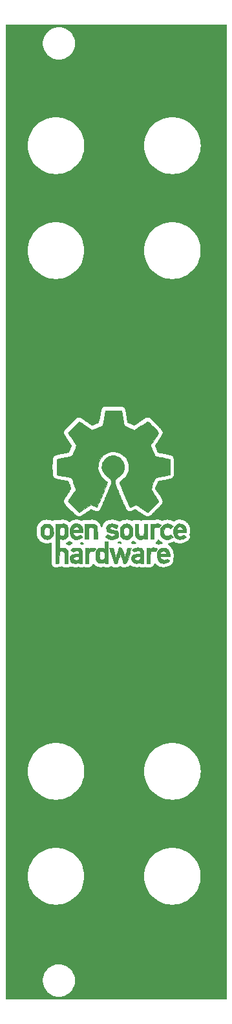
<source format=gbr>
%TF.GenerationSoftware,KiCad,Pcbnew,(6.0.5)*%
%TF.CreationDate,2022-06-26T10:57:07+02:00*%
%TF.ProjectId,eurorack-pmod-panel,6575726f-7261-4636-9b2d-706d6f642d70,rev?*%
%TF.SameCoordinates,Original*%
%TF.FileFunction,Copper,L1,Top*%
%TF.FilePolarity,Positive*%
%FSLAX46Y46*%
G04 Gerber Fmt 4.6, Leading zero omitted, Abs format (unit mm)*
G04 Created by KiCad (PCBNEW (6.0.5)) date 2022-06-26 10:57:07*
%MOMM*%
%LPD*%
G01*
G04 APERTURE LIST*
%TA.AperFunction,EtchedComponent*%
%ADD10C,0.010000*%
%TD*%
G04 APERTURE END LIST*
%TO.C,REF\u002A\u002A*%
G36*
X22647572Y-66139780D02*
G01*
X22799911Y-65956284D01*
X22992374Y-65831209D01*
X23218742Y-65771229D01*
X23472792Y-65783019D01*
X23579414Y-65808922D01*
X23783830Y-65903772D01*
X23958625Y-66048633D01*
X24079597Y-66222320D01*
X24096217Y-66261317D01*
X24119016Y-66363465D01*
X24134975Y-66514573D01*
X24140410Y-66667301D01*
X24140410Y-66956066D01*
X23536639Y-66956066D01*
X23287619Y-66957007D01*
X23112189Y-66962723D01*
X23000665Y-66977550D01*
X22943360Y-67005827D01*
X22930588Y-67051890D01*
X22952662Y-67120077D01*
X22992205Y-67199863D01*
X23102509Y-67333017D01*
X23255792Y-67399355D01*
X23443141Y-67397194D01*
X23655363Y-67324991D01*
X23838773Y-67235883D01*
X23990962Y-67356220D01*
X24143151Y-67476558D01*
X23999974Y-67608843D01*
X23808828Y-67733832D01*
X23573753Y-67809189D01*
X23320898Y-67830278D01*
X23076413Y-67792460D01*
X23036967Y-67779628D01*
X22822090Y-67667414D01*
X22662250Y-67500118D01*
X22554080Y-67272748D01*
X22494210Y-66980308D01*
X22493513Y-66974040D01*
X22488152Y-66655332D01*
X22509823Y-66541632D01*
X22932869Y-66541632D01*
X22971722Y-66559116D01*
X23077205Y-66572508D01*
X23232707Y-66580155D01*
X23331249Y-66581312D01*
X23515013Y-66580588D01*
X23629914Y-66575983D01*
X23690366Y-66563848D01*
X23710783Y-66540530D01*
X23705581Y-66502382D01*
X23701217Y-66487623D01*
X23626724Y-66348944D01*
X23509566Y-66237179D01*
X23406173Y-66188066D01*
X23268816Y-66191032D01*
X23129629Y-66252278D01*
X23012874Y-66353683D01*
X22942810Y-66477122D01*
X22932869Y-66541632D01*
X22509823Y-66541632D01*
X22541579Y-66375020D01*
X22647572Y-66139780D01*
G37*
D10*
X22647572Y-66139780D02*
X22799911Y-65956284D01*
X22992374Y-65831209D01*
X23218742Y-65771229D01*
X23472792Y-65783019D01*
X23579414Y-65808922D01*
X23783830Y-65903772D01*
X23958625Y-66048633D01*
X24079597Y-66222320D01*
X24096217Y-66261317D01*
X24119016Y-66363465D01*
X24134975Y-66514573D01*
X24140410Y-66667301D01*
X24140410Y-66956066D01*
X23536639Y-66956066D01*
X23287619Y-66957007D01*
X23112189Y-66962723D01*
X23000665Y-66977550D01*
X22943360Y-67005827D01*
X22930588Y-67051890D01*
X22952662Y-67120077D01*
X22992205Y-67199863D01*
X23102509Y-67333017D01*
X23255792Y-67399355D01*
X23443141Y-67397194D01*
X23655363Y-67324991D01*
X23838773Y-67235883D01*
X23990962Y-67356220D01*
X24143151Y-67476558D01*
X23999974Y-67608843D01*
X23808828Y-67733832D01*
X23573753Y-67809189D01*
X23320898Y-67830278D01*
X23076413Y-67792460D01*
X23036967Y-67779628D01*
X22822090Y-67667414D01*
X22662250Y-67500118D01*
X22554080Y-67272748D01*
X22494210Y-66980308D01*
X22493513Y-66974040D01*
X22488152Y-66655332D01*
X22509823Y-66541632D01*
X22932869Y-66541632D01*
X22971722Y-66559116D01*
X23077205Y-66572508D01*
X23232707Y-66580155D01*
X23331249Y-66581312D01*
X23515013Y-66580588D01*
X23629914Y-66575983D01*
X23690366Y-66563848D01*
X23710783Y-66540530D01*
X23705581Y-66502382D01*
X23701217Y-66487623D01*
X23626724Y-66348944D01*
X23509566Y-66237179D01*
X23406173Y-66188066D01*
X23268816Y-66191032D01*
X23129629Y-66252278D01*
X23012874Y-66353683D01*
X22942810Y-66477122D01*
X22932869Y-66541632D01*
X22509823Y-66541632D01*
X22541579Y-66375020D01*
X22647572Y-66139780D01*
G36*
X15853305Y-51985960D02*
G01*
X16041557Y-52984542D01*
X16736183Y-53270889D01*
X17430808Y-53557237D01*
X18264128Y-52990586D01*
X18497501Y-52832811D01*
X18708457Y-52691939D01*
X18887153Y-52574401D01*
X19023744Y-52486629D01*
X19108386Y-52435055D01*
X19131437Y-52423935D01*
X19172963Y-52452535D01*
X19261698Y-52531604D01*
X19387697Y-52651041D01*
X19541014Y-52800744D01*
X19711702Y-52970615D01*
X19889814Y-53150551D01*
X20065406Y-53330454D01*
X20228530Y-53500222D01*
X20369241Y-53649754D01*
X20477592Y-53768952D01*
X20543637Y-53847713D01*
X20559426Y-53874072D01*
X20536703Y-53922666D01*
X20472999Y-54029126D01*
X20375013Y-54183039D01*
X20249441Y-54373991D01*
X20102982Y-54591569D01*
X20018115Y-54715671D01*
X19863426Y-54942279D01*
X19725970Y-55146770D01*
X19612414Y-55318965D01*
X19529428Y-55448685D01*
X19483678Y-55525751D01*
X19476803Y-55541947D01*
X19492388Y-55587975D01*
X19534868Y-55695250D01*
X19597835Y-55848687D01*
X19674879Y-56033206D01*
X19759590Y-56233721D01*
X19845558Y-56435152D01*
X19926373Y-56622415D01*
X19995627Y-56780428D01*
X20046908Y-56894107D01*
X20073809Y-56948370D01*
X20075396Y-56950506D01*
X20117635Y-56960867D01*
X20230126Y-56983982D01*
X20401209Y-57017579D01*
X20619223Y-57059385D01*
X20872509Y-57107127D01*
X21020288Y-57134659D01*
X21290938Y-57186190D01*
X21535397Y-57235225D01*
X21741300Y-57279081D01*
X21896277Y-57315074D01*
X21987962Y-57340521D01*
X22006393Y-57348595D01*
X22024445Y-57403242D01*
X22039010Y-57526662D01*
X22050098Y-57704423D01*
X22057719Y-57922091D01*
X22061884Y-58165235D01*
X22062602Y-58419423D01*
X22059882Y-58670220D01*
X22053735Y-58903196D01*
X22044171Y-59103918D01*
X22031199Y-59257954D01*
X22014829Y-59350870D01*
X22005011Y-59370213D01*
X21946323Y-59393398D01*
X21821966Y-59426544D01*
X21648390Y-59465758D01*
X21442042Y-59507145D01*
X21370011Y-59520534D01*
X21022719Y-59584147D01*
X20748383Y-59635378D01*
X20537939Y-59676261D01*
X20382322Y-59708834D01*
X20272467Y-59735132D01*
X20199311Y-59757192D01*
X20153787Y-59777049D01*
X20126833Y-59796741D01*
X20123061Y-59800632D01*
X20085415Y-59863324D01*
X20027986Y-59985331D01*
X19956508Y-60151712D01*
X19876715Y-60347529D01*
X19794343Y-60557840D01*
X19715125Y-60767708D01*
X19644796Y-60962191D01*
X19589089Y-61126350D01*
X19553741Y-61245245D01*
X19544484Y-61303936D01*
X19545256Y-61305992D01*
X19576620Y-61353964D01*
X19647774Y-61459516D01*
X19751240Y-61611660D01*
X19879540Y-61799410D01*
X20025199Y-62011780D01*
X20066680Y-62072130D01*
X20214587Y-62290929D01*
X20344739Y-62490562D01*
X20450045Y-62659565D01*
X20523416Y-62786475D01*
X20557763Y-62859829D01*
X20559426Y-62868841D01*
X20530569Y-62916207D01*
X20450831Y-63010042D01*
X20330462Y-63140261D01*
X20179713Y-63296779D01*
X20008836Y-63469510D01*
X19828079Y-63648371D01*
X19647694Y-63823276D01*
X19477932Y-63984140D01*
X19329042Y-64120878D01*
X19211276Y-64223407D01*
X19134883Y-64281640D01*
X19113750Y-64291148D01*
X19064560Y-64268754D01*
X18963847Y-64208356D01*
X18828017Y-64120129D01*
X18723510Y-64049115D01*
X18534149Y-63918811D01*
X18309899Y-63765384D01*
X18084964Y-63612201D01*
X17964032Y-63530218D01*
X17554704Y-63253353D01*
X17211102Y-63439136D01*
X17054565Y-63520523D01*
X16921454Y-63583784D01*
X16831389Y-63619865D01*
X16808463Y-63624885D01*
X16780895Y-63587817D01*
X16726508Y-63483069D01*
X16649363Y-63320303D01*
X16553518Y-63109181D01*
X16443034Y-62859365D01*
X16321971Y-62580517D01*
X16194389Y-62282299D01*
X16064347Y-61974374D01*
X15935906Y-61666404D01*
X15813126Y-61368050D01*
X15700067Y-61088975D01*
X15600788Y-60838841D01*
X15519349Y-60627310D01*
X15459811Y-60464043D01*
X15426234Y-60358705D01*
X15420834Y-60322527D01*
X15463634Y-60276381D01*
X15557344Y-60201472D01*
X15682373Y-60113364D01*
X15692867Y-60106394D01*
X16016020Y-59847721D01*
X16276587Y-59545938D01*
X16472310Y-59210695D01*
X16600932Y-58851642D01*
X16660195Y-58478426D01*
X16647839Y-58100700D01*
X16561607Y-57728111D01*
X16399241Y-57370310D01*
X16351472Y-57292027D01*
X16103009Y-56975919D01*
X15809481Y-56722079D01*
X15481047Y-56531827D01*
X15127865Y-56406485D01*
X14760095Y-56347372D01*
X14387897Y-56355807D01*
X14021429Y-56433112D01*
X13670851Y-56580606D01*
X13346323Y-56799610D01*
X13245936Y-56888498D01*
X12990449Y-57166744D01*
X12804278Y-57459656D01*
X12676570Y-57787986D01*
X12605444Y-58113133D01*
X12587886Y-58478702D01*
X12646434Y-58846086D01*
X12775142Y-59202866D01*
X12968062Y-59536626D01*
X13219248Y-59834947D01*
X13522752Y-60085411D01*
X13562640Y-60111813D01*
X13689009Y-60198272D01*
X13785073Y-60273184D01*
X13831000Y-60321015D01*
X13831668Y-60322527D01*
X13821808Y-60374267D01*
X13782722Y-60491696D01*
X13718472Y-60665154D01*
X13633120Y-60884979D01*
X13530727Y-61141513D01*
X13415354Y-61425096D01*
X13291063Y-61726067D01*
X13161916Y-62034767D01*
X13031974Y-62341536D01*
X12905298Y-62636714D01*
X12785951Y-62910640D01*
X12677994Y-63153656D01*
X12585488Y-63356101D01*
X12512496Y-63508315D01*
X12463077Y-63600638D01*
X12443177Y-63624885D01*
X12382366Y-63606004D01*
X12268582Y-63555364D01*
X12121445Y-63482017D01*
X12040538Y-63439136D01*
X11696935Y-63253353D01*
X11287607Y-63530218D01*
X11078654Y-63672054D01*
X10849887Y-63828141D01*
X10635509Y-63975109D01*
X10528129Y-64049115D01*
X10377102Y-64150531D01*
X10249218Y-64230898D01*
X10161158Y-64280041D01*
X10132555Y-64290429D01*
X10090924Y-64262405D01*
X9998789Y-64184172D01*
X9865082Y-64063852D01*
X9698735Y-63909568D01*
X9508680Y-63729443D01*
X9388479Y-63613790D01*
X9178185Y-63407167D01*
X8996444Y-63222358D01*
X8850603Y-63067270D01*
X8748009Y-62949807D01*
X8696009Y-62877875D01*
X8691020Y-62863278D01*
X8714171Y-62807753D01*
X8778146Y-62695484D01*
X8875847Y-62537837D01*
X9000180Y-62346179D01*
X9144046Y-62131876D01*
X9184959Y-62072130D01*
X9334033Y-61854982D01*
X9467775Y-61659475D01*
X9578709Y-61496599D01*
X9659356Y-61377337D01*
X9702241Y-61312678D01*
X9706383Y-61305992D01*
X9700188Y-61254462D01*
X9667300Y-61141166D01*
X9613455Y-60981042D01*
X9544387Y-60789032D01*
X9465831Y-60580074D01*
X9383520Y-60369109D01*
X9303189Y-60171076D01*
X9230572Y-60000916D01*
X9171405Y-59873567D01*
X9131420Y-59803971D01*
X9128578Y-59800632D01*
X9104127Y-59780742D01*
X9062831Y-59761073D01*
X8995623Y-59739589D01*
X8893441Y-59714253D01*
X8747219Y-59683029D01*
X8547893Y-59643882D01*
X8286397Y-59594775D01*
X7953669Y-59533672D01*
X7881628Y-59520534D01*
X7668115Y-59479282D01*
X7481978Y-59438926D01*
X7339666Y-59403361D01*
X7257629Y-59376480D01*
X7246628Y-59370213D01*
X7228502Y-59314654D01*
X7213767Y-59190495D01*
X7202436Y-59012169D01*
X7194516Y-58794109D01*
X7190019Y-58550746D01*
X7188954Y-58296514D01*
X7191330Y-58045845D01*
X7197159Y-57813171D01*
X7206449Y-57612924D01*
X7219211Y-57459538D01*
X7235454Y-57367444D01*
X7245246Y-57348595D01*
X7299761Y-57329582D01*
X7423896Y-57298650D01*
X7605285Y-57258482D01*
X7831560Y-57211762D01*
X8090353Y-57161173D01*
X8231351Y-57134659D01*
X8498873Y-57084650D01*
X8737438Y-57039346D01*
X8935386Y-57001021D01*
X9081057Y-56971947D01*
X9162791Y-56954397D01*
X9176243Y-56950506D01*
X9198979Y-56906638D01*
X9247040Y-56800976D01*
X9314019Y-56648613D01*
X9393510Y-56464646D01*
X9479108Y-56264170D01*
X9564405Y-56062281D01*
X9642995Y-55874073D01*
X9708473Y-55714642D01*
X9754431Y-55599084D01*
X9774463Y-55542494D01*
X9774836Y-55540021D01*
X9752126Y-55495379D01*
X9688459Y-55392647D01*
X9590525Y-55242037D01*
X9465017Y-55053757D01*
X9318626Y-54838018D01*
X9233525Y-54714098D01*
X9078455Y-54486883D01*
X8940725Y-54280595D01*
X8827053Y-54105671D01*
X8744161Y-53972545D01*
X8698769Y-53891653D01*
X8692213Y-53873520D01*
X8720395Y-53831312D01*
X8798304Y-53741191D01*
X8915990Y-53613254D01*
X9063500Y-53457596D01*
X9230881Y-53284315D01*
X9408181Y-53103507D01*
X9585448Y-52925267D01*
X9752730Y-52759693D01*
X9900075Y-52616880D01*
X10017530Y-52506925D01*
X10095143Y-52439924D01*
X10121108Y-52423935D01*
X10163384Y-52446419D01*
X10264501Y-52509585D01*
X10414627Y-52607003D01*
X10603930Y-52732243D01*
X10822579Y-52878875D01*
X10987511Y-52990586D01*
X11820831Y-53557237D01*
X12515456Y-53270889D01*
X13210082Y-52984542D01*
X13398334Y-51985960D01*
X13586587Y-50987377D01*
X15665052Y-50987377D01*
X15853305Y-51985960D01*
G37*
X15853305Y-51985960D02*
X16041557Y-52984542D01*
X16736183Y-53270889D01*
X17430808Y-53557237D01*
X18264128Y-52990586D01*
X18497501Y-52832811D01*
X18708457Y-52691939D01*
X18887153Y-52574401D01*
X19023744Y-52486629D01*
X19108386Y-52435055D01*
X19131437Y-52423935D01*
X19172963Y-52452535D01*
X19261698Y-52531604D01*
X19387697Y-52651041D01*
X19541014Y-52800744D01*
X19711702Y-52970615D01*
X19889814Y-53150551D01*
X20065406Y-53330454D01*
X20228530Y-53500222D01*
X20369241Y-53649754D01*
X20477592Y-53768952D01*
X20543637Y-53847713D01*
X20559426Y-53874072D01*
X20536703Y-53922666D01*
X20472999Y-54029126D01*
X20375013Y-54183039D01*
X20249441Y-54373991D01*
X20102982Y-54591569D01*
X20018115Y-54715671D01*
X19863426Y-54942279D01*
X19725970Y-55146770D01*
X19612414Y-55318965D01*
X19529428Y-55448685D01*
X19483678Y-55525751D01*
X19476803Y-55541947D01*
X19492388Y-55587975D01*
X19534868Y-55695250D01*
X19597835Y-55848687D01*
X19674879Y-56033206D01*
X19759590Y-56233721D01*
X19845558Y-56435152D01*
X19926373Y-56622415D01*
X19995627Y-56780428D01*
X20046908Y-56894107D01*
X20073809Y-56948370D01*
X20075396Y-56950506D01*
X20117635Y-56960867D01*
X20230126Y-56983982D01*
X20401209Y-57017579D01*
X20619223Y-57059385D01*
X20872509Y-57107127D01*
X21020288Y-57134659D01*
X21290938Y-57186190D01*
X21535397Y-57235225D01*
X21741300Y-57279081D01*
X21896277Y-57315074D01*
X21987962Y-57340521D01*
X22006393Y-57348595D01*
X22024445Y-57403242D01*
X22039010Y-57526662D01*
X22050098Y-57704423D01*
X22057719Y-57922091D01*
X22061884Y-58165235D01*
X22062602Y-58419423D01*
X22059882Y-58670220D01*
X22053735Y-58903196D01*
X22044171Y-59103918D01*
X22031199Y-59257954D01*
X22014829Y-59350870D01*
X22005011Y-59370213D01*
X21946323Y-59393398D01*
X21821966Y-59426544D01*
X21648390Y-59465758D01*
X21442042Y-59507145D01*
X21370011Y-59520534D01*
X21022719Y-59584147D01*
X20748383Y-59635378D01*
X20537939Y-59676261D01*
X20382322Y-59708834D01*
X20272467Y-59735132D01*
X20199311Y-59757192D01*
X20153787Y-59777049D01*
X20126833Y-59796741D01*
X20123061Y-59800632D01*
X20085415Y-59863324D01*
X20027986Y-59985331D01*
X19956508Y-60151712D01*
X19876715Y-60347529D01*
X19794343Y-60557840D01*
X19715125Y-60767708D01*
X19644796Y-60962191D01*
X19589089Y-61126350D01*
X19553741Y-61245245D01*
X19544484Y-61303936D01*
X19545256Y-61305992D01*
X19576620Y-61353964D01*
X19647774Y-61459516D01*
X19751240Y-61611660D01*
X19879540Y-61799410D01*
X20025199Y-62011780D01*
X20066680Y-62072130D01*
X20214587Y-62290929D01*
X20344739Y-62490562D01*
X20450045Y-62659565D01*
X20523416Y-62786475D01*
X20557763Y-62859829D01*
X20559426Y-62868841D01*
X20530569Y-62916207D01*
X20450831Y-63010042D01*
X20330462Y-63140261D01*
X20179713Y-63296779D01*
X20008836Y-63469510D01*
X19828079Y-63648371D01*
X19647694Y-63823276D01*
X19477932Y-63984140D01*
X19329042Y-64120878D01*
X19211276Y-64223407D01*
X19134883Y-64281640D01*
X19113750Y-64291148D01*
X19064560Y-64268754D01*
X18963847Y-64208356D01*
X18828017Y-64120129D01*
X18723510Y-64049115D01*
X18534149Y-63918811D01*
X18309899Y-63765384D01*
X18084964Y-63612201D01*
X17964032Y-63530218D01*
X17554704Y-63253353D01*
X17211102Y-63439136D01*
X17054565Y-63520523D01*
X16921454Y-63583784D01*
X16831389Y-63619865D01*
X16808463Y-63624885D01*
X16780895Y-63587817D01*
X16726508Y-63483069D01*
X16649363Y-63320303D01*
X16553518Y-63109181D01*
X16443034Y-62859365D01*
X16321971Y-62580517D01*
X16194389Y-62282299D01*
X16064347Y-61974374D01*
X15935906Y-61666404D01*
X15813126Y-61368050D01*
X15700067Y-61088975D01*
X15600788Y-60838841D01*
X15519349Y-60627310D01*
X15459811Y-60464043D01*
X15426234Y-60358705D01*
X15420834Y-60322527D01*
X15463634Y-60276381D01*
X15557344Y-60201472D01*
X15682373Y-60113364D01*
X15692867Y-60106394D01*
X16016020Y-59847721D01*
X16276587Y-59545938D01*
X16472310Y-59210695D01*
X16600932Y-58851642D01*
X16660195Y-58478426D01*
X16647839Y-58100700D01*
X16561607Y-57728111D01*
X16399241Y-57370310D01*
X16351472Y-57292027D01*
X16103009Y-56975919D01*
X15809481Y-56722079D01*
X15481047Y-56531827D01*
X15127865Y-56406485D01*
X14760095Y-56347372D01*
X14387897Y-56355807D01*
X14021429Y-56433112D01*
X13670851Y-56580606D01*
X13346323Y-56799610D01*
X13245936Y-56888498D01*
X12990449Y-57166744D01*
X12804278Y-57459656D01*
X12676570Y-57787986D01*
X12605444Y-58113133D01*
X12587886Y-58478702D01*
X12646434Y-58846086D01*
X12775142Y-59202866D01*
X12968062Y-59536626D01*
X13219248Y-59834947D01*
X13522752Y-60085411D01*
X13562640Y-60111813D01*
X13689009Y-60198272D01*
X13785073Y-60273184D01*
X13831000Y-60321015D01*
X13831668Y-60322527D01*
X13821808Y-60374267D01*
X13782722Y-60491696D01*
X13718472Y-60665154D01*
X13633120Y-60884979D01*
X13530727Y-61141513D01*
X13415354Y-61425096D01*
X13291063Y-61726067D01*
X13161916Y-62034767D01*
X13031974Y-62341536D01*
X12905298Y-62636714D01*
X12785951Y-62910640D01*
X12677994Y-63153656D01*
X12585488Y-63356101D01*
X12512496Y-63508315D01*
X12463077Y-63600638D01*
X12443177Y-63624885D01*
X12382366Y-63606004D01*
X12268582Y-63555364D01*
X12121445Y-63482017D01*
X12040538Y-63439136D01*
X11696935Y-63253353D01*
X11287607Y-63530218D01*
X11078654Y-63672054D01*
X10849887Y-63828141D01*
X10635509Y-63975109D01*
X10528129Y-64049115D01*
X10377102Y-64150531D01*
X10249218Y-64230898D01*
X10161158Y-64280041D01*
X10132555Y-64290429D01*
X10090924Y-64262405D01*
X9998789Y-64184172D01*
X9865082Y-64063852D01*
X9698735Y-63909568D01*
X9508680Y-63729443D01*
X9388479Y-63613790D01*
X9178185Y-63407167D01*
X8996444Y-63222358D01*
X8850603Y-63067270D01*
X8748009Y-62949807D01*
X8696009Y-62877875D01*
X8691020Y-62863278D01*
X8714171Y-62807753D01*
X8778146Y-62695484D01*
X8875847Y-62537837D01*
X9000180Y-62346179D01*
X9144046Y-62131876D01*
X9184959Y-62072130D01*
X9334033Y-61854982D01*
X9467775Y-61659475D01*
X9578709Y-61496599D01*
X9659356Y-61377337D01*
X9702241Y-61312678D01*
X9706383Y-61305992D01*
X9700188Y-61254462D01*
X9667300Y-61141166D01*
X9613455Y-60981042D01*
X9544387Y-60789032D01*
X9465831Y-60580074D01*
X9383520Y-60369109D01*
X9303189Y-60171076D01*
X9230572Y-60000916D01*
X9171405Y-59873567D01*
X9131420Y-59803971D01*
X9128578Y-59800632D01*
X9104127Y-59780742D01*
X9062831Y-59761073D01*
X8995623Y-59739589D01*
X8893441Y-59714253D01*
X8747219Y-59683029D01*
X8547893Y-59643882D01*
X8286397Y-59594775D01*
X7953669Y-59533672D01*
X7881628Y-59520534D01*
X7668115Y-59479282D01*
X7481978Y-59438926D01*
X7339666Y-59403361D01*
X7257629Y-59376480D01*
X7246628Y-59370213D01*
X7228502Y-59314654D01*
X7213767Y-59190495D01*
X7202436Y-59012169D01*
X7194516Y-58794109D01*
X7190019Y-58550746D01*
X7188954Y-58296514D01*
X7191330Y-58045845D01*
X7197159Y-57813171D01*
X7206449Y-57612924D01*
X7219211Y-57459538D01*
X7235454Y-57367444D01*
X7245246Y-57348595D01*
X7299761Y-57329582D01*
X7423896Y-57298650D01*
X7605285Y-57258482D01*
X7831560Y-57211762D01*
X8090353Y-57161173D01*
X8231351Y-57134659D01*
X8498873Y-57084650D01*
X8737438Y-57039346D01*
X8935386Y-57001021D01*
X9081057Y-56971947D01*
X9162791Y-56954397D01*
X9176243Y-56950506D01*
X9198979Y-56906638D01*
X9247040Y-56800976D01*
X9314019Y-56648613D01*
X9393510Y-56464646D01*
X9479108Y-56264170D01*
X9564405Y-56062281D01*
X9642995Y-55874073D01*
X9708473Y-55714642D01*
X9754431Y-55599084D01*
X9774463Y-55542494D01*
X9774836Y-55540021D01*
X9752126Y-55495379D01*
X9688459Y-55392647D01*
X9590525Y-55242037D01*
X9465017Y-55053757D01*
X9318626Y-54838018D01*
X9233525Y-54714098D01*
X9078455Y-54486883D01*
X8940725Y-54280595D01*
X8827053Y-54105671D01*
X8744161Y-53972545D01*
X8698769Y-53891653D01*
X8692213Y-53873520D01*
X8720395Y-53831312D01*
X8798304Y-53741191D01*
X8915990Y-53613254D01*
X9063500Y-53457596D01*
X9230881Y-53284315D01*
X9408181Y-53103507D01*
X9585448Y-52925267D01*
X9752730Y-52759693D01*
X9900075Y-52616880D01*
X10017530Y-52506925D01*
X10095143Y-52439924D01*
X10121108Y-52423935D01*
X10163384Y-52446419D01*
X10264501Y-52509585D01*
X10414627Y-52607003D01*
X10603930Y-52732243D01*
X10822579Y-52878875D01*
X10987511Y-52990586D01*
X11820831Y-53557237D01*
X12515456Y-53270889D01*
X13210082Y-52984542D01*
X13398334Y-51985960D01*
X13586587Y-50987377D01*
X15665052Y-50987377D01*
X15853305Y-51985960D01*
G36*
X21947288Y-65807602D02*
G01*
X22188543Y-65910090D01*
X22264531Y-65959981D01*
X22361648Y-66036651D01*
X22422612Y-66096936D01*
X22433197Y-66116571D01*
X22403308Y-66160142D01*
X22326819Y-66234077D01*
X22265582Y-66285679D01*
X22097967Y-66420378D01*
X21965614Y-66309010D01*
X21863336Y-66237113D01*
X21763610Y-66212296D01*
X21649475Y-66218357D01*
X21468234Y-66263418D01*
X21343475Y-66356949D01*
X21267658Y-66508154D01*
X21233240Y-66726236D01*
X21233231Y-66726373D01*
X21236208Y-66970124D01*
X21282467Y-67148966D01*
X21374742Y-67270730D01*
X21437650Y-67311964D01*
X21604717Y-67363311D01*
X21783162Y-67363342D01*
X21938415Y-67313522D01*
X21975164Y-67289180D01*
X22067330Y-67227004D01*
X22139387Y-67216813D01*
X22217102Y-67263092D01*
X22303018Y-67346212D01*
X22439011Y-67486521D01*
X22288023Y-67610978D01*
X22054740Y-67751443D01*
X21791673Y-67820666D01*
X21516760Y-67815653D01*
X21336216Y-67769755D01*
X21125194Y-67656249D01*
X20956426Y-67477685D01*
X20879753Y-67351639D01*
X20817654Y-67170791D01*
X20786581Y-66941745D01*
X20786342Y-66693510D01*
X20816743Y-66455093D01*
X20877592Y-66255503D01*
X20887176Y-66235039D01*
X21029102Y-66034341D01*
X21221259Y-65888217D01*
X21448464Y-65799698D01*
X21695535Y-65771815D01*
X21947288Y-65807602D01*
G37*
X21947288Y-65807602D02*
X22188543Y-65910090D01*
X22264531Y-65959981D01*
X22361648Y-66036651D01*
X22422612Y-66096936D01*
X22433197Y-66116571D01*
X22403308Y-66160142D01*
X22326819Y-66234077D01*
X22265582Y-66285679D01*
X22097967Y-66420378D01*
X21965614Y-66309010D01*
X21863336Y-66237113D01*
X21763610Y-66212296D01*
X21649475Y-66218357D01*
X21468234Y-66263418D01*
X21343475Y-66356949D01*
X21267658Y-66508154D01*
X21233240Y-66726236D01*
X21233231Y-66726373D01*
X21236208Y-66970124D01*
X21282467Y-67148966D01*
X21374742Y-67270730D01*
X21437650Y-67311964D01*
X21604717Y-67363311D01*
X21783162Y-67363342D01*
X21938415Y-67313522D01*
X21975164Y-67289180D01*
X22067330Y-67227004D01*
X22139387Y-67216813D01*
X22217102Y-67263092D01*
X22303018Y-67346212D01*
X22439011Y-67486521D01*
X22288023Y-67610978D01*
X22054740Y-67751443D01*
X21791673Y-67820666D01*
X21516760Y-67815653D01*
X21336216Y-67769755D01*
X21125194Y-67656249D01*
X20956426Y-67477685D01*
X20879753Y-67351639D01*
X20817654Y-67170791D01*
X20786581Y-66941745D01*
X20786342Y-66693510D01*
X20816743Y-66455093D01*
X20877592Y-66255503D01*
X20887176Y-66235039D01*
X21029102Y-66034341D01*
X21221259Y-65888217D01*
X21448464Y-65799698D01*
X21695535Y-65771815D01*
X21947288Y-65807602D01*
G36*
X7297295Y-65790164D02*
G01*
X7434794Y-65795602D01*
X7505733Y-65814909D01*
X7526303Y-65852576D01*
X7526311Y-65853692D01*
X7535855Y-65890581D01*
X7577949Y-65886393D01*
X7661639Y-65845859D01*
X7856646Y-65783850D01*
X8076046Y-65777332D01*
X8284192Y-65825166D01*
X8371985Y-65868540D01*
X8480249Y-65944122D01*
X8559155Y-66026542D01*
X8613195Y-66130037D01*
X8646859Y-66268843D01*
X8664637Y-66457194D01*
X8671020Y-66709328D01*
X8671393Y-66817724D01*
X8670304Y-67055287D01*
X8665778Y-67225068D01*
X8655932Y-67342550D01*
X8638882Y-67423215D01*
X8612741Y-67482545D01*
X8585542Y-67523020D01*
X8411920Y-67695225D01*
X8207462Y-67798806D01*
X7986896Y-67829960D01*
X7764954Y-67784885D01*
X7694640Y-67753009D01*
X7526311Y-67665271D01*
X7526311Y-69040172D01*
X7649162Y-68976643D01*
X7811033Y-68927491D01*
X8009995Y-68914900D01*
X8208672Y-68938147D01*
X8358710Y-68990370D01*
X8483159Y-69089826D01*
X8589492Y-69232143D01*
X8597487Y-69246755D01*
X8631207Y-69315582D01*
X8655834Y-69384956D01*
X8672786Y-69468996D01*
X8683481Y-69581816D01*
X8689338Y-69737533D01*
X8691773Y-69950265D01*
X8692213Y-70189664D01*
X8692213Y-70953443D01*
X8234180Y-70953443D01*
X8234180Y-69545108D01*
X8106067Y-69437308D01*
X7972982Y-69351079D01*
X7846952Y-69335401D01*
X7720222Y-69375747D01*
X7652683Y-69415254D01*
X7602414Y-69471527D01*
X7566662Y-69556572D01*
X7542672Y-69682394D01*
X7527689Y-69860998D01*
X7518960Y-70104391D01*
X7515886Y-70266394D01*
X7505492Y-70932623D01*
X7286885Y-70945209D01*
X7068279Y-70957795D01*
X7068279Y-66823464D01*
X7526311Y-66823464D01*
X7537989Y-67053953D01*
X7577338Y-67213950D01*
X7650834Y-67313497D01*
X7764951Y-67362639D01*
X7880246Y-67372459D01*
X8010762Y-67361175D01*
X8097383Y-67316764D01*
X8151549Y-67258081D01*
X8194190Y-67194962D01*
X8219574Y-67124645D01*
X8230869Y-67026123D01*
X8231240Y-66878387D01*
X8227440Y-66754683D01*
X8218712Y-66568328D01*
X8205720Y-66445982D01*
X8183841Y-66368377D01*
X8148454Y-66316245D01*
X8115059Y-66286111D01*
X7975525Y-66220399D01*
X7810381Y-66209787D01*
X7715554Y-66232423D01*
X7621666Y-66312881D01*
X7559474Y-66469392D01*
X7529331Y-66700852D01*
X7526311Y-66823464D01*
X7068279Y-66823464D01*
X7068279Y-65790164D01*
X7297295Y-65790164D01*
G37*
X7297295Y-65790164D02*
X7434794Y-65795602D01*
X7505733Y-65814909D01*
X7526303Y-65852576D01*
X7526311Y-65853692D01*
X7535855Y-65890581D01*
X7577949Y-65886393D01*
X7661639Y-65845859D01*
X7856646Y-65783850D01*
X8076046Y-65777332D01*
X8284192Y-65825166D01*
X8371985Y-65868540D01*
X8480249Y-65944122D01*
X8559155Y-66026542D01*
X8613195Y-66130037D01*
X8646859Y-66268843D01*
X8664637Y-66457194D01*
X8671020Y-66709328D01*
X8671393Y-66817724D01*
X8670304Y-67055287D01*
X8665778Y-67225068D01*
X8655932Y-67342550D01*
X8638882Y-67423215D01*
X8612741Y-67482545D01*
X8585542Y-67523020D01*
X8411920Y-67695225D01*
X8207462Y-67798806D01*
X7986896Y-67829960D01*
X7764954Y-67784885D01*
X7694640Y-67753009D01*
X7526311Y-67665271D01*
X7526311Y-69040172D01*
X7649162Y-68976643D01*
X7811033Y-68927491D01*
X8009995Y-68914900D01*
X8208672Y-68938147D01*
X8358710Y-68990370D01*
X8483159Y-69089826D01*
X8589492Y-69232143D01*
X8597487Y-69246755D01*
X8631207Y-69315582D01*
X8655834Y-69384956D01*
X8672786Y-69468996D01*
X8683481Y-69581816D01*
X8689338Y-69737533D01*
X8691773Y-69950265D01*
X8692213Y-70189664D01*
X8692213Y-70953443D01*
X8234180Y-70953443D01*
X8234180Y-69545108D01*
X8106067Y-69437308D01*
X7972982Y-69351079D01*
X7846952Y-69335401D01*
X7720222Y-69375747D01*
X7652683Y-69415254D01*
X7602414Y-69471527D01*
X7566662Y-69556572D01*
X7542672Y-69682394D01*
X7527689Y-69860998D01*
X7518960Y-70104391D01*
X7515886Y-70266394D01*
X7505492Y-70932623D01*
X7286885Y-70945209D01*
X7068279Y-70957795D01*
X7068279Y-66823464D01*
X7526311Y-66823464D01*
X7537989Y-67053953D01*
X7577338Y-67213950D01*
X7650834Y-67313497D01*
X7764951Y-67362639D01*
X7880246Y-67372459D01*
X8010762Y-67361175D01*
X8097383Y-67316764D01*
X8151549Y-67258081D01*
X8194190Y-67194962D01*
X8219574Y-67124645D01*
X8230869Y-67026123D01*
X8231240Y-66878387D01*
X8227440Y-66754683D01*
X8218712Y-66568328D01*
X8205720Y-66445982D01*
X8183841Y-66368377D01*
X8148454Y-66316245D01*
X8115059Y-66286111D01*
X7975525Y-66220399D01*
X7810381Y-66209787D01*
X7715554Y-66232423D01*
X7621666Y-66312881D01*
X7559474Y-66469392D01*
X7529331Y-66700852D01*
X7526311Y-66823464D01*
X7068279Y-66823464D01*
X7068279Y-65790164D01*
X7297295Y-65790164D01*
G36*
X12321194Y-69777010D02*
G01*
X12341558Y-69506856D01*
X12383883Y-69304024D01*
X12454294Y-69154077D01*
X12558912Y-69042579D01*
X12660479Y-68977127D01*
X12802384Y-68931117D01*
X12978879Y-68915336D01*
X13159607Y-68928190D01*
X13314213Y-68968081D01*
X13395899Y-69015801D01*
X13480738Y-69092579D01*
X13480738Y-68121967D01*
X13938770Y-68121967D01*
X13938770Y-70953443D01*
X13709754Y-70953443D01*
X13576825Y-70949546D01*
X13507595Y-70933407D01*
X13482668Y-70898354D01*
X13480738Y-70874653D01*
X13476534Y-70827123D01*
X13450026Y-70818008D01*
X13380367Y-70847308D01*
X13326196Y-70874653D01*
X13118223Y-70939451D01*
X12892147Y-70943201D01*
X12708345Y-70894873D01*
X12537187Y-70778118D01*
X12406716Y-70605781D01*
X12335273Y-70402506D01*
X12333454Y-70391141D01*
X12322839Y-70267136D01*
X12317560Y-70089117D01*
X12317984Y-69954480D01*
X12772828Y-69954480D01*
X12783365Y-70133428D01*
X12807334Y-70280924D01*
X12839783Y-70364217D01*
X12962544Y-70478041D01*
X13108299Y-70518845D01*
X13258607Y-70485848D01*
X13387049Y-70387422D01*
X13435692Y-70321224D01*
X13464134Y-70242231D01*
X13477456Y-70126926D01*
X13480738Y-69953736D01*
X13474865Y-69782229D01*
X13459353Y-69631540D01*
X13437362Y-69530698D01*
X13433697Y-69521659D01*
X13345012Y-69414195D01*
X13215572Y-69355195D01*
X13070743Y-69345669D01*
X12935891Y-69386626D01*
X12836383Y-69479076D01*
X12826060Y-69497473D01*
X12793750Y-69609646D01*
X12776148Y-69770934D01*
X12772828Y-69954480D01*
X12317984Y-69954480D01*
X12318200Y-69886212D01*
X12321194Y-69777010D01*
G37*
X12321194Y-69777010D02*
X12341558Y-69506856D01*
X12383883Y-69304024D01*
X12454294Y-69154077D01*
X12558912Y-69042579D01*
X12660479Y-68977127D01*
X12802384Y-68931117D01*
X12978879Y-68915336D01*
X13159607Y-68928190D01*
X13314213Y-68968081D01*
X13395899Y-69015801D01*
X13480738Y-69092579D01*
X13480738Y-68121967D01*
X13938770Y-68121967D01*
X13938770Y-70953443D01*
X13709754Y-70953443D01*
X13576825Y-70949546D01*
X13507595Y-70933407D01*
X13482668Y-70898354D01*
X13480738Y-70874653D01*
X13476534Y-70827123D01*
X13450026Y-70818008D01*
X13380367Y-70847308D01*
X13326196Y-70874653D01*
X13118223Y-70939451D01*
X12892147Y-70943201D01*
X12708345Y-70894873D01*
X12537187Y-70778118D01*
X12406716Y-70605781D01*
X12335273Y-70402506D01*
X12333454Y-70391141D01*
X12322839Y-70267136D01*
X12317560Y-70089117D01*
X12317984Y-69954480D01*
X12772828Y-69954480D01*
X12783365Y-70133428D01*
X12807334Y-70280924D01*
X12839783Y-70364217D01*
X12962544Y-70478041D01*
X13108299Y-70518845D01*
X13258607Y-70485848D01*
X13387049Y-70387422D01*
X13435692Y-70321224D01*
X13464134Y-70242231D01*
X13477456Y-70126926D01*
X13480738Y-69953736D01*
X13474865Y-69782229D01*
X13459353Y-69631540D01*
X13437362Y-69530698D01*
X13433697Y-69521659D01*
X13345012Y-69414195D01*
X13215572Y-69355195D01*
X13070743Y-69345669D01*
X12935891Y-69386626D01*
X12836383Y-69479076D01*
X12826060Y-69497473D01*
X12793750Y-69609646D01*
X12776148Y-69770934D01*
X12772828Y-69954480D01*
X12317984Y-69954480D01*
X12318200Y-69886212D01*
X12321194Y-69777010D01*
G36*
X12108108Y-65824563D02*
G01*
X12211740Y-65874062D01*
X12312106Y-65945561D01*
X12388568Y-66027853D01*
X12444262Y-66132811D01*
X12482323Y-66272313D01*
X12505885Y-66458233D01*
X12518085Y-66702448D01*
X12522056Y-67016833D01*
X12522118Y-67049754D01*
X12523033Y-67788853D01*
X12065000Y-67788853D01*
X12065000Y-67107481D01*
X12064674Y-66855050D01*
X12062419Y-66672093D01*
X12056319Y-66544807D01*
X12044459Y-66459386D01*
X12024924Y-66402026D01*
X11995797Y-66358924D01*
X11955224Y-66316334D01*
X11813269Y-66224824D01*
X11658306Y-66207843D01*
X11510677Y-66265701D01*
X11459337Y-66308763D01*
X11421647Y-66349249D01*
X11394587Y-66392607D01*
X11376397Y-66452463D01*
X11365316Y-66542441D01*
X11359586Y-66676168D01*
X11357444Y-66867270D01*
X11357131Y-67099911D01*
X11357131Y-67788853D01*
X10899098Y-67788853D01*
X10899098Y-65790164D01*
X11128115Y-65790164D01*
X11265614Y-65795602D01*
X11336553Y-65814909D01*
X11357122Y-65852576D01*
X11357131Y-65853692D01*
X11366675Y-65890581D01*
X11408767Y-65886395D01*
X11492459Y-65845861D01*
X11682273Y-65786224D01*
X11899401Y-65779591D01*
X12108108Y-65824563D01*
G37*
X12108108Y-65824563D02*
X12211740Y-65874062D01*
X12312106Y-65945561D01*
X12388568Y-66027853D01*
X12444262Y-66132811D01*
X12482323Y-66272313D01*
X12505885Y-66458233D01*
X12518085Y-66702448D01*
X12522056Y-67016833D01*
X12522118Y-67049754D01*
X12523033Y-67788853D01*
X12065000Y-67788853D01*
X12065000Y-67107481D01*
X12064674Y-66855050D01*
X12062419Y-66672093D01*
X12056319Y-66544807D01*
X12044459Y-66459386D01*
X12024924Y-66402026D01*
X11995797Y-66358924D01*
X11955224Y-66316334D01*
X11813269Y-66224824D01*
X11658306Y-66207843D01*
X11510677Y-66265701D01*
X11459337Y-66308763D01*
X11421647Y-66349249D01*
X11394587Y-66392607D01*
X11376397Y-66452463D01*
X11365316Y-66542441D01*
X11359586Y-66676168D01*
X11357444Y-66867270D01*
X11357131Y-67099911D01*
X11357131Y-67788853D01*
X10899098Y-67788853D01*
X10899098Y-65790164D01*
X11128115Y-65790164D01*
X11265614Y-65795602D01*
X11336553Y-65814909D01*
X11357122Y-65852576D01*
X11357131Y-65853692D01*
X11366675Y-65890581D01*
X11408767Y-65886395D01*
X11492459Y-65845861D01*
X11682273Y-65786224D01*
X11899401Y-65779591D01*
X12108108Y-65824563D01*
G36*
X20446624Y-69341175D02*
G01*
X20567210Y-69143525D01*
X20738834Y-69008702D01*
X20962998Y-68934626D01*
X21084438Y-68920360D01*
X21335842Y-68923999D01*
X21534876Y-68975746D01*
X21701561Y-69082544D01*
X21782269Y-69162326D01*
X21914568Y-69350931D01*
X21990390Y-69569720D01*
X22016438Y-69838668D01*
X22016571Y-69860410D01*
X22016803Y-70079017D01*
X20758595Y-70079017D01*
X20785415Y-70193525D01*
X20833841Y-70297232D01*
X20918596Y-70405290D01*
X20936323Y-70422541D01*
X21088680Y-70515904D01*
X21262424Y-70531738D01*
X21462411Y-70470313D01*
X21496311Y-70453771D01*
X21600288Y-70403484D01*
X21669931Y-70374834D01*
X21682083Y-70372184D01*
X21724501Y-70397913D01*
X21805399Y-70460861D01*
X21846465Y-70495259D01*
X21931560Y-70574276D01*
X21959503Y-70626451D01*
X21940110Y-70674446D01*
X21929743Y-70687570D01*
X21859531Y-70745008D01*
X21743674Y-70814813D01*
X21662869Y-70855564D01*
X21433501Y-70927362D01*
X21179564Y-70950625D01*
X20939074Y-70923059D01*
X20871721Y-70903321D01*
X20663262Y-70791612D01*
X20508746Y-70619721D01*
X20407278Y-70385979D01*
X20357965Y-70088716D01*
X20352551Y-69933279D01*
X20368359Y-69706973D01*
X20767623Y-69706973D01*
X20806240Y-69723702D01*
X20910042Y-69736829D01*
X21060956Y-69744575D01*
X21163197Y-69745902D01*
X21347101Y-69744623D01*
X21463174Y-69738638D01*
X21526852Y-69724724D01*
X21553567Y-69699655D01*
X21558770Y-69663280D01*
X21523073Y-69551229D01*
X21433196Y-69440488D01*
X21314966Y-69355489D01*
X21196690Y-69320718D01*
X21036044Y-69351563D01*
X20896978Y-69440732D01*
X20800557Y-69569263D01*
X20767623Y-69706973D01*
X20368359Y-69706973D01*
X20375572Y-69603733D01*
X20446624Y-69341175D01*
G37*
X20446624Y-69341175D02*
X20567210Y-69143525D01*
X20738834Y-69008702D01*
X20962998Y-68934626D01*
X21084438Y-68920360D01*
X21335842Y-68923999D01*
X21534876Y-68975746D01*
X21701561Y-69082544D01*
X21782269Y-69162326D01*
X21914568Y-69350931D01*
X21990390Y-69569720D01*
X22016438Y-69838668D01*
X22016571Y-69860410D01*
X22016803Y-70079017D01*
X20758595Y-70079017D01*
X20785415Y-70193525D01*
X20833841Y-70297232D01*
X20918596Y-70405290D01*
X20936323Y-70422541D01*
X21088680Y-70515904D01*
X21262424Y-70531738D01*
X21462411Y-70470313D01*
X21496311Y-70453771D01*
X21600288Y-70403484D01*
X21669931Y-70374834D01*
X21682083Y-70372184D01*
X21724501Y-70397913D01*
X21805399Y-70460861D01*
X21846465Y-70495259D01*
X21931560Y-70574276D01*
X21959503Y-70626451D01*
X21940110Y-70674446D01*
X21929743Y-70687570D01*
X21859531Y-70745008D01*
X21743674Y-70814813D01*
X21662869Y-70855564D01*
X21433501Y-70927362D01*
X21179564Y-70950625D01*
X20939074Y-70923059D01*
X20871721Y-70903321D01*
X20663262Y-70791612D01*
X20508746Y-70619721D01*
X20407278Y-70385979D01*
X20357965Y-70088716D01*
X20352551Y-69933279D01*
X20368359Y-69706973D01*
X20767623Y-69706973D01*
X20806240Y-69723702D01*
X20910042Y-69736829D01*
X21060956Y-69744575D01*
X21163197Y-69745902D01*
X21347101Y-69744623D01*
X21463174Y-69738638D01*
X21526852Y-69724724D01*
X21553567Y-69699655D01*
X21558770Y-69663280D01*
X21523073Y-69551229D01*
X21433196Y-69440488D01*
X21314966Y-69355489D01*
X21196690Y-69320718D01*
X21036044Y-69351563D01*
X20896978Y-69440732D01*
X20800557Y-69569263D01*
X20767623Y-69706973D01*
X20368359Y-69706973D01*
X20375572Y-69603733D01*
X20446624Y-69341175D01*
G36*
X17044440Y-70017692D02*
G01*
X17146968Y-69889656D01*
X17209065Y-69834302D01*
X17269855Y-69797924D01*
X17348952Y-69775744D01*
X17465971Y-69762982D01*
X17640527Y-69754857D01*
X17709763Y-69752521D01*
X18144344Y-69738321D01*
X18143707Y-69606784D01*
X18126876Y-69468519D01*
X18066026Y-69384917D01*
X17943095Y-69331507D01*
X17939797Y-69330555D01*
X17765504Y-69309555D01*
X17594952Y-69336985D01*
X17468200Y-69403689D01*
X17417342Y-69436625D01*
X17362565Y-69432068D01*
X17278272Y-69384349D01*
X17228773Y-69350671D01*
X17131955Y-69278716D01*
X17071982Y-69224779D01*
X17062359Y-69209337D01*
X17101985Y-69129424D01*
X17219064Y-69033989D01*
X17269918Y-69001789D01*
X17416113Y-68946332D01*
X17613137Y-68914913D01*
X17831989Y-68907855D01*
X18043670Y-68925480D01*
X18219179Y-68968109D01*
X18269912Y-68990693D01*
X18368254Y-69049847D01*
X18443727Y-69116472D01*
X18499571Y-69202135D01*
X18539026Y-69318405D01*
X18565332Y-69476848D01*
X18581729Y-69689034D01*
X18591457Y-69966529D01*
X18595151Y-70151885D01*
X18608745Y-70953443D01*
X18376544Y-70953443D01*
X18235677Y-70947536D01*
X18163102Y-70927350D01*
X18144344Y-70893453D01*
X18134441Y-70856799D01*
X18090166Y-70863807D01*
X18029836Y-70893197D01*
X17878803Y-70938246D01*
X17684693Y-70950385D01*
X17480531Y-70930529D01*
X17299340Y-70879592D01*
X17283089Y-70872522D01*
X17117491Y-70756188D01*
X17008324Y-70594467D01*
X16958091Y-70405430D01*
X16961928Y-70337515D01*
X17371763Y-70337515D01*
X17407875Y-70428914D01*
X17514942Y-70494411D01*
X17687684Y-70529563D01*
X17780000Y-70534231D01*
X17933850Y-70522282D01*
X18036115Y-70475844D01*
X18061066Y-70453771D01*
X18128661Y-70333681D01*
X18144344Y-70224754D01*
X18144344Y-70079017D01*
X17941352Y-70079017D01*
X17705387Y-70091043D01*
X17539881Y-70128871D01*
X17435305Y-70195121D01*
X17411891Y-70224656D01*
X17371763Y-70337515D01*
X16961928Y-70337515D01*
X16969295Y-70207148D01*
X17044440Y-70017692D01*
G37*
X17044440Y-70017692D02*
X17146968Y-69889656D01*
X17209065Y-69834302D01*
X17269855Y-69797924D01*
X17348952Y-69775744D01*
X17465971Y-69762982D01*
X17640527Y-69754857D01*
X17709763Y-69752521D01*
X18144344Y-69738321D01*
X18143707Y-69606784D01*
X18126876Y-69468519D01*
X18066026Y-69384917D01*
X17943095Y-69331507D01*
X17939797Y-69330555D01*
X17765504Y-69309555D01*
X17594952Y-69336985D01*
X17468200Y-69403689D01*
X17417342Y-69436625D01*
X17362565Y-69432068D01*
X17278272Y-69384349D01*
X17228773Y-69350671D01*
X17131955Y-69278716D01*
X17071982Y-69224779D01*
X17062359Y-69209337D01*
X17101985Y-69129424D01*
X17219064Y-69033989D01*
X17269918Y-69001789D01*
X17416113Y-68946332D01*
X17613137Y-68914913D01*
X17831989Y-68907855D01*
X18043670Y-68925480D01*
X18219179Y-68968109D01*
X18269912Y-68990693D01*
X18368254Y-69049847D01*
X18443727Y-69116472D01*
X18499571Y-69202135D01*
X18539026Y-69318405D01*
X18565332Y-69476848D01*
X18581729Y-69689034D01*
X18591457Y-69966529D01*
X18595151Y-70151885D01*
X18608745Y-70953443D01*
X18376544Y-70953443D01*
X18235677Y-70947536D01*
X18163102Y-70927350D01*
X18144344Y-70893453D01*
X18134441Y-70856799D01*
X18090166Y-70863807D01*
X18029836Y-70893197D01*
X17878803Y-70938246D01*
X17684693Y-70950385D01*
X17480531Y-70930529D01*
X17299340Y-70879592D01*
X17283089Y-70872522D01*
X17117491Y-70756188D01*
X17008324Y-70594467D01*
X16958091Y-70405430D01*
X16961928Y-70337515D01*
X17371763Y-70337515D01*
X17407875Y-70428914D01*
X17514942Y-70494411D01*
X17687684Y-70529563D01*
X17780000Y-70534231D01*
X17933850Y-70522282D01*
X18036115Y-70475844D01*
X18061066Y-70453771D01*
X18128661Y-70333681D01*
X18144344Y-70224754D01*
X18144344Y-70079017D01*
X17941352Y-70079017D01*
X17705387Y-70091043D01*
X17539881Y-70128871D01*
X17435305Y-70195121D01*
X17411891Y-70224656D01*
X17371763Y-70337515D01*
X16961928Y-70337515D01*
X16969295Y-70207148D01*
X17044440Y-70017692D01*
G36*
X9087955Y-66125983D02*
G01*
X9194689Y-65995557D01*
X9392020Y-65854131D01*
X9623985Y-65778556D01*
X9870712Y-65771724D01*
X10112325Y-65836526D01*
X10153819Y-65856061D01*
X10297434Y-65961263D01*
X10433236Y-66114793D01*
X10534638Y-66283845D01*
X10563480Y-66361567D01*
X10589794Y-66500398D01*
X10605485Y-66668177D01*
X10607391Y-66737459D01*
X10607623Y-66956066D01*
X9349415Y-66956066D01*
X9376234Y-67070574D01*
X9442066Y-67206004D01*
X9557161Y-67323046D01*
X9694087Y-67398442D01*
X9781342Y-67414098D01*
X9899672Y-67395099D01*
X10040851Y-67347446D01*
X10088811Y-67325521D01*
X10266171Y-67236944D01*
X10417530Y-67352391D01*
X10504869Y-67430474D01*
X10551342Y-67494922D01*
X10553695Y-67513837D01*
X10512178Y-67559681D01*
X10421190Y-67629349D01*
X10338605Y-67683700D01*
X10115751Y-67781405D01*
X9865913Y-67825628D01*
X9618290Y-67814130D01*
X9420902Y-67754029D01*
X9217424Y-67625284D01*
X9072821Y-67455774D01*
X8982361Y-67236462D01*
X8941311Y-66958309D01*
X8937671Y-66831034D01*
X8952239Y-66539375D01*
X8954028Y-66530891D01*
X9370941Y-66530891D01*
X9382423Y-66558242D01*
X9429616Y-66573324D01*
X9526951Y-66579788D01*
X9688864Y-66581285D01*
X9751210Y-66581312D01*
X9940897Y-66579052D01*
X10061189Y-66570844D01*
X10125884Y-66554550D01*
X10148780Y-66528027D01*
X10149590Y-66519510D01*
X10123460Y-66451825D01*
X10058063Y-66357005D01*
X10029948Y-66323805D01*
X9925574Y-66229906D01*
X9816775Y-66192988D01*
X9758157Y-66189902D01*
X9599574Y-66228493D01*
X9466587Y-66332155D01*
X9382228Y-66482717D01*
X9380733Y-66487623D01*
X9370941Y-66530891D01*
X8954028Y-66530891D01*
X9000684Y-66309722D01*
X9087955Y-66125983D01*
G37*
X9087955Y-66125983D02*
X9194689Y-65995557D01*
X9392020Y-65854131D01*
X9623985Y-65778556D01*
X9870712Y-65771724D01*
X10112325Y-65836526D01*
X10153819Y-65856061D01*
X10297434Y-65961263D01*
X10433236Y-66114793D01*
X10534638Y-66283845D01*
X10563480Y-66361567D01*
X10589794Y-66500398D01*
X10605485Y-66668177D01*
X10607391Y-66737459D01*
X10607623Y-66956066D01*
X9349415Y-66956066D01*
X9376234Y-67070574D01*
X9442066Y-67206004D01*
X9557161Y-67323046D01*
X9694087Y-67398442D01*
X9781342Y-67414098D01*
X9899672Y-67395099D01*
X10040851Y-67347446D01*
X10088811Y-67325521D01*
X10266171Y-67236944D01*
X10417530Y-67352391D01*
X10504869Y-67430474D01*
X10551342Y-67494922D01*
X10553695Y-67513837D01*
X10512178Y-67559681D01*
X10421190Y-67629349D01*
X10338605Y-67683700D01*
X10115751Y-67781405D01*
X9865913Y-67825628D01*
X9618290Y-67814130D01*
X9420902Y-67754029D01*
X9217424Y-67625284D01*
X9072821Y-67455774D01*
X8982361Y-67236462D01*
X8941311Y-66958309D01*
X8937671Y-66831034D01*
X8952239Y-66539375D01*
X8954028Y-66530891D01*
X9370941Y-66530891D01*
X9382423Y-66558242D01*
X9429616Y-66573324D01*
X9526951Y-66579788D01*
X9688864Y-66581285D01*
X9751210Y-66581312D01*
X9940897Y-66579052D01*
X10061189Y-66570844D01*
X10125884Y-66554550D01*
X10148780Y-66528027D01*
X10149590Y-66519510D01*
X10123460Y-66451825D01*
X10058063Y-66357005D01*
X10029948Y-66323805D01*
X9925574Y-66229906D01*
X9816775Y-66192988D01*
X9758157Y-66189902D01*
X9599574Y-66228493D01*
X9466587Y-66332155D01*
X9382228Y-66482717D01*
X9380733Y-66487623D01*
X9370941Y-66530891D01*
X8954028Y-66530891D01*
X9000684Y-66309722D01*
X9087955Y-66125983D01*
G36*
X17894508Y-66438311D02*
G01*
X17898444Y-66743698D01*
X17912823Y-66975660D01*
X17941504Y-67143786D01*
X17988348Y-67257671D01*
X18057211Y-67326905D01*
X18151954Y-67361080D01*
X18269262Y-67369811D01*
X18392123Y-67360028D01*
X18485444Y-67324287D01*
X18553084Y-67252995D01*
X18598901Y-67136561D01*
X18626755Y-66965391D01*
X18640504Y-66729896D01*
X18644016Y-66438311D01*
X18644016Y-65790164D01*
X19102049Y-65790164D01*
X19102049Y-67788853D01*
X18873033Y-67788853D01*
X18734971Y-67783258D01*
X18663878Y-67763611D01*
X18644016Y-67726313D01*
X18632054Y-67693094D01*
X18584447Y-67700121D01*
X18488485Y-67747132D01*
X18268548Y-67819654D01*
X18035274Y-67814516D01*
X17811755Y-67735766D01*
X17705313Y-67673558D01*
X17624122Y-67606204D01*
X17564808Y-67521928D01*
X17523996Y-67408957D01*
X17498312Y-67255515D01*
X17484381Y-67049827D01*
X17478829Y-66780118D01*
X17478115Y-66571551D01*
X17478115Y-65790164D01*
X17894508Y-65790164D01*
X17894508Y-66438311D01*
G37*
X17894508Y-66438311D02*
X17898444Y-66743698D01*
X17912823Y-66975660D01*
X17941504Y-67143786D01*
X17988348Y-67257671D01*
X18057211Y-67326905D01*
X18151954Y-67361080D01*
X18269262Y-67369811D01*
X18392123Y-67360028D01*
X18485444Y-67324287D01*
X18553084Y-67252995D01*
X18598901Y-67136561D01*
X18626755Y-66965391D01*
X18640504Y-66729896D01*
X18644016Y-66438311D01*
X18644016Y-65790164D01*
X19102049Y-65790164D01*
X19102049Y-67788853D01*
X18873033Y-67788853D01*
X18734971Y-67783258D01*
X18663878Y-67763611D01*
X18644016Y-67726313D01*
X18632054Y-67693094D01*
X18584447Y-67700121D01*
X18488485Y-67747132D01*
X18268548Y-67819654D01*
X18035274Y-67814516D01*
X17811755Y-67735766D01*
X17705313Y-67673558D01*
X17624122Y-67606204D01*
X17564808Y-67521928D01*
X17523996Y-67408957D01*
X17498312Y-67255515D01*
X17484381Y-67049827D01*
X17478829Y-66780118D01*
X17478115Y-66571551D01*
X17478115Y-65790164D01*
X17894508Y-65790164D01*
X17894508Y-66438311D01*
G36*
X5121107Y-66450610D02*
G01*
X5146228Y-66304745D01*
X5191532Y-66189641D01*
X5260464Y-66087986D01*
X5286022Y-66057802D01*
X5445825Y-65907412D01*
X5617231Y-65819566D01*
X5826849Y-65782762D01*
X5929064Y-65779754D01*
X6199610Y-65811802D01*
X6417447Y-65908108D01*
X6582816Y-66068919D01*
X6695957Y-66294482D01*
X6757112Y-66585042D01*
X6761495Y-66630408D01*
X6764930Y-66950256D01*
X6720398Y-67230614D01*
X6630609Y-67457847D01*
X6582529Y-67530941D01*
X6415055Y-67685643D01*
X6201768Y-67785838D01*
X5963154Y-67827418D01*
X5719697Y-67806272D01*
X5534630Y-67741145D01*
X5375479Y-67631393D01*
X5245404Y-67487496D01*
X5243154Y-67484130D01*
X5190330Y-67395314D01*
X5156001Y-67306005D01*
X5135212Y-67193294D01*
X5123009Y-67034273D01*
X5117633Y-66903868D01*
X5115395Y-66785611D01*
X5531706Y-66785611D01*
X5535775Y-66903335D01*
X5550545Y-67060049D01*
X5576602Y-67160621D01*
X5623593Y-67232173D01*
X5667603Y-67273971D01*
X5823623Y-67361484D01*
X5986869Y-67373179D01*
X6138904Y-67310212D01*
X6214920Y-67239653D01*
X6269697Y-67168550D01*
X6301737Y-67100512D01*
X6315800Y-67011967D01*
X6316642Y-66879339D01*
X6312309Y-66757195D01*
X6302989Y-66582710D01*
X6288212Y-66469538D01*
X6261580Y-66395721D01*
X6216691Y-66339298D01*
X6181120Y-66307050D01*
X6032329Y-66222340D01*
X5871813Y-66218117D01*
X5737220Y-66268292D01*
X5622400Y-66373075D01*
X5553996Y-66545198D01*
X5531706Y-66785611D01*
X5115395Y-66785611D01*
X5112724Y-66644548D01*
X5121107Y-66450610D01*
G37*
X5121107Y-66450610D02*
X5146228Y-66304745D01*
X5191532Y-66189641D01*
X5260464Y-66087986D01*
X5286022Y-66057802D01*
X5445825Y-65907412D01*
X5617231Y-65819566D01*
X5826849Y-65782762D01*
X5929064Y-65779754D01*
X6199610Y-65811802D01*
X6417447Y-65908108D01*
X6582816Y-66068919D01*
X6695957Y-66294482D01*
X6757112Y-66585042D01*
X6761495Y-66630408D01*
X6764930Y-66950256D01*
X6720398Y-67230614D01*
X6630609Y-67457847D01*
X6582529Y-67530941D01*
X6415055Y-67685643D01*
X6201768Y-67785838D01*
X5963154Y-67827418D01*
X5719697Y-67806272D01*
X5534630Y-67741145D01*
X5375479Y-67631393D01*
X5245404Y-67487496D01*
X5243154Y-67484130D01*
X5190330Y-67395314D01*
X5156001Y-67306005D01*
X5135212Y-67193294D01*
X5123009Y-67034273D01*
X5117633Y-66903868D01*
X5115395Y-66785611D01*
X5531706Y-66785611D01*
X5535775Y-66903335D01*
X5550545Y-67060049D01*
X5576602Y-67160621D01*
X5623593Y-67232173D01*
X5667603Y-67273971D01*
X5823623Y-67361484D01*
X5986869Y-67373179D01*
X6138904Y-67310212D01*
X6214920Y-67239653D01*
X6269697Y-67168550D01*
X6301737Y-67100512D01*
X6315800Y-67011967D01*
X6316642Y-66879339D01*
X6312309Y-66757195D01*
X6302989Y-66582710D01*
X6288212Y-66469538D01*
X6261580Y-66395721D01*
X6216691Y-66339298D01*
X6181120Y-66307050D01*
X6032329Y-66222340D01*
X5871813Y-66218117D01*
X5737220Y-66268292D01*
X5622400Y-66373075D01*
X5553996Y-66545198D01*
X5531706Y-66785611D01*
X5115395Y-66785611D01*
X5112724Y-66644548D01*
X5121107Y-66450610D01*
G36*
X15550056Y-66293134D02*
G01*
X15661457Y-66068049D01*
X15826993Y-65906230D01*
X16046670Y-65807666D01*
X16093842Y-65796236D01*
X16377336Y-65769406D01*
X16627521Y-65814805D01*
X16838136Y-65929505D01*
X17002915Y-66110574D01*
X17080554Y-66257838D01*
X17113886Y-66387907D01*
X17135483Y-66573333D01*
X17144739Y-66786939D01*
X17141045Y-67001550D01*
X17123794Y-67189991D01*
X17103643Y-67290637D01*
X17035667Y-67428323D01*
X16917942Y-67574566D01*
X16776065Y-67702452D01*
X16635632Y-67785063D01*
X16632207Y-67786373D01*
X16457945Y-67822472D01*
X16251427Y-67823365D01*
X16055174Y-67790501D01*
X15979396Y-67764161D01*
X15784221Y-67653484D01*
X15644438Y-67508478D01*
X15552599Y-67316503D01*
X15501254Y-67064920D01*
X15489637Y-66933142D01*
X15491119Y-66767553D01*
X15937459Y-66767553D01*
X15952494Y-67009177D01*
X15995772Y-67193303D01*
X16064551Y-67310949D01*
X16113550Y-67344590D01*
X16239093Y-67368050D01*
X16388318Y-67361104D01*
X16517333Y-67327345D01*
X16551166Y-67308772D01*
X16640428Y-67200599D01*
X16699345Y-67035051D01*
X16724424Y-66833581D01*
X16712174Y-66617646D01*
X16684796Y-66487690D01*
X16606191Y-66337191D01*
X16482104Y-66243114D01*
X16332661Y-66210587D01*
X16177987Y-66244738D01*
X16059174Y-66328273D01*
X15996735Y-66397193D01*
X15960293Y-66465126D01*
X15942923Y-66557064D01*
X15937699Y-66697999D01*
X15937459Y-66767553D01*
X15491119Y-66767553D01*
X15492785Y-66581495D01*
X15550056Y-66293134D01*
G37*
X15550056Y-66293134D02*
X15661457Y-66068049D01*
X15826993Y-65906230D01*
X16046670Y-65807666D01*
X16093842Y-65796236D01*
X16377336Y-65769406D01*
X16627521Y-65814805D01*
X16838136Y-65929505D01*
X17002915Y-66110574D01*
X17080554Y-66257838D01*
X17113886Y-66387907D01*
X17135483Y-66573333D01*
X17144739Y-66786939D01*
X17141045Y-67001550D01*
X17123794Y-67189991D01*
X17103643Y-67290637D01*
X17035667Y-67428323D01*
X16917942Y-67574566D01*
X16776065Y-67702452D01*
X16635632Y-67785063D01*
X16632207Y-67786373D01*
X16457945Y-67822472D01*
X16251427Y-67823365D01*
X16055174Y-67790501D01*
X15979396Y-67764161D01*
X15784221Y-67653484D01*
X15644438Y-67508478D01*
X15552599Y-67316503D01*
X15501254Y-67064920D01*
X15489637Y-66933142D01*
X15491119Y-66767553D01*
X15937459Y-66767553D01*
X15952494Y-67009177D01*
X15995772Y-67193303D01*
X16064551Y-67310949D01*
X16113550Y-67344590D01*
X16239093Y-67368050D01*
X16388318Y-67361104D01*
X16517333Y-67327345D01*
X16551166Y-67308772D01*
X16640428Y-67200599D01*
X16699345Y-67035051D01*
X16724424Y-66833581D01*
X16712174Y-66617646D01*
X16684796Y-66487690D01*
X16606191Y-66337191D01*
X16482104Y-66243114D01*
X16332661Y-66210587D01*
X16177987Y-66244738D01*
X16059174Y-66328273D01*
X15996735Y-66397193D01*
X15960293Y-66465126D01*
X15942923Y-66557064D01*
X15937699Y-66697999D01*
X15937459Y-66767553D01*
X15491119Y-66767553D01*
X15492785Y-66581495D01*
X15550056Y-66293134D01*
G36*
X14651418Y-65783003D02*
G01*
X14809100Y-65812907D01*
X14972685Y-65875452D01*
X14990164Y-65883426D01*
X15114217Y-65948656D01*
X15200129Y-66009274D01*
X15227898Y-66048106D01*
X15201453Y-66111437D01*
X15137220Y-66204881D01*
X15108708Y-66239762D01*
X14991211Y-66377066D01*
X14839732Y-66287691D01*
X14695570Y-66228152D01*
X14529000Y-66196326D01*
X14369262Y-66194316D01*
X14245594Y-66224221D01*
X14215916Y-66242886D01*
X14159398Y-66328466D01*
X14152529Y-66427049D01*
X14194820Y-66504062D01*
X14219836Y-66518998D01*
X14294796Y-66537547D01*
X14426561Y-66559348D01*
X14588991Y-66580180D01*
X14618956Y-66583447D01*
X14879840Y-66628575D01*
X15069055Y-66705230D01*
X15194543Y-66820491D01*
X15264243Y-66981435D01*
X15285956Y-67178015D01*
X15255961Y-67401473D01*
X15158559Y-67576949D01*
X14993361Y-67704758D01*
X14759977Y-67785218D01*
X14500902Y-67816962D01*
X14289633Y-67816580D01*
X14118265Y-67787749D01*
X14001230Y-67747944D01*
X13853350Y-67678587D01*
X13716687Y-67598097D01*
X13668115Y-67562670D01*
X13543197Y-67460705D01*
X13844509Y-67155813D01*
X14015796Y-67269165D01*
X14187594Y-67354300D01*
X14371048Y-67398830D01*
X14547397Y-67403528D01*
X14697881Y-67369170D01*
X14803740Y-67296529D01*
X14837921Y-67235238D01*
X14832794Y-67136941D01*
X14747857Y-67061773D01*
X14583343Y-67009866D01*
X14403101Y-66985875D01*
X14125709Y-66940104D01*
X13919635Y-66853748D01*
X13782122Y-66724280D01*
X13710413Y-66549172D01*
X13700479Y-66341565D01*
X13749548Y-66124714D01*
X13861420Y-65960805D01*
X14037097Y-65849088D01*
X14277581Y-65788814D01*
X14455743Y-65776999D01*
X14651418Y-65783003D01*
G37*
X14651418Y-65783003D02*
X14809100Y-65812907D01*
X14972685Y-65875452D01*
X14990164Y-65883426D01*
X15114217Y-65948656D01*
X15200129Y-66009274D01*
X15227898Y-66048106D01*
X15201453Y-66111437D01*
X15137220Y-66204881D01*
X15108708Y-66239762D01*
X14991211Y-66377066D01*
X14839732Y-66287691D01*
X14695570Y-66228152D01*
X14529000Y-66196326D01*
X14369262Y-66194316D01*
X14245594Y-66224221D01*
X14215916Y-66242886D01*
X14159398Y-66328466D01*
X14152529Y-66427049D01*
X14194820Y-66504062D01*
X14219836Y-66518998D01*
X14294796Y-66537547D01*
X14426561Y-66559348D01*
X14588991Y-66580180D01*
X14618956Y-66583447D01*
X14879840Y-66628575D01*
X15069055Y-66705230D01*
X15194543Y-66820491D01*
X15264243Y-66981435D01*
X15285956Y-67178015D01*
X15255961Y-67401473D01*
X15158559Y-67576949D01*
X14993361Y-67704758D01*
X14759977Y-67785218D01*
X14500902Y-67816962D01*
X14289633Y-67816580D01*
X14118265Y-67787749D01*
X14001230Y-67747944D01*
X13853350Y-67678587D01*
X13716687Y-67598097D01*
X13668115Y-67562670D01*
X13543197Y-67460705D01*
X13844509Y-67155813D01*
X14015796Y-67269165D01*
X14187594Y-67354300D01*
X14371048Y-67398830D01*
X14547397Y-67403528D01*
X14697881Y-67369170D01*
X14803740Y-67296529D01*
X14837921Y-67235238D01*
X14832794Y-67136941D01*
X14747857Y-67061773D01*
X14583343Y-67009866D01*
X14403101Y-66985875D01*
X14125709Y-66940104D01*
X13919635Y-66853748D01*
X13782122Y-66724280D01*
X13710413Y-66549172D01*
X13700479Y-66341565D01*
X13749548Y-66124714D01*
X13861420Y-65960805D01*
X14037097Y-65849088D01*
X14277581Y-65788814D01*
X14455743Y-65776999D01*
X14651418Y-65783003D01*
G36*
X20020107Y-68912460D02*
G01*
X20180182Y-68944017D01*
X20271312Y-68990743D01*
X20367179Y-69068370D01*
X20230787Y-69240579D01*
X20146694Y-69344867D01*
X20089592Y-69395746D01*
X20032844Y-69403519D01*
X19949811Y-69378488D01*
X19910833Y-69364327D01*
X19751926Y-69343433D01*
X19606399Y-69388220D01*
X19499560Y-69489399D01*
X19482205Y-69521659D01*
X19463303Y-69607115D01*
X19448716Y-69764606D01*
X19439126Y-69982969D01*
X19435219Y-70251038D01*
X19435164Y-70289172D01*
X19435164Y-70953443D01*
X18977131Y-70953443D01*
X18977131Y-68913115D01*
X19206148Y-68913115D01*
X19338199Y-68916563D01*
X19406992Y-68931907D01*
X19432430Y-68966648D01*
X19435164Y-68999416D01*
X19435164Y-69085717D01*
X19544878Y-68999416D01*
X19670680Y-68940538D01*
X19839681Y-68911426D01*
X20020107Y-68912460D01*
G37*
X20020107Y-68912460D02*
X20180182Y-68944017D01*
X20271312Y-68990743D01*
X20367179Y-69068370D01*
X20230787Y-69240579D01*
X20146694Y-69344867D01*
X20089592Y-69395746D01*
X20032844Y-69403519D01*
X19949811Y-69378488D01*
X19910833Y-69364327D01*
X19751926Y-69343433D01*
X19606399Y-69388220D01*
X19499560Y-69489399D01*
X19482205Y-69521659D01*
X19463303Y-69607115D01*
X19448716Y-69764606D01*
X19439126Y-69982969D01*
X19435219Y-70251038D01*
X19435164Y-70289172D01*
X19435164Y-70953443D01*
X18977131Y-70953443D01*
X18977131Y-68913115D01*
X19206148Y-68913115D01*
X19338199Y-68916563D01*
X19406992Y-68931907D01*
X19432430Y-68966648D01*
X19435164Y-68999416D01*
X19435164Y-69085717D01*
X19544878Y-68999416D01*
X19670680Y-68940538D01*
X19839681Y-68911426D01*
X20020107Y-68912460D01*
G36*
X15701942Y-68933935D02*
G01*
X15917248Y-69579344D01*
X16132555Y-70224754D01*
X16200064Y-69995738D01*
X16240691Y-69854204D01*
X16294133Y-69662936D01*
X16351842Y-69452693D01*
X16382355Y-69339918D01*
X16497136Y-68913115D01*
X16970687Y-68913115D01*
X16829139Y-69360738D01*
X16759433Y-69580903D01*
X16675223Y-69846471D01*
X16587281Y-70123492D01*
X16508772Y-70370492D01*
X16329952Y-70932623D01*
X16136882Y-70945185D01*
X15943811Y-70957746D01*
X15839118Y-70612070D01*
X15774553Y-70397335D01*
X15704092Y-70160604D01*
X15642511Y-69951526D01*
X15640081Y-69943205D01*
X15594085Y-69801537D01*
X15553503Y-69704874D01*
X15525080Y-69668321D01*
X15519239Y-69672549D01*
X15498738Y-69729217D01*
X15459785Y-69850605D01*
X15407122Y-70021448D01*
X15345491Y-70226482D01*
X15312143Y-70339262D01*
X15131546Y-70953443D01*
X14748267Y-70953443D01*
X14441867Y-69985328D01*
X14355791Y-69713759D01*
X14277380Y-69467138D01*
X14210339Y-69257048D01*
X14158369Y-69095076D01*
X14125174Y-68992808D01*
X14115084Y-68962928D01*
X14123072Y-68932334D01*
X14185792Y-68918935D01*
X14316315Y-68920275D01*
X14336747Y-68921288D01*
X14578792Y-68933935D01*
X14737317Y-69516885D01*
X14795585Y-69729486D01*
X14847655Y-69916377D01*
X14888944Y-70061331D01*
X14914866Y-70148120D01*
X14919656Y-70162269D01*
X14939504Y-70145998D01*
X14979530Y-70061697D01*
X15035138Y-69920842D01*
X15101731Y-69734911D01*
X15158024Y-69566956D01*
X15372578Y-68909209D01*
X15701942Y-68933935D01*
G37*
X15701942Y-68933935D02*
X15917248Y-69579344D01*
X16132555Y-70224754D01*
X16200064Y-69995738D01*
X16240691Y-69854204D01*
X16294133Y-69662936D01*
X16351842Y-69452693D01*
X16382355Y-69339918D01*
X16497136Y-68913115D01*
X16970687Y-68913115D01*
X16829139Y-69360738D01*
X16759433Y-69580903D01*
X16675223Y-69846471D01*
X16587281Y-70123492D01*
X16508772Y-70370492D01*
X16329952Y-70932623D01*
X16136882Y-70945185D01*
X15943811Y-70957746D01*
X15839118Y-70612070D01*
X15774553Y-70397335D01*
X15704092Y-70160604D01*
X15642511Y-69951526D01*
X15640081Y-69943205D01*
X15594085Y-69801537D01*
X15553503Y-69704874D01*
X15525080Y-69668321D01*
X15519239Y-69672549D01*
X15498738Y-69729217D01*
X15459785Y-69850605D01*
X15407122Y-70021448D01*
X15345491Y-70226482D01*
X15312143Y-70339262D01*
X15131546Y-70953443D01*
X14748267Y-70953443D01*
X14441867Y-69985328D01*
X14355791Y-69713759D01*
X14277380Y-69467138D01*
X14210339Y-69257048D01*
X14158369Y-69095076D01*
X14125174Y-68992808D01*
X14115084Y-68962928D01*
X14123072Y-68932334D01*
X14185792Y-68918935D01*
X14316315Y-68920275D01*
X14336747Y-68921288D01*
X14578792Y-68933935D01*
X14737317Y-69516885D01*
X14795585Y-69729486D01*
X14847655Y-69916377D01*
X14888944Y-70061331D01*
X14914866Y-70148120D01*
X14919656Y-70162269D01*
X14939504Y-70145998D01*
X14979530Y-70061697D01*
X15035138Y-69920842D01*
X15101731Y-69734911D01*
X15158024Y-69566956D01*
X15372578Y-68909209D01*
X15701942Y-68933935D01*
G36*
X20563869Y-65788231D02*
G01*
X20707092Y-65831989D01*
X20799306Y-65887280D01*
X20829344Y-65931004D01*
X20821076Y-65982834D01*
X20767427Y-66064259D01*
X20722063Y-66121927D01*
X20628546Y-66226182D01*
X20558287Y-66270045D01*
X20498393Y-66267182D01*
X20320720Y-66221967D01*
X20190234Y-66224020D01*
X20084273Y-66275261D01*
X20048700Y-66305252D01*
X19934836Y-66410778D01*
X19934836Y-67788853D01*
X19476803Y-67788853D01*
X19476803Y-65790164D01*
X19705820Y-65790164D01*
X19843318Y-65795602D01*
X19914258Y-65814909D01*
X19934827Y-65852576D01*
X19934836Y-65853692D01*
X19944550Y-65893146D01*
X19988478Y-65888000D01*
X20049344Y-65859536D01*
X20175054Y-65806569D01*
X20277134Y-65774703D01*
X20408480Y-65766533D01*
X20563869Y-65788231D01*
G37*
X20563869Y-65788231D02*
X20707092Y-65831989D01*
X20799306Y-65887280D01*
X20829344Y-65931004D01*
X20821076Y-65982834D01*
X20767427Y-66064259D01*
X20722063Y-66121927D01*
X20628546Y-66226182D01*
X20558287Y-66270045D01*
X20498393Y-66267182D01*
X20320720Y-66221967D01*
X20190234Y-66224020D01*
X20084273Y-66275261D01*
X20048700Y-66305252D01*
X19934836Y-66410778D01*
X19934836Y-67788853D01*
X19476803Y-67788853D01*
X19476803Y-65790164D01*
X19705820Y-65790164D01*
X19843318Y-65795602D01*
X19914258Y-65814909D01*
X19934827Y-65852576D01*
X19934836Y-65853692D01*
X19944550Y-65893146D01*
X19988478Y-65888000D01*
X20049344Y-65859536D01*
X20175054Y-65806569D01*
X20277134Y-65774703D01*
X20408480Y-65766533D01*
X20563869Y-65788231D01*
G36*
X11315525Y-68917540D02*
G01*
X11377837Y-68936218D01*
X11397925Y-68977255D01*
X11398770Y-68995782D01*
X11402375Y-69047383D01*
X11427200Y-69055484D01*
X11494263Y-69020108D01*
X11534098Y-68995937D01*
X11659773Y-68944175D01*
X11809877Y-68918581D01*
X11967263Y-68916613D01*
X12114786Y-68935729D01*
X12235300Y-68973387D01*
X12311660Y-69027044D01*
X12326719Y-69094158D01*
X12319119Y-69112333D01*
X12263718Y-69187777D01*
X12177810Y-69280568D01*
X12162272Y-69295568D01*
X12080388Y-69364540D01*
X12009737Y-69386825D01*
X11910932Y-69371272D01*
X11871348Y-69360938D01*
X11748172Y-69336116D01*
X11661564Y-69347278D01*
X11588424Y-69386646D01*
X11521426Y-69439479D01*
X11472082Y-69505924D01*
X11437791Y-69598652D01*
X11415952Y-69730334D01*
X11403966Y-69913641D01*
X11399231Y-70161246D01*
X11398770Y-70310744D01*
X11398770Y-70953443D01*
X10982377Y-70953443D01*
X10982377Y-68913115D01*
X11190574Y-68913115D01*
X11315525Y-68917540D01*
G37*
X11315525Y-68917540D02*
X11377837Y-68936218D01*
X11397925Y-68977255D01*
X11398770Y-68995782D01*
X11402375Y-69047383D01*
X11427200Y-69055484D01*
X11494263Y-69020108D01*
X11534098Y-68995937D01*
X11659773Y-68944175D01*
X11809877Y-68918581D01*
X11967263Y-68916613D01*
X12114786Y-68935729D01*
X12235300Y-68973387D01*
X12311660Y-69027044D01*
X12326719Y-69094158D01*
X12319119Y-69112333D01*
X12263718Y-69187777D01*
X12177810Y-69280568D01*
X12162272Y-69295568D01*
X12080388Y-69364540D01*
X12009737Y-69386825D01*
X11910932Y-69371272D01*
X11871348Y-69360938D01*
X11748172Y-69336116D01*
X11661564Y-69347278D01*
X11588424Y-69386646D01*
X11521426Y-69439479D01*
X11472082Y-69505924D01*
X11437791Y-69598652D01*
X11415952Y-69730334D01*
X11403966Y-69913641D01*
X11399231Y-70161246D01*
X11398770Y-70310744D01*
X11398770Y-70953443D01*
X10982377Y-70953443D01*
X10982377Y-68913115D01*
X11190574Y-68913115D01*
X11315525Y-68917540D01*
G36*
X9039369Y-69979946D02*
G01*
X9184286Y-69840206D01*
X9204317Y-69827495D01*
X9290390Y-69786105D01*
X9396927Y-69761041D01*
X9545859Y-69748858D01*
X9722787Y-69746057D01*
X10107951Y-69745902D01*
X10107951Y-69584443D01*
X10091613Y-69459168D01*
X10049922Y-69375241D01*
X10045041Y-69370773D01*
X9952264Y-69334059D01*
X9812216Y-69319828D01*
X9657445Y-69326821D01*
X9520501Y-69353780D01*
X9439241Y-69394212D01*
X9395210Y-69426601D01*
X9348715Y-69432784D01*
X9284549Y-69406248D01*
X9187505Y-69340479D01*
X9042374Y-69228963D01*
X9029053Y-69218516D01*
X9035879Y-69179862D01*
X9092822Y-69115572D01*
X9179370Y-69044131D01*
X9275008Y-68984021D01*
X9305056Y-68969827D01*
X9414659Y-68941503D01*
X9575265Y-68921300D01*
X9754698Y-68913196D01*
X9763089Y-68913180D01*
X10021221Y-68929247D01*
X10217111Y-68981514D01*
X10366233Y-69076253D01*
X10471465Y-69200338D01*
X10504179Y-69253296D01*
X10528331Y-69308768D01*
X10545216Y-69379730D01*
X10556127Y-69479154D01*
X10562360Y-69620016D01*
X10565209Y-69815289D01*
X10565968Y-70077948D01*
X10565984Y-70147633D01*
X10565984Y-70953443D01*
X10366115Y-70953443D01*
X10238630Y-70944515D01*
X10144366Y-70921896D01*
X10120749Y-70907946D01*
X10056185Y-70883870D01*
X9990241Y-70907946D01*
X9881668Y-70938003D01*
X9723958Y-70950100D01*
X9549156Y-70944851D01*
X9389307Y-70922869D01*
X9295984Y-70894663D01*
X9115391Y-70778731D01*
X9002530Y-70617847D01*
X8951791Y-70403936D01*
X8951320Y-70398443D01*
X8955773Y-70303547D01*
X9358443Y-70303547D01*
X9393646Y-70411484D01*
X9450986Y-70472229D01*
X9566087Y-70518172D01*
X9718014Y-70536512D01*
X9872939Y-70527485D01*
X9997036Y-70491332D01*
X10031803Y-70468137D01*
X10092556Y-70360960D01*
X10107951Y-70239120D01*
X10107951Y-70079017D01*
X9877597Y-70079017D01*
X9658759Y-70095863D01*
X9492863Y-70143593D01*
X9389662Y-70217986D01*
X9358443Y-70303547D01*
X8955773Y-70303547D01*
X8962287Y-70164731D01*
X9039369Y-69979946D01*
G37*
X9039369Y-69979946D02*
X9184286Y-69840206D01*
X9204317Y-69827495D01*
X9290390Y-69786105D01*
X9396927Y-69761041D01*
X9545859Y-69748858D01*
X9722787Y-69746057D01*
X10107951Y-69745902D01*
X10107951Y-69584443D01*
X10091613Y-69459168D01*
X10049922Y-69375241D01*
X10045041Y-69370773D01*
X9952264Y-69334059D01*
X9812216Y-69319828D01*
X9657445Y-69326821D01*
X9520501Y-69353780D01*
X9439241Y-69394212D01*
X9395210Y-69426601D01*
X9348715Y-69432784D01*
X9284549Y-69406248D01*
X9187505Y-69340479D01*
X9042374Y-69228963D01*
X9029053Y-69218516D01*
X9035879Y-69179862D01*
X9092822Y-69115572D01*
X9179370Y-69044131D01*
X9275008Y-68984021D01*
X9305056Y-68969827D01*
X9414659Y-68941503D01*
X9575265Y-68921300D01*
X9754698Y-68913196D01*
X9763089Y-68913180D01*
X10021221Y-68929247D01*
X10217111Y-68981514D01*
X10366233Y-69076253D01*
X10471465Y-69200338D01*
X10504179Y-69253296D01*
X10528331Y-69308768D01*
X10545216Y-69379730D01*
X10556127Y-69479154D01*
X10562360Y-69620016D01*
X10565209Y-69815289D01*
X10565968Y-70077948D01*
X10565984Y-70147633D01*
X10565984Y-70953443D01*
X10366115Y-70953443D01*
X10238630Y-70944515D01*
X10144366Y-70921896D01*
X10120749Y-70907946D01*
X10056185Y-70883870D01*
X9990241Y-70907946D01*
X9881668Y-70938003D01*
X9723958Y-70950100D01*
X9549156Y-70944851D01*
X9389307Y-70922869D01*
X9295984Y-70894663D01*
X9115391Y-70778731D01*
X9002530Y-70617847D01*
X8951791Y-70403936D01*
X8951320Y-70398443D01*
X8955773Y-70303547D01*
X9358443Y-70303547D01*
X9393646Y-70411484D01*
X9450986Y-70472229D01*
X9566087Y-70518172D01*
X9718014Y-70536512D01*
X9872939Y-70527485D01*
X9997036Y-70491332D01*
X10031803Y-70468137D01*
X10092556Y-70360960D01*
X10107951Y-70239120D01*
X10107951Y-70079017D01*
X9877597Y-70079017D01*
X9658759Y-70095863D01*
X9492863Y-70143593D01*
X9389662Y-70217986D01*
X9358443Y-70303547D01*
X8955773Y-70303547D01*
X8962287Y-70164731D01*
X9039369Y-69979946D01*
%TD*%
%TA.AperFunction,NonConductor*%
G36*
X15480426Y-68070301D02*
G01*
X15496095Y-68080405D01*
X15496130Y-68080433D01*
X15496197Y-68080471D01*
X15499203Y-68082410D01*
X15526788Y-68103885D01*
X15554103Y-68114700D01*
X15569854Y-68122239D01*
X15644181Y-68164388D01*
X15663694Y-68175453D01*
X15669147Y-68178973D01*
X15673241Y-68182971D01*
X15677264Y-68185112D01*
X15719127Y-68239667D01*
X15725035Y-68310417D01*
X15691755Y-68373130D01*
X15629853Y-68407896D01*
X15592172Y-68410749D01*
X15482699Y-68402531D01*
X15472542Y-68401234D01*
X15465034Y-68398734D01*
X15402598Y-68396427D01*
X15397820Y-68396159D01*
X15395542Y-68395988D01*
X15374254Y-68394390D01*
X15369781Y-68394691D01*
X15365550Y-68394675D01*
X15358204Y-68394786D01*
X15327015Y-68393634D01*
X15327013Y-68393634D01*
X15318045Y-68393303D01*
X15309346Y-68395502D01*
X15304744Y-68395988D01*
X15234898Y-68383257D01*
X15183024Y-68334785D01*
X15165590Y-68265962D01*
X15188132Y-68198639D01*
X15230638Y-68160361D01*
X15233032Y-68159040D01*
X15236324Y-68157288D01*
X15285320Y-68132138D01*
X15285321Y-68132137D01*
X15293303Y-68128040D01*
X15323694Y-68099228D01*
X15333269Y-68091022D01*
X15344703Y-68082176D01*
X15410821Y-68056313D01*
X15480426Y-68070301D01*
G37*
%TD.AperFunction*%
%TA.AperFunction,NonConductor*%
G36*
X17295833Y-68012647D02*
G01*
X17335019Y-68034297D01*
X17381478Y-68072124D01*
X17382297Y-68072791D01*
X17383013Y-68073379D01*
X17405832Y-68092309D01*
X17407310Y-68093216D01*
X17407492Y-68093355D01*
X17407896Y-68093635D01*
X17411678Y-68096714D01*
X17438751Y-68112536D01*
X17440938Y-68113845D01*
X17499461Y-68149749D01*
X17499462Y-68149749D01*
X17499214Y-68150154D01*
X17502692Y-68152154D01*
X17503840Y-68153284D01*
X17545086Y-68175453D01*
X17546894Y-68176425D01*
X17597426Y-68226295D01*
X17612976Y-68295568D01*
X17588605Y-68362250D01*
X17532051Y-68405171D01*
X17507083Y-68411836D01*
X17483344Y-68415622D01*
X17407356Y-68427739D01*
X17395813Y-68429037D01*
X17390914Y-68429360D01*
X17381971Y-68428676D01*
X17324857Y-68440736D01*
X17318684Y-68441879D01*
X17303268Y-68444338D01*
X17303259Y-68444340D01*
X17298839Y-68445045D01*
X17292372Y-68447048D01*
X17281122Y-68449972D01*
X17271384Y-68452028D01*
X17271069Y-68450535D01*
X17206806Y-68450515D01*
X17199390Y-68447637D01*
X17198497Y-68447030D01*
X17194502Y-68445740D01*
X17194487Y-68445734D01*
X17167074Y-68436881D01*
X17152246Y-68431033D01*
X17130488Y-68420817D01*
X17130486Y-68420816D01*
X17122364Y-68417003D01*
X17113499Y-68415623D01*
X17113497Y-68415622D01*
X17099694Y-68413473D01*
X17080355Y-68408875D01*
X17067066Y-68404583D01*
X17067063Y-68404582D01*
X17058524Y-68401825D01*
X17049551Y-68401575D01*
X17045205Y-68400828D01*
X16981454Y-68369582D01*
X16944716Y-68308830D01*
X16946656Y-68237860D01*
X16986656Y-68179204D01*
X16997577Y-68171193D01*
X17018463Y-68157535D01*
X17045153Y-68140081D01*
X17050218Y-68136938D01*
X17052184Y-68135782D01*
X17068206Y-68126357D01*
X17072867Y-68122634D01*
X17082523Y-68115645D01*
X17083978Y-68114694D01*
X17090160Y-68110651D01*
X17105203Y-68097091D01*
X17110926Y-68092234D01*
X17123518Y-68082176D01*
X17154032Y-68057803D01*
X17159193Y-68050455D01*
X17163662Y-68045701D01*
X17224895Y-68009769D01*
X17295833Y-68012647D01*
G37*
%TD.AperFunction*%
%TA.AperFunction,NonConductor*%
G36*
X20603391Y-67864418D02*
G01*
X20641353Y-67891896D01*
X20725636Y-67981070D01*
X20735253Y-67992539D01*
X20756603Y-68021315D01*
X20763763Y-68026735D01*
X20763764Y-68026736D01*
X20809262Y-68061177D01*
X20811562Y-68062960D01*
X20863333Y-68104090D01*
X20897476Y-68117999D01*
X20900188Y-68119104D01*
X20912341Y-68124828D01*
X21015207Y-68180160D01*
X21065724Y-68230045D01*
X21081251Y-68299323D01*
X21056859Y-68365998D01*
X21000292Y-68408901D01*
X20959214Y-68416923D01*
X20951352Y-68415977D01*
X20893020Y-68425672D01*
X20887122Y-68426508D01*
X20866470Y-68428934D01*
X20862151Y-68430079D01*
X20862136Y-68430082D01*
X20860599Y-68430490D01*
X20848968Y-68432993D01*
X20844664Y-68433708D01*
X20844661Y-68433709D01*
X20839858Y-68434507D01*
X20820724Y-68440830D01*
X20813511Y-68442976D01*
X20760294Y-68457086D01*
X20752609Y-68461731D01*
X20744350Y-68465237D01*
X20744134Y-68464727D01*
X20733255Y-68469734D01*
X20606150Y-68511736D01*
X20594966Y-68514868D01*
X20557026Y-68523629D01*
X20480057Y-68517102D01*
X20479206Y-68516746D01*
X20471499Y-68512143D01*
X20462808Y-68509888D01*
X20462343Y-68509693D01*
X20436362Y-68494993D01*
X20432188Y-68491927D01*
X20424951Y-68486610D01*
X20416515Y-68483539D01*
X20416513Y-68483538D01*
X20388846Y-68473467D01*
X20384831Y-68471882D01*
X20381664Y-68470259D01*
X20377437Y-68468804D01*
X20377428Y-68468800D01*
X20352620Y-68460260D01*
X20350616Y-68459551D01*
X20324300Y-68449972D01*
X20323306Y-68449610D01*
X20323304Y-68449609D01*
X20318745Y-68447950D01*
X20315234Y-68447258D01*
X20311232Y-68446012D01*
X20277802Y-68434504D01*
X20277876Y-68434290D01*
X20219463Y-68404255D01*
X20183899Y-68342809D01*
X20187200Y-68271889D01*
X20224066Y-68217520D01*
X20234054Y-68208913D01*
X20249064Y-68197807D01*
X20252046Y-68195926D01*
X20271068Y-68183924D01*
X20290893Y-68161476D01*
X20303082Y-68149435D01*
X20325770Y-68129886D01*
X20339922Y-68108052D01*
X20351207Y-68093183D01*
X20368436Y-68073675D01*
X20381164Y-68046565D01*
X20389485Y-68031585D01*
X20399243Y-68016530D01*
X20405773Y-68006456D01*
X20413230Y-67981523D01*
X20419891Y-67964081D01*
X20424765Y-67953699D01*
X20430948Y-67940530D01*
X20431242Y-67938640D01*
X20468329Y-67882312D01*
X20533233Y-67853537D01*
X20603391Y-67864418D01*
G37*
%TD.AperFunction*%
%TA.AperFunction,NonConductor*%
G36*
X10599731Y-68209607D02*
G01*
X10614276Y-68222453D01*
X10641384Y-68235180D01*
X10656366Y-68243502D01*
X10681495Y-68259790D01*
X10685699Y-68261047D01*
X10737410Y-68306257D01*
X10757111Y-68374465D01*
X10736808Y-68442497D01*
X10703132Y-68475950D01*
X10702873Y-68476068D01*
X10683155Y-68493058D01*
X10668152Y-68504159D01*
X10646145Y-68518044D01*
X10640204Y-68524771D01*
X10635296Y-68528948D01*
X10570455Y-68557865D01*
X10500274Y-68547136D01*
X10495341Y-68544458D01*
X10491558Y-68541274D01*
X10472503Y-68532874D01*
X10426777Y-68512716D01*
X10425796Y-68512278D01*
X10369410Y-68486845D01*
X10369411Y-68486845D01*
X10361223Y-68483152D01*
X10356023Y-68482423D01*
X10297722Y-68445289D01*
X10267966Y-68380829D01*
X10277784Y-68310514D01*
X10324059Y-68256670D01*
X10336710Y-68249469D01*
X10337383Y-68249136D01*
X10345914Y-68246333D01*
X10354517Y-68240423D01*
X10356819Y-68238842D01*
X10377567Y-68227304D01*
X10465729Y-68188651D01*
X10536148Y-68179617D01*
X10599731Y-68209607D01*
G37*
%TD.AperFunction*%
%TA.AperFunction,NonConductor*%
G36*
X8905772Y-68042525D02*
G01*
X8926613Y-68053495D01*
X8933104Y-68059214D01*
X8941233Y-68063019D01*
X8941236Y-68063021D01*
X8963365Y-68073379D01*
X8977315Y-68081017D01*
X9058369Y-68132301D01*
X9099991Y-68158636D01*
X9117069Y-68171601D01*
X9124182Y-68178024D01*
X9131295Y-68184448D01*
X9139378Y-68188353D01*
X9139380Y-68188354D01*
X9164976Y-68200719D01*
X9169805Y-68203181D01*
X9173715Y-68205282D01*
X9177498Y-68207676D01*
X9181580Y-68209508D01*
X9181589Y-68209513D01*
X9202419Y-68218862D01*
X9205599Y-68220343D01*
X9220008Y-68227304D01*
X9224558Y-68229502D01*
X9277195Y-68277146D01*
X9295717Y-68345684D01*
X9274245Y-68413355D01*
X9219596Y-68458676D01*
X9205399Y-68463807D01*
X9169005Y-68474543D01*
X9164901Y-68475677D01*
X9140880Y-68481885D01*
X9136744Y-68483610D01*
X9132497Y-68485036D01*
X9132472Y-68484963D01*
X9126638Y-68487033D01*
X9126556Y-68487064D01*
X9121896Y-68488439D01*
X9117507Y-68490512D01*
X9117492Y-68490518D01*
X9099865Y-68498845D01*
X9094555Y-68501205D01*
X9039500Y-68524167D01*
X9032516Y-68529811D01*
X9025633Y-68533912D01*
X9022345Y-68535465D01*
X9018602Y-68537936D01*
X9018599Y-68537938D01*
X8996537Y-68552505D01*
X8994166Y-68554033D01*
X8914356Y-68604194D01*
X8911682Y-68605828D01*
X8883329Y-68622655D01*
X8879576Y-68625753D01*
X8875593Y-68628554D01*
X8874383Y-68626833D01*
X8817177Y-68651315D01*
X8747166Y-68639526D01*
X8723584Y-68624631D01*
X8704521Y-68609396D01*
X8695119Y-68601082D01*
X8671460Y-68577961D01*
X8665041Y-68571688D01*
X8655654Y-68566688D01*
X8612151Y-68543518D01*
X8607470Y-68540895D01*
X8587172Y-68528948D01*
X8555823Y-68510496D01*
X8511206Y-68499222D01*
X8500654Y-68496059D01*
X8467012Y-68484349D01*
X8409252Y-68443065D01*
X8382982Y-68377108D01*
X8396541Y-68307418D01*
X8440749Y-68259074D01*
X8457176Y-68248613D01*
X8467904Y-68242500D01*
X8607547Y-68171756D01*
X8622189Y-68165468D01*
X8645136Y-68157290D01*
X8645142Y-68157287D01*
X8653593Y-68154275D01*
X8709109Y-68114065D01*
X8710615Y-68112992D01*
X8755496Y-68081546D01*
X8759487Y-68078750D01*
X8759488Y-68078749D01*
X8766834Y-68073602D01*
X8772060Y-68067075D01*
X8835154Y-68035198D01*
X8905772Y-68042525D01*
G37*
%TD.AperFunction*%
%TA.AperFunction,NonConductor*%
G36*
X29433621Y-528502D02*
G01*
X29480114Y-582158D01*
X29491500Y-634500D01*
X29491500Y-127865500D01*
X29471498Y-127933621D01*
X29417842Y-127980114D01*
X29365500Y-127991500D01*
X634500Y-127991500D01*
X566379Y-127971498D01*
X519886Y-127917842D01*
X508500Y-127865500D01*
X508500Y-125632703D01*
X5390743Y-125632703D01*
X5428268Y-125917734D01*
X5504129Y-126195036D01*
X5616923Y-126459476D01*
X5764561Y-126706161D01*
X5944313Y-126930528D01*
X6152851Y-127128423D01*
X6386317Y-127296186D01*
X6390112Y-127298195D01*
X6390113Y-127298196D01*
X6411869Y-127309715D01*
X6640392Y-127430712D01*
X6910373Y-127529511D01*
X7191264Y-127590755D01*
X7219841Y-127593004D01*
X7414282Y-127608307D01*
X7414291Y-127608307D01*
X7416739Y-127608500D01*
X7572271Y-127608500D01*
X7574407Y-127608354D01*
X7574418Y-127608354D01*
X7782548Y-127594165D01*
X7782554Y-127594164D01*
X7786825Y-127593873D01*
X7791020Y-127593004D01*
X7791022Y-127593004D01*
X7927584Y-127564723D01*
X8068342Y-127535574D01*
X8339343Y-127439607D01*
X8594812Y-127307750D01*
X8598313Y-127305289D01*
X8598317Y-127305287D01*
X8712418Y-127225095D01*
X8830023Y-127142441D01*
X9040622Y-126946740D01*
X9222713Y-126724268D01*
X9372927Y-126479142D01*
X9488483Y-126215898D01*
X9567244Y-125939406D01*
X9607751Y-125654784D01*
X9607845Y-125636951D01*
X9609235Y-125371583D01*
X9609235Y-125371576D01*
X9609257Y-125367297D01*
X9571732Y-125082266D01*
X9495871Y-124804964D01*
X9383077Y-124540524D01*
X9235439Y-124293839D01*
X9055687Y-124069472D01*
X8847149Y-123871577D01*
X8613683Y-123703814D01*
X8591843Y-123692250D01*
X8568654Y-123679972D01*
X8359608Y-123569288D01*
X8089627Y-123470489D01*
X7808736Y-123409245D01*
X7777685Y-123406801D01*
X7585718Y-123391693D01*
X7585709Y-123391693D01*
X7583261Y-123391500D01*
X7427729Y-123391500D01*
X7425593Y-123391646D01*
X7425582Y-123391646D01*
X7217452Y-123405835D01*
X7217446Y-123405836D01*
X7213175Y-123406127D01*
X7208980Y-123406996D01*
X7208978Y-123406996D01*
X7072416Y-123435277D01*
X6931658Y-123464426D01*
X6660657Y-123560393D01*
X6405188Y-123692250D01*
X6401687Y-123694711D01*
X6401683Y-123694713D01*
X6391594Y-123701804D01*
X6169977Y-123857559D01*
X5959378Y-124053260D01*
X5777287Y-124275732D01*
X5627073Y-124520858D01*
X5511517Y-124784102D01*
X5432756Y-125060594D01*
X5392249Y-125345216D01*
X5392227Y-125349505D01*
X5392226Y-125349512D01*
X5390765Y-125628417D01*
X5390743Y-125632703D01*
X508500Y-125632703D01*
X508500Y-111866000D01*
X3393411Y-111866000D01*
X3413754Y-112254176D01*
X3474562Y-112638099D01*
X3575167Y-113013562D01*
X3714468Y-113376453D01*
X3890938Y-113722794D01*
X4102643Y-114048793D01*
X4347266Y-114350876D01*
X4622124Y-114625734D01*
X4924207Y-114870357D01*
X5250206Y-115082062D01*
X5253140Y-115083557D01*
X5253147Y-115083561D01*
X5593607Y-115257034D01*
X5596547Y-115258532D01*
X5959438Y-115397833D01*
X6334901Y-115498438D01*
X6538793Y-115530732D01*
X6715576Y-115558732D01*
X6715584Y-115558733D01*
X6718824Y-115559246D01*
X7009894Y-115574500D01*
X7204106Y-115574500D01*
X7495176Y-115559246D01*
X7498416Y-115558733D01*
X7498424Y-115558732D01*
X7675207Y-115530732D01*
X7879099Y-115498438D01*
X8254562Y-115397833D01*
X8617453Y-115258532D01*
X8620393Y-115257034D01*
X8960853Y-115083561D01*
X8960860Y-115083557D01*
X8963794Y-115082062D01*
X9289793Y-114870357D01*
X9591876Y-114625734D01*
X9866734Y-114350876D01*
X10111357Y-114048793D01*
X10321265Y-113725563D01*
X10321266Y-113725561D01*
X10323062Y-113722795D01*
X10324562Y-113719853D01*
X10498034Y-113379393D01*
X10499532Y-113376453D01*
X10638833Y-113013562D01*
X10739438Y-112638099D01*
X10800246Y-112254176D01*
X10820589Y-111866000D01*
X18638411Y-111866000D01*
X18658754Y-112254176D01*
X18719562Y-112638099D01*
X18820167Y-113013562D01*
X18959468Y-113376453D01*
X19135938Y-113722794D01*
X19347643Y-114048793D01*
X19592266Y-114350876D01*
X19867124Y-114625734D01*
X20169207Y-114870357D01*
X20495206Y-115082062D01*
X20498140Y-115083557D01*
X20498147Y-115083561D01*
X20838607Y-115257034D01*
X20841547Y-115258532D01*
X21204438Y-115397833D01*
X21579901Y-115498438D01*
X21783793Y-115530732D01*
X21960576Y-115558732D01*
X21960584Y-115558733D01*
X21963824Y-115559246D01*
X22254894Y-115574500D01*
X22449106Y-115574500D01*
X22740176Y-115559246D01*
X22743416Y-115558733D01*
X22743424Y-115558732D01*
X22920207Y-115530732D01*
X23124099Y-115498438D01*
X23499562Y-115397833D01*
X23862453Y-115258532D01*
X23865393Y-115257034D01*
X24205853Y-115083561D01*
X24205860Y-115083557D01*
X24208794Y-115082062D01*
X24534793Y-114870357D01*
X24836876Y-114625734D01*
X25111734Y-114350876D01*
X25356357Y-114048793D01*
X25566265Y-113725563D01*
X25566266Y-113725561D01*
X25568062Y-113722795D01*
X25569562Y-113719853D01*
X25743034Y-113379393D01*
X25744532Y-113376453D01*
X25883833Y-113013562D01*
X25984438Y-112638099D01*
X26045246Y-112254176D01*
X26065589Y-111866000D01*
X26045246Y-111477824D01*
X25984438Y-111093901D01*
X25883833Y-110718438D01*
X25744532Y-110355547D01*
X25568062Y-110009206D01*
X25356357Y-109683207D01*
X25111734Y-109381124D01*
X24836876Y-109106266D01*
X24534793Y-108861643D01*
X24208794Y-108649938D01*
X24205860Y-108648443D01*
X24205853Y-108648439D01*
X23865393Y-108474966D01*
X23862453Y-108473468D01*
X23499562Y-108334167D01*
X23124099Y-108233562D01*
X22920207Y-108201268D01*
X22743424Y-108173268D01*
X22743416Y-108173267D01*
X22740176Y-108172754D01*
X22449106Y-108157500D01*
X22254894Y-108157500D01*
X21963824Y-108172754D01*
X21960584Y-108173267D01*
X21960576Y-108173268D01*
X21783793Y-108201268D01*
X21579901Y-108233562D01*
X21204438Y-108334167D01*
X20841547Y-108473468D01*
X20838607Y-108474966D01*
X20498147Y-108648439D01*
X20498140Y-108648443D01*
X20495206Y-108649938D01*
X20169207Y-108861643D01*
X19867124Y-109106266D01*
X19592266Y-109381124D01*
X19347643Y-109683207D01*
X19345848Y-109685970D01*
X19345848Y-109685971D01*
X19137736Y-110006436D01*
X19137734Y-110006439D01*
X19135938Y-110009205D01*
X19134443Y-110012139D01*
X19134439Y-110012146D01*
X18960966Y-110352607D01*
X18959468Y-110355547D01*
X18820167Y-110718438D01*
X18719562Y-111093901D01*
X18658754Y-111477824D01*
X18638411Y-111866000D01*
X10820589Y-111866000D01*
X10800246Y-111477824D01*
X10739438Y-111093901D01*
X10638833Y-110718438D01*
X10499532Y-110355547D01*
X10323062Y-110009206D01*
X10111357Y-109683207D01*
X9866734Y-109381124D01*
X9591876Y-109106266D01*
X9289793Y-108861643D01*
X8963794Y-108649938D01*
X8960860Y-108648443D01*
X8960853Y-108648439D01*
X8620393Y-108474966D01*
X8617453Y-108473468D01*
X8254562Y-108334167D01*
X7879099Y-108233562D01*
X7675207Y-108201268D01*
X7498424Y-108173268D01*
X7498416Y-108173267D01*
X7495176Y-108172754D01*
X7204106Y-108157500D01*
X7009894Y-108157500D01*
X6718824Y-108172754D01*
X6715584Y-108173267D01*
X6715576Y-108173268D01*
X6538793Y-108201268D01*
X6334901Y-108233562D01*
X5959438Y-108334167D01*
X5596547Y-108473468D01*
X5593607Y-108474966D01*
X5253147Y-108648439D01*
X5253140Y-108648443D01*
X5250206Y-108649938D01*
X4924207Y-108861643D01*
X4622124Y-109106266D01*
X4347266Y-109381124D01*
X4102643Y-109683207D01*
X4100848Y-109685970D01*
X4100848Y-109685971D01*
X3892736Y-110006436D01*
X3892734Y-110006439D01*
X3890938Y-110009205D01*
X3889443Y-110012139D01*
X3889439Y-110012146D01*
X3715966Y-110352607D01*
X3714468Y-110355547D01*
X3575167Y-110718438D01*
X3474562Y-111093901D01*
X3413754Y-111477824D01*
X3393411Y-111866000D01*
X508500Y-111866000D01*
X508500Y-98150000D01*
X3398411Y-98150000D01*
X3418754Y-98538176D01*
X3479562Y-98922099D01*
X3580167Y-99297562D01*
X3719468Y-99660453D01*
X3895938Y-100006794D01*
X4107643Y-100332793D01*
X4352266Y-100634876D01*
X4627124Y-100909734D01*
X4929207Y-101154357D01*
X5255206Y-101366062D01*
X5258140Y-101367557D01*
X5258147Y-101367561D01*
X5598607Y-101541034D01*
X5601547Y-101542532D01*
X5964438Y-101681833D01*
X6339901Y-101782438D01*
X6543793Y-101814732D01*
X6720576Y-101842732D01*
X6720584Y-101842733D01*
X6723824Y-101843246D01*
X7014894Y-101858500D01*
X7209106Y-101858500D01*
X7500176Y-101843246D01*
X7503416Y-101842733D01*
X7503424Y-101842732D01*
X7680207Y-101814732D01*
X7884099Y-101782438D01*
X8259562Y-101681833D01*
X8622453Y-101542532D01*
X8625393Y-101541034D01*
X8965853Y-101367561D01*
X8965860Y-101367557D01*
X8968794Y-101366062D01*
X9294793Y-101154357D01*
X9596876Y-100909734D01*
X9871734Y-100634876D01*
X10116357Y-100332793D01*
X10326265Y-100009563D01*
X10326266Y-100009561D01*
X10328062Y-100006795D01*
X10329562Y-100003853D01*
X10503034Y-99663393D01*
X10504532Y-99660453D01*
X10643833Y-99297562D01*
X10744438Y-98922099D01*
X10805246Y-98538176D01*
X10825589Y-98150000D01*
X18643411Y-98150000D01*
X18663754Y-98538176D01*
X18724562Y-98922099D01*
X18825167Y-99297562D01*
X18964468Y-99660453D01*
X19140938Y-100006794D01*
X19352643Y-100332793D01*
X19597266Y-100634876D01*
X19872124Y-100909734D01*
X20174207Y-101154357D01*
X20500206Y-101366062D01*
X20503140Y-101367557D01*
X20503147Y-101367561D01*
X20843607Y-101541034D01*
X20846547Y-101542532D01*
X21209438Y-101681833D01*
X21584901Y-101782438D01*
X21788793Y-101814732D01*
X21965576Y-101842732D01*
X21965584Y-101842733D01*
X21968824Y-101843246D01*
X22259894Y-101858500D01*
X22454106Y-101858500D01*
X22745176Y-101843246D01*
X22748416Y-101842733D01*
X22748424Y-101842732D01*
X22925207Y-101814732D01*
X23129099Y-101782438D01*
X23504562Y-101681833D01*
X23867453Y-101542532D01*
X23870393Y-101541034D01*
X24210853Y-101367561D01*
X24210860Y-101367557D01*
X24213794Y-101366062D01*
X24539793Y-101154357D01*
X24841876Y-100909734D01*
X25116734Y-100634876D01*
X25361357Y-100332793D01*
X25571265Y-100009563D01*
X25571266Y-100009561D01*
X25573062Y-100006795D01*
X25574562Y-100003853D01*
X25748034Y-99663393D01*
X25749532Y-99660453D01*
X25888833Y-99297562D01*
X25989438Y-98922099D01*
X26050246Y-98538176D01*
X26070589Y-98150000D01*
X26050246Y-97761824D01*
X25989438Y-97377901D01*
X25888833Y-97002438D01*
X25749532Y-96639547D01*
X25573062Y-96293206D01*
X25361357Y-95967207D01*
X25116734Y-95665124D01*
X24841876Y-95390266D01*
X24539793Y-95145643D01*
X24213794Y-94933938D01*
X24210860Y-94932443D01*
X24210853Y-94932439D01*
X23870393Y-94758966D01*
X23867453Y-94757468D01*
X23504562Y-94618167D01*
X23129099Y-94517562D01*
X22925207Y-94485268D01*
X22748424Y-94457268D01*
X22748416Y-94457267D01*
X22745176Y-94456754D01*
X22454106Y-94441500D01*
X22259894Y-94441500D01*
X21968824Y-94456754D01*
X21965584Y-94457267D01*
X21965576Y-94457268D01*
X21788793Y-94485268D01*
X21584901Y-94517562D01*
X21209438Y-94618167D01*
X20846547Y-94757468D01*
X20843607Y-94758966D01*
X20503147Y-94932439D01*
X20503140Y-94932443D01*
X20500206Y-94933938D01*
X20174207Y-95145643D01*
X19872124Y-95390266D01*
X19597266Y-95665124D01*
X19352643Y-95967207D01*
X19350848Y-95969970D01*
X19350848Y-95969971D01*
X19142736Y-96290436D01*
X19142734Y-96290439D01*
X19140938Y-96293205D01*
X19139443Y-96296139D01*
X19139439Y-96296146D01*
X18965966Y-96636607D01*
X18964468Y-96639547D01*
X18825167Y-97002438D01*
X18724562Y-97377901D01*
X18663754Y-97761824D01*
X18643411Y-98150000D01*
X10825589Y-98150000D01*
X10805246Y-97761824D01*
X10744438Y-97377901D01*
X10643833Y-97002438D01*
X10504532Y-96639547D01*
X10328062Y-96293206D01*
X10116357Y-95967207D01*
X9871734Y-95665124D01*
X9596876Y-95390266D01*
X9294793Y-95145643D01*
X8968794Y-94933938D01*
X8965860Y-94932443D01*
X8965853Y-94932439D01*
X8625393Y-94758966D01*
X8622453Y-94757468D01*
X8259562Y-94618167D01*
X7884099Y-94517562D01*
X7680207Y-94485268D01*
X7503424Y-94457268D01*
X7503416Y-94457267D01*
X7500176Y-94456754D01*
X7209106Y-94441500D01*
X7014894Y-94441500D01*
X6723824Y-94456754D01*
X6720584Y-94457267D01*
X6720576Y-94457268D01*
X6543793Y-94485268D01*
X6339901Y-94517562D01*
X5964438Y-94618167D01*
X5601547Y-94757468D01*
X5598607Y-94758966D01*
X5258147Y-94932439D01*
X5258140Y-94932443D01*
X5255206Y-94933938D01*
X4929207Y-95145643D01*
X4627124Y-95390266D01*
X4352266Y-95665124D01*
X4107643Y-95967207D01*
X4105848Y-95969970D01*
X4105848Y-95969971D01*
X3897736Y-96290436D01*
X3897734Y-96290439D01*
X3895938Y-96293205D01*
X3894443Y-96296139D01*
X3894439Y-96296146D01*
X3720966Y-96636607D01*
X3719468Y-96639547D01*
X3580167Y-97002438D01*
X3479562Y-97377901D01*
X3418754Y-97761824D01*
X3398411Y-98150000D01*
X508500Y-98150000D01*
X508500Y-66659207D01*
X4598111Y-66659207D01*
X4598554Y-66663662D01*
X4598554Y-66663675D01*
X4599216Y-66670335D01*
X4599811Y-66680402D01*
X4601407Y-66764632D01*
X4601805Y-66785667D01*
X4601826Y-66788788D01*
X4601415Y-66856018D01*
X4602883Y-66861154D01*
X4603346Y-66867112D01*
X4603486Y-66874548D01*
X4603434Y-66880543D01*
X4602921Y-66885054D01*
X4604069Y-66912890D01*
X4604277Y-66917946D01*
X4604361Y-66920741D01*
X4604923Y-66950446D01*
X4605642Y-66954872D01*
X4605655Y-66955014D01*
X4606057Y-66961129D01*
X4607577Y-66997981D01*
X4608361Y-67017001D01*
X4608232Y-67023961D01*
X4608336Y-67023961D01*
X4608333Y-67028829D01*
X4607954Y-67033681D01*
X4608326Y-67038529D01*
X4608326Y-67038534D01*
X4610148Y-67062278D01*
X4610410Y-67066725D01*
X4611278Y-67087775D01*
X4611463Y-67092262D01*
X4612283Y-67096680D01*
X4612784Y-67101122D01*
X4612756Y-67101125D01*
X4613660Y-67108040D01*
X4621812Y-67214266D01*
X4621964Y-67216250D01*
X4622283Y-67222362D01*
X4622975Y-67247100D01*
X4623859Y-67251893D01*
X4624086Y-67253124D01*
X4625073Y-67260700D01*
X4625696Y-67264884D01*
X4626038Y-67269345D01*
X4627009Y-67273710D01*
X4631634Y-67294505D01*
X4632545Y-67298986D01*
X4638014Y-67328639D01*
X4638959Y-67336078D01*
X4638501Y-67342428D01*
X4640395Y-67351206D01*
X4652259Y-67406190D01*
X4653003Y-67409908D01*
X4657706Y-67435404D01*
X4659140Y-67439664D01*
X4660261Y-67443991D01*
X4660104Y-67444032D01*
X4660329Y-67444849D01*
X4661313Y-67448151D01*
X4662340Y-67452909D01*
X4671494Y-67476725D01*
X4673292Y-67481717D01*
X4692743Y-67539511D01*
X4697029Y-67545655D01*
X4699382Y-67550860D01*
X4713016Y-67584787D01*
X4713714Y-67586564D01*
X4722637Y-67609779D01*
X4722642Y-67609789D01*
X4724248Y-67613968D01*
X4725676Y-67616526D01*
X4726600Y-67618650D01*
X4726728Y-67618908D01*
X4728543Y-67623426D01*
X4731029Y-67627606D01*
X4731032Y-67627612D01*
X4743750Y-67648996D01*
X4745469Y-67651978D01*
X4774572Y-67704102D01*
X4773258Y-67704836D01*
X4775608Y-67707690D01*
X4775657Y-67707658D01*
X4775658Y-67707659D01*
X4791840Y-67732328D01*
X4792342Y-67733094D01*
X4793255Y-67734597D01*
X4794019Y-67736241D01*
X4796624Y-67740138D01*
X4796627Y-67740143D01*
X4806888Y-67755494D01*
X4810428Y-67761104D01*
X4820661Y-67778309D01*
X4823473Y-67781795D01*
X4823475Y-67781798D01*
X4823937Y-67782371D01*
X4831217Y-67792363D01*
X4834977Y-67798095D01*
X4834981Y-67798100D01*
X4837648Y-67802166D01*
X4840912Y-67805777D01*
X4840916Y-67805782D01*
X4855971Y-67822437D01*
X4856267Y-67822765D01*
X4856565Y-67823097D01*
X4860867Y-67828151D01*
X4889628Y-67863804D01*
X4896997Y-67868927D01*
X4897158Y-67869077D01*
X4905058Y-67877123D01*
X4912360Y-67885258D01*
X4913085Y-67885707D01*
X4913698Y-67886297D01*
X4949901Y-67926348D01*
X4961758Y-67942558D01*
X4964442Y-67945943D01*
X4968967Y-67953699D01*
X5004715Y-67987551D01*
X5011547Y-67994544D01*
X5016263Y-67999762D01*
X5016267Y-67999766D01*
X5019269Y-68003087D01*
X5022707Y-68005945D01*
X5022712Y-68005950D01*
X5031301Y-68013090D01*
X5037386Y-68018491D01*
X5051033Y-68031414D01*
X5059926Y-68037546D01*
X5068942Y-68044381D01*
X5096832Y-68067568D01*
X5096834Y-68067569D01*
X5103737Y-68073308D01*
X5111972Y-68076878D01*
X5111975Y-68076880D01*
X5114119Y-68077809D01*
X5135531Y-68089685D01*
X5197102Y-68132145D01*
X5213944Y-68146060D01*
X5220466Y-68152477D01*
X5220468Y-68152479D01*
X5226867Y-68158775D01*
X5250750Y-68171601D01*
X5260712Y-68176951D01*
X5265854Y-68180091D01*
X5265916Y-68179986D01*
X5269774Y-68182260D01*
X5273464Y-68184805D01*
X5277469Y-68186797D01*
X5277485Y-68186806D01*
X5297009Y-68196515D01*
X5300516Y-68198328D01*
X5322141Y-68209941D01*
X5322149Y-68209944D01*
X5326440Y-68212249D01*
X5331036Y-68213866D01*
X5335486Y-68215830D01*
X5335402Y-68216021D01*
X5340951Y-68218365D01*
X5371818Y-68233715D01*
X5380650Y-68235295D01*
X5380654Y-68235296D01*
X5393551Y-68237602D01*
X5413190Y-68242777D01*
X5483776Y-68267617D01*
X5492400Y-68270652D01*
X5513789Y-68280513D01*
X5517893Y-68282894D01*
X5517899Y-68282896D01*
X5525660Y-68287398D01*
X5534377Y-68289541D01*
X5534381Y-68289543D01*
X5567261Y-68297628D01*
X5578992Y-68301125D01*
X5584016Y-68302893D01*
X5600948Y-68306257D01*
X5605518Y-68307165D01*
X5611038Y-68308391D01*
X5635414Y-68314385D01*
X5640251Y-68314805D01*
X5640946Y-68314920D01*
X5653641Y-68316726D01*
X5691755Y-68324299D01*
X5700695Y-68323507D01*
X5700696Y-68323507D01*
X5701820Y-68323407D01*
X5709364Y-68322739D01*
X5731377Y-68322720D01*
X5861069Y-68333984D01*
X5883336Y-68337956D01*
X5898896Y-68342203D01*
X5907872Y-68342041D01*
X5907874Y-68342041D01*
X5919985Y-68341822D01*
X5939311Y-68341472D01*
X5946743Y-68341728D01*
X5950985Y-68341794D01*
X5955451Y-68342182D01*
X5959927Y-68341933D01*
X5959932Y-68341933D01*
X5971185Y-68341306D01*
X5979738Y-68340830D01*
X5984438Y-68340657D01*
X6003229Y-68340318D01*
X6007035Y-68340249D01*
X6007036Y-68340249D01*
X6011901Y-68340161D01*
X6016692Y-68339326D01*
X6021547Y-68338862D01*
X6021553Y-68338925D01*
X6028721Y-68338104D01*
X6056163Y-68336577D01*
X6056165Y-68336577D01*
X6065126Y-68336078D01*
X6084058Y-68329379D01*
X6104457Y-68324033D01*
X6235277Y-68301237D01*
X6256880Y-68299367D01*
X6266449Y-68299365D01*
X6266450Y-68299365D01*
X6275425Y-68299363D01*
X6284038Y-68296842D01*
X6284040Y-68296842D01*
X6303778Y-68291065D01*
X6311885Y-68288692D01*
X6317508Y-68287384D01*
X6317472Y-68287238D01*
X6321833Y-68286154D01*
X6326242Y-68285386D01*
X6330496Y-68284001D01*
X6330504Y-68283999D01*
X6351635Y-68277119D01*
X6355249Y-68276002D01*
X6368459Y-68272136D01*
X6383899Y-68267617D01*
X6385126Y-68267041D01*
X6454957Y-68261701D01*
X6517436Y-68295420D01*
X6551767Y-68357565D01*
X6554779Y-68384952D01*
X6554779Y-70884549D01*
X6554259Y-70895980D01*
X6553710Y-70902002D01*
X6551638Y-70910732D01*
X6552099Y-70919691D01*
X6554613Y-70968554D01*
X6554779Y-70975028D01*
X6554779Y-70994664D01*
X6555413Y-70999089D01*
X6555414Y-70999105D01*
X6555804Y-71001825D01*
X6556911Y-71013214D01*
X6557951Y-71033431D01*
X6559196Y-71057629D01*
X6562155Y-71066103D01*
X6562155Y-71066105D01*
X6562961Y-71068414D01*
X6568729Y-71092078D01*
X6569077Y-71094506D01*
X6569078Y-71094510D01*
X6570351Y-71103399D01*
X6574067Y-71111571D01*
X6574068Y-71111576D01*
X6588763Y-71143896D01*
X6593020Y-71154514D01*
X6607678Y-71196498D01*
X6614322Y-71205797D01*
X6626501Y-71226894D01*
X6626802Y-71227555D01*
X6631232Y-71237299D01*
X6637090Y-71244098D01*
X6637091Y-71244099D01*
X6642241Y-71250076D01*
X6656874Y-71267057D01*
X6660261Y-71270988D01*
X6667331Y-71279990D01*
X6687965Y-71308871D01*
X6687968Y-71308874D01*
X6693187Y-71316179D01*
X6702176Y-71323241D01*
X6719787Y-71340072D01*
X6721264Y-71341786D01*
X6727246Y-71348729D01*
X6764569Y-71372920D01*
X6773880Y-71379574D01*
X6808851Y-71407049D01*
X6819460Y-71411304D01*
X6841079Y-71422512D01*
X6843143Y-71423850D01*
X6843147Y-71423852D01*
X6850676Y-71428732D01*
X6893302Y-71441480D01*
X6904089Y-71445248D01*
X6937033Y-71458462D01*
X6937037Y-71458463D01*
X6945369Y-71461805D01*
X6956452Y-71462883D01*
X6956740Y-71462911D01*
X6980646Y-71467602D01*
X6983000Y-71468306D01*
X6983002Y-71468306D01*
X6991598Y-71470877D01*
X7000570Y-71470932D01*
X7000571Y-71470932D01*
X7036080Y-71471149D01*
X7047502Y-71471738D01*
X7053014Y-71472274D01*
X7053017Y-71472274D01*
X7057861Y-71472745D01*
X7076856Y-71471652D01*
X7084837Y-71471446D01*
X7138686Y-71471775D01*
X7147317Y-71469309D01*
X7156206Y-71468091D01*
X7156259Y-71468481D01*
X7168768Y-71466360D01*
X7353208Y-71455741D01*
X7353212Y-71455741D01*
X7509203Y-71446760D01*
X7519180Y-71446582D01*
X7551353Y-71447280D01*
X7567873Y-71447639D01*
X7576536Y-71445309D01*
X7576541Y-71445308D01*
X7619425Y-71433772D01*
X7627153Y-71431953D01*
X7670669Y-71423143D01*
X7670677Y-71423140D01*
X7679475Y-71421359D01*
X7687422Y-71417179D01*
X7694429Y-71414684D01*
X7701246Y-71411761D01*
X7709913Y-71409430D01*
X7755517Y-71381641D01*
X7762406Y-71377736D01*
X7796047Y-71360040D01*
X7865648Y-71346029D01*
X7931774Y-71371871D01*
X7938096Y-71377097D01*
X7949358Y-71387043D01*
X7973861Y-71398547D01*
X7976466Y-71399770D01*
X7991448Y-71408092D01*
X8016577Y-71424380D01*
X8041510Y-71431837D01*
X8058953Y-71438498D01*
X8082503Y-71449555D01*
X8091371Y-71450936D01*
X8091372Y-71450936D01*
X8102793Y-71452714D01*
X8112081Y-71454160D01*
X8112087Y-71454161D01*
X8128800Y-71457942D01*
X8157499Y-71466525D01*
X8166474Y-71466580D01*
X8166475Y-71466580D01*
X8178965Y-71466656D01*
X8192271Y-71466737D01*
X8193076Y-71466771D01*
X8194181Y-71466943D01*
X8225524Y-71466943D01*
X8226293Y-71466945D01*
X8300624Y-71467399D01*
X8300627Y-71467399D01*
X8304587Y-71467423D01*
X8305940Y-71467036D01*
X8307306Y-71466943D01*
X8683557Y-71466943D01*
X8684325Y-71466945D01*
X8762620Y-71467423D01*
X8771251Y-71464956D01*
X8771253Y-71464956D01*
X8791414Y-71459194D01*
X8808175Y-71455616D01*
X8809104Y-71455483D01*
X8837817Y-71451371D01*
X8845985Y-71447657D01*
X8845989Y-71447656D01*
X8861502Y-71440602D01*
X8879025Y-71434154D01*
X8904047Y-71427003D01*
X8927854Y-71411982D01*
X8929374Y-71411023D01*
X8944453Y-71402886D01*
X8971717Y-71390490D01*
X8978518Y-71384630D01*
X8984321Y-71380919D01*
X9052486Y-71361068D01*
X9099753Y-71371893D01*
X9100196Y-71370754D01*
X9104746Y-71372522D01*
X9109132Y-71374630D01*
X9112921Y-71375775D01*
X9117372Y-71377655D01*
X9149523Y-71392340D01*
X9158408Y-71393628D01*
X9174082Y-71395900D01*
X9192166Y-71399897D01*
X9250720Y-71417442D01*
X9257488Y-71419470D01*
X9257740Y-71419546D01*
X9276036Y-71425075D01*
X9276362Y-71425125D01*
X9279724Y-71426132D01*
X9311976Y-71430567D01*
X9313783Y-71430829D01*
X9384626Y-71441628D01*
X9387802Y-71441203D01*
X9391022Y-71441438D01*
X9460092Y-71450936D01*
X9463212Y-71451365D01*
X9469155Y-71452328D01*
X9469811Y-71452450D01*
X9488974Y-71456026D01*
X9488979Y-71456027D01*
X9493762Y-71456919D01*
X9499626Y-71457095D01*
X9506810Y-71457695D01*
X9506811Y-71457682D01*
X9511287Y-71457976D01*
X9515724Y-71458586D01*
X9541807Y-71458440D01*
X9546239Y-71458495D01*
X9692396Y-71462884D01*
X9698393Y-71463207D01*
X9723348Y-71465155D01*
X9728196Y-71464783D01*
X9728203Y-71464783D01*
X9729215Y-71464705D01*
X9736434Y-71464537D01*
X9736433Y-71464524D01*
X9740910Y-71464340D01*
X9745398Y-71464475D01*
X9749859Y-71463972D01*
X9749865Y-71463972D01*
X9771256Y-71461561D01*
X9775730Y-71461137D01*
X9849220Y-71455500D01*
X9859853Y-71455235D01*
X9867853Y-71456599D01*
X9929565Y-71449432D01*
X9934426Y-71448964D01*
X9941717Y-71448405D01*
X9953234Y-71447522D01*
X9953239Y-71447521D01*
X9957701Y-71447179D01*
X9962068Y-71446208D01*
X9965214Y-71445740D01*
X9973707Y-71444306D01*
X9975283Y-71444123D01*
X9980122Y-71443561D01*
X9984816Y-71442262D01*
X9984824Y-71442260D01*
X10002119Y-71437472D01*
X10008347Y-71435918D01*
X10018843Y-71433584D01*
X10074220Y-71433738D01*
X10124475Y-71445207D01*
X10125790Y-71445515D01*
X10150304Y-71451398D01*
X10150314Y-71451400D01*
X10154666Y-71452444D01*
X10156790Y-71452643D01*
X10157721Y-71452826D01*
X10158115Y-71452884D01*
X10162855Y-71453966D01*
X10167702Y-71454305D01*
X10167706Y-71454306D01*
X10193573Y-71456117D01*
X10196505Y-71456357D01*
X10255094Y-71461837D01*
X10255095Y-71461837D01*
X10264033Y-71462673D01*
X10268941Y-71461722D01*
X10274429Y-71461780D01*
X10302787Y-71463766D01*
X10313361Y-71464957D01*
X10326116Y-71466943D01*
X10343753Y-71466943D01*
X10352555Y-71467251D01*
X10362547Y-71467951D01*
X10362551Y-71467951D01*
X10367020Y-71468264D01*
X10380712Y-71467272D01*
X10389816Y-71466943D01*
X10557328Y-71466943D01*
X10558096Y-71466945D01*
X10636391Y-71467423D01*
X10645022Y-71464956D01*
X10645024Y-71464956D01*
X10665185Y-71459194D01*
X10681946Y-71455616D01*
X10682875Y-71455483D01*
X10711588Y-71451371D01*
X10719755Y-71447658D01*
X10719764Y-71447655D01*
X10721070Y-71447061D01*
X10722479Y-71446861D01*
X10728378Y-71445136D01*
X10728627Y-71445988D01*
X10791361Y-71437076D01*
X10813780Y-71443807D01*
X10813991Y-71443116D01*
X10822575Y-71445740D01*
X10830700Y-71449555D01*
X10839568Y-71450936D01*
X10839569Y-71450936D01*
X10850990Y-71452714D01*
X10860278Y-71454160D01*
X10860284Y-71454161D01*
X10876997Y-71457942D01*
X10905696Y-71466525D01*
X10914671Y-71466580D01*
X10914672Y-71466580D01*
X10927162Y-71466656D01*
X10940468Y-71466737D01*
X10941273Y-71466771D01*
X10942378Y-71466943D01*
X10973721Y-71466943D01*
X10974490Y-71466945D01*
X11048821Y-71467399D01*
X11048824Y-71467399D01*
X11052784Y-71467423D01*
X11054137Y-71467036D01*
X11055503Y-71466943D01*
X11390114Y-71466943D01*
X11390882Y-71466945D01*
X11469177Y-71467423D01*
X11477808Y-71464956D01*
X11477810Y-71464956D01*
X11497971Y-71459194D01*
X11514732Y-71455616D01*
X11515661Y-71455483D01*
X11544374Y-71451371D01*
X11552542Y-71447657D01*
X11552546Y-71447656D01*
X11568059Y-71440602D01*
X11585582Y-71434154D01*
X11610604Y-71427003D01*
X11634411Y-71411982D01*
X11635931Y-71411023D01*
X11651010Y-71402886D01*
X11678274Y-71390490D01*
X11697992Y-71373500D01*
X11712998Y-71362397D01*
X11713352Y-71362174D01*
X11735002Y-71348514D01*
X11754827Y-71326066D01*
X11767016Y-71314025D01*
X11789704Y-71294476D01*
X11803856Y-71272642D01*
X11815141Y-71257773D01*
X11832370Y-71238265D01*
X11845098Y-71211155D01*
X11853419Y-71196175D01*
X11858601Y-71188180D01*
X11869707Y-71171046D01*
X11877164Y-71146113D01*
X11883825Y-71128671D01*
X11891066Y-71113248D01*
X11891067Y-71113245D01*
X11894882Y-71105120D01*
X11895291Y-71105312D01*
X11930977Y-71051115D01*
X11995881Y-71022340D01*
X12066039Y-71033223D01*
X12120938Y-71083206D01*
X12127751Y-71094750D01*
X12127754Y-71094754D01*
X12132316Y-71102483D01*
X12138866Y-71108623D01*
X12179556Y-71146767D01*
X12182044Y-71149164D01*
X12200847Y-71167784D01*
X12228082Y-71194756D01*
X12235971Y-71199025D01*
X12235976Y-71199029D01*
X12264238Y-71214324D01*
X12275271Y-71221048D01*
X12392880Y-71301274D01*
X12402667Y-71308673D01*
X12435497Y-71336106D01*
X12443724Y-71339697D01*
X12443730Y-71339701D01*
X12489776Y-71359801D01*
X12494897Y-71362174D01*
X12548035Y-71388263D01*
X12586283Y-71394903D01*
X12594108Y-71396262D01*
X12604594Y-71398547D01*
X12710105Y-71426289D01*
X12729716Y-71433220D01*
X12738074Y-71436976D01*
X12748719Y-71441760D01*
X12773468Y-71445194D01*
X12786497Y-71447002D01*
X12792474Y-71447978D01*
X12792894Y-71448057D01*
X12797225Y-71449196D01*
X12826050Y-71452522D01*
X12828815Y-71452874D01*
X12860670Y-71457294D01*
X12865290Y-71457217D01*
X12871412Y-71457756D01*
X12897425Y-71460758D01*
X12897427Y-71460758D01*
X12906345Y-71461787D01*
X12915190Y-71460272D01*
X12915194Y-71460272D01*
X12930770Y-71457604D01*
X12949951Y-71455813D01*
X13077304Y-71453701D01*
X13096588Y-71454863D01*
X13112095Y-71456999D01*
X13112096Y-71456999D01*
X13120988Y-71458224D01*
X13129861Y-71456905D01*
X13129864Y-71456905D01*
X13158893Y-71452590D01*
X13161280Y-71452308D01*
X13163603Y-71452269D01*
X13168024Y-71451561D01*
X13168034Y-71451560D01*
X13195891Y-71447098D01*
X13197288Y-71446882D01*
X13227967Y-71442321D01*
X13232783Y-71441605D01*
X13235012Y-71440911D01*
X13237348Y-71440457D01*
X13263201Y-71436316D01*
X13263202Y-71436316D01*
X13272065Y-71434896D01*
X13280175Y-71431045D01*
X13288747Y-71428383D01*
X13289761Y-71431648D01*
X13343557Y-71423096D01*
X13356084Y-71425356D01*
X13383973Y-71431857D01*
X13385468Y-71432215D01*
X13392054Y-71433837D01*
X13402275Y-71436817D01*
X13402664Y-71436948D01*
X13410675Y-71441000D01*
X13419499Y-71442640D01*
X13443382Y-71447079D01*
X13443387Y-71447079D01*
X13453387Y-71448938D01*
X13453178Y-71450060D01*
X13456635Y-71451462D01*
X13456980Y-71449607D01*
X13469635Y-71451958D01*
X13475201Y-71453123D01*
X13496149Y-71458007D01*
X13501417Y-71458466D01*
X13513489Y-71460109D01*
X13521796Y-71461653D01*
X13526647Y-71461795D01*
X13526654Y-71461796D01*
X13542689Y-71462266D01*
X13549915Y-71462686D01*
X13576330Y-71464984D01*
X13605580Y-71467529D01*
X13614377Y-71465767D01*
X13623346Y-71465269D01*
X13623383Y-71465933D01*
X13634828Y-71464967D01*
X13639914Y-71465116D01*
X13654772Y-71465552D01*
X13660793Y-71465873D01*
X13664949Y-71466195D01*
X13669755Y-71466943D01*
X13700376Y-71466943D01*
X13704069Y-71466997D01*
X13727075Y-71467672D01*
X13727082Y-71467672D01*
X13731560Y-71467803D01*
X13736019Y-71467297D01*
X13740489Y-71467110D01*
X13740496Y-71467269D01*
X13746262Y-71466943D01*
X13930114Y-71466943D01*
X13930882Y-71466945D01*
X14009177Y-71467423D01*
X14017808Y-71464956D01*
X14017810Y-71464956D01*
X14037971Y-71459194D01*
X14054732Y-71455616D01*
X14055661Y-71455483D01*
X14084374Y-71451371D01*
X14092542Y-71447657D01*
X14092546Y-71447656D01*
X14108059Y-71440602D01*
X14125582Y-71434154D01*
X14150604Y-71427003D01*
X14174411Y-71411982D01*
X14175931Y-71411023D01*
X14191010Y-71402886D01*
X14218274Y-71390490D01*
X14237992Y-71373500D01*
X14252998Y-71362397D01*
X14253352Y-71362174D01*
X14269788Y-71351804D01*
X14275004Y-71348513D01*
X14276786Y-71351337D01*
X14326766Y-71329033D01*
X14396950Y-71339745D01*
X14415923Y-71351804D01*
X14415929Y-71351794D01*
X14432040Y-71361741D01*
X14449256Y-71374512D01*
X14452202Y-71377114D01*
X14463445Y-71387043D01*
X14495707Y-71402190D01*
X14496953Y-71402775D01*
X14509590Y-71409613D01*
X14541090Y-71429059D01*
X14551747Y-71431992D01*
X14559337Y-71434081D01*
X14579454Y-71441510D01*
X14588461Y-71445739D01*
X14588465Y-71445740D01*
X14596590Y-71449555D01*
X14627601Y-71454383D01*
X14633157Y-71455248D01*
X14647210Y-71458265D01*
X14682907Y-71468090D01*
X14753961Y-71466959D01*
X14755966Y-71466943D01*
X15123856Y-71466943D01*
X15124815Y-71466947D01*
X15192206Y-71467460D01*
X15192208Y-71467460D01*
X15201184Y-71467528D01*
X15209817Y-71465075D01*
X15209821Y-71465074D01*
X15230450Y-71459211D01*
X15247035Y-71455683D01*
X15255537Y-71454466D01*
X15268263Y-71452644D01*
X15268266Y-71452643D01*
X15277150Y-71451371D01*
X15300406Y-71440797D01*
X15318093Y-71434305D01*
X15342671Y-71427320D01*
X15350269Y-71422542D01*
X15350271Y-71422541D01*
X15368430Y-71411121D01*
X15383344Y-71403088D01*
X15411050Y-71390490D01*
X15430400Y-71373817D01*
X15445569Y-71362611D01*
X15458513Y-71354470D01*
X15467188Y-71349015D01*
X15469069Y-71352007D01*
X15518481Y-71330064D01*
X15588645Y-71340903D01*
X15606309Y-71352306D01*
X15606545Y-71351934D01*
X15642705Y-71374882D01*
X15643518Y-71375398D01*
X15653103Y-71382126D01*
X15680637Y-71403428D01*
X15680643Y-71403431D01*
X15687740Y-71408922D01*
X15696096Y-71412201D01*
X15696095Y-71412201D01*
X15699020Y-71413349D01*
X15720501Y-71424254D01*
X15730736Y-71430749D01*
X15739357Y-71433237D01*
X15739365Y-71433241D01*
X15772804Y-71442893D01*
X15783890Y-71446659D01*
X15816302Y-71459379D01*
X15816308Y-71459380D01*
X15824662Y-71462659D01*
X15833599Y-71463461D01*
X15833608Y-71463463D01*
X15836742Y-71463744D01*
X15860414Y-71468180D01*
X15863429Y-71469050D01*
X15863431Y-71469050D01*
X15872057Y-71471540D01*
X15881032Y-71471509D01*
X15881034Y-71471509D01*
X15894552Y-71471462D01*
X15915851Y-71471387D01*
X15927547Y-71471891D01*
X15929815Y-71472094D01*
X15937234Y-71472760D01*
X15956892Y-71471481D01*
X15964598Y-71471218D01*
X16019145Y-71471027D01*
X16027757Y-71468476D01*
X16036631Y-71467174D01*
X16036702Y-71467657D01*
X16048776Y-71465503D01*
X16130304Y-71460199D01*
X16130308Y-71460199D01*
X16239026Y-71453125D01*
X16332659Y-71447033D01*
X16344570Y-71446822D01*
X16369429Y-71447558D01*
X16388262Y-71448116D01*
X16444714Y-71433408D01*
X16450524Y-71432042D01*
X16498795Y-71421894D01*
X16498798Y-71421893D01*
X16507578Y-71420047D01*
X16515487Y-71415811D01*
X16518001Y-71414895D01*
X16518740Y-71414664D01*
X16519457Y-71414323D01*
X16521910Y-71413294D01*
X16530600Y-71411030D01*
X16580641Y-71381077D01*
X16585827Y-71378138D01*
X16637242Y-71350600D01*
X16643643Y-71344316D01*
X16645800Y-71342730D01*
X16646450Y-71342298D01*
X16647043Y-71341768D01*
X16649105Y-71340095D01*
X16656807Y-71335485D01*
X16662901Y-71328904D01*
X16662904Y-71328901D01*
X16696422Y-71292701D01*
X16700603Y-71288396D01*
X16742202Y-71247555D01*
X16744677Y-71250076D01*
X16788261Y-71218097D01*
X16859122Y-71213711D01*
X16903590Y-71233468D01*
X16928428Y-71250917D01*
X16937845Y-71258221D01*
X16940161Y-71260200D01*
X16946089Y-71266938D01*
X16981971Y-71289675D01*
X16996065Y-71298606D01*
X17001026Y-71301917D01*
X17004272Y-71304197D01*
X17011052Y-71309488D01*
X17012267Y-71310268D01*
X17019059Y-71316142D01*
X17027222Y-71319871D01*
X17027225Y-71319873D01*
X17030153Y-71321210D01*
X17036830Y-71324501D01*
X17037444Y-71324827D01*
X17041559Y-71327434D01*
X17060089Y-71335495D01*
X17066863Y-71338687D01*
X17116004Y-71363659D01*
X17132375Y-71366734D01*
X17142489Y-71369069D01*
X17167992Y-71376075D01*
X17168714Y-71376276D01*
X17272371Y-71405416D01*
X17277367Y-71407149D01*
X17281543Y-71409629D01*
X17346078Y-71426204D01*
X17347503Y-71426570D01*
X17350253Y-71427310D01*
X17377055Y-71434845D01*
X17381397Y-71435421D01*
X17385958Y-71436476D01*
X17386308Y-71436538D01*
X17391013Y-71437746D01*
X17395848Y-71438216D01*
X17395852Y-71438217D01*
X17418574Y-71440427D01*
X17422932Y-71440928D01*
X17477045Y-71448101D01*
X17485946Y-71449281D01*
X17493162Y-71448170D01*
X17502247Y-71448564D01*
X17534555Y-71451706D01*
X17562076Y-71454383D01*
X17563195Y-71454570D01*
X17564276Y-71454997D01*
X17644210Y-71462372D01*
X17644702Y-71462418D01*
X17658334Y-71463744D01*
X17669346Y-71464815D01*
X17669350Y-71464815D01*
X17671682Y-71465042D01*
X17672672Y-71464997D01*
X17676822Y-71465380D01*
X17708940Y-71463372D01*
X17710991Y-71463261D01*
X17781414Y-71460069D01*
X17784944Y-71458861D01*
X17788774Y-71458380D01*
X17842899Y-71454995D01*
X17857406Y-71455623D01*
X17857406Y-71455620D01*
X17866383Y-71455681D01*
X17875257Y-71457014D01*
X17884146Y-71455803D01*
X17884154Y-71455803D01*
X17925560Y-71450161D01*
X17934680Y-71449255D01*
X17947650Y-71448444D01*
X17961505Y-71445568D01*
X17970094Y-71444093D01*
X17970422Y-71444048D01*
X17987246Y-71441756D01*
X17991914Y-71440364D01*
X17991918Y-71440363D01*
X17998820Y-71438305D01*
X18063113Y-71438033D01*
X18063347Y-71436857D01*
X18063348Y-71436858D01*
X18112525Y-71446641D01*
X18121672Y-71448820D01*
X18123884Y-71449435D01*
X18129280Y-71450936D01*
X18129284Y-71450937D01*
X18133596Y-71452136D01*
X18138040Y-71452713D01*
X18138047Y-71452714D01*
X18148249Y-71454038D01*
X18156616Y-71455411D01*
X18174199Y-71458909D01*
X18182616Y-71459262D01*
X18185838Y-71459397D01*
X18196773Y-71460334D01*
X18233623Y-71465116D01*
X18233626Y-71465116D01*
X18242527Y-71466271D01*
X18252127Y-71464767D01*
X18252847Y-71464654D01*
X18277625Y-71463247D01*
X18306533Y-71464458D01*
X18318670Y-71464967D01*
X18328862Y-71465971D01*
X18331727Y-71466193D01*
X18336545Y-71466943D01*
X18363147Y-71466943D01*
X18368426Y-71467054D01*
X18391867Y-71468037D01*
X18396438Y-71467577D01*
X18409057Y-71466943D01*
X18536081Y-71466943D01*
X18538451Y-71467099D01*
X18540775Y-71467751D01*
X18614593Y-71466950D01*
X18615960Y-71466943D01*
X18645614Y-71466943D01*
X18647669Y-71466648D01*
X18649576Y-71466570D01*
X18687857Y-71466155D01*
X18696442Y-71463543D01*
X18696444Y-71463543D01*
X18711291Y-71459026D01*
X18730098Y-71454844D01*
X18744972Y-71452714D01*
X18745461Y-71452644D01*
X18754349Y-71451371D01*
X18759314Y-71449114D01*
X18825373Y-71449517D01*
X18825454Y-71449555D01*
X18834320Y-71450935D01*
X18834322Y-71450936D01*
X18851049Y-71453540D01*
X18855032Y-71454160D01*
X18855038Y-71454161D01*
X18871751Y-71457942D01*
X18900450Y-71466525D01*
X18909425Y-71466580D01*
X18909426Y-71466580D01*
X18921916Y-71466656D01*
X18935222Y-71466737D01*
X18936027Y-71466771D01*
X18937132Y-71466943D01*
X18968475Y-71466943D01*
X18969244Y-71466945D01*
X19043575Y-71467399D01*
X19043578Y-71467399D01*
X19047538Y-71467423D01*
X19048891Y-71467036D01*
X19050257Y-71466943D01*
X19426508Y-71466943D01*
X19427276Y-71466945D01*
X19505571Y-71467423D01*
X19514202Y-71464956D01*
X19514204Y-71464956D01*
X19534365Y-71459194D01*
X19551126Y-71455616D01*
X19552055Y-71455483D01*
X19580768Y-71451371D01*
X19588936Y-71447657D01*
X19588940Y-71447656D01*
X19604453Y-71440602D01*
X19621976Y-71434154D01*
X19646998Y-71427003D01*
X19670805Y-71411982D01*
X19672325Y-71411023D01*
X19687404Y-71402886D01*
X19714668Y-71390490D01*
X19734386Y-71373500D01*
X19749392Y-71362397D01*
X19749746Y-71362174D01*
X19771396Y-71348514D01*
X19791221Y-71326066D01*
X19803410Y-71314025D01*
X19826098Y-71294476D01*
X19840250Y-71272642D01*
X19851535Y-71257773D01*
X19868764Y-71238265D01*
X19881492Y-71211155D01*
X19889813Y-71196175D01*
X19894995Y-71188180D01*
X19906101Y-71171046D01*
X19913558Y-71146113D01*
X19920219Y-71128671D01*
X19922772Y-71123233D01*
X19931276Y-71105120D01*
X19935882Y-71075536D01*
X19939667Y-71058809D01*
X19943570Y-71045761D01*
X19982255Y-70986230D01*
X20046984Y-70957063D01*
X20117206Y-70967522D01*
X20157986Y-70997633D01*
X20261345Y-71112615D01*
X20268683Y-71121576D01*
X20295240Y-71157252D01*
X20302406Y-71162659D01*
X20302407Y-71162660D01*
X20341208Y-71191937D01*
X20346133Y-71195850D01*
X20383408Y-71227014D01*
X20383412Y-71227016D01*
X20390295Y-71232771D01*
X20398518Y-71236363D01*
X20398523Y-71236366D01*
X20434672Y-71252157D01*
X20443748Y-71256562D01*
X20564474Y-71321257D01*
X20574199Y-71327045D01*
X20579922Y-71330809D01*
X20586646Y-71336755D01*
X20594767Y-71340573D01*
X20594769Y-71340575D01*
X20611654Y-71348514D01*
X20638747Y-71361253D01*
X20644618Y-71364205D01*
X20661674Y-71373344D01*
X20665889Y-71374881D01*
X20665891Y-71374882D01*
X20668777Y-71375935D01*
X20679209Y-71380279D01*
X20684528Y-71382780D01*
X20684533Y-71382782D01*
X20688927Y-71384848D01*
X20706893Y-71390113D01*
X20714592Y-71392642D01*
X20764871Y-71410978D01*
X20773835Y-71411563D01*
X20782614Y-71413411D01*
X20782554Y-71413694D01*
X20792641Y-71415393D01*
X20800086Y-71417442D01*
X20802021Y-71417991D01*
X20815434Y-71421922D01*
X20825742Y-71424943D01*
X20825745Y-71424944D01*
X20830046Y-71426204D01*
X20833215Y-71426660D01*
X20835883Y-71427317D01*
X20836169Y-71427372D01*
X20840859Y-71428663D01*
X20845699Y-71429218D01*
X20845700Y-71429218D01*
X20870048Y-71432009D01*
X20873625Y-71432471D01*
X20903132Y-71436714D01*
X20929884Y-71440561D01*
X20929885Y-71440561D01*
X20938772Y-71441839D01*
X20944795Y-71440980D01*
X20951847Y-71441385D01*
X21022999Y-71449541D01*
X21048375Y-71452450D01*
X21059714Y-71454277D01*
X21065344Y-71455449D01*
X21073778Y-71458505D01*
X21082732Y-71459071D01*
X21082733Y-71459071D01*
X21101742Y-71460272D01*
X21131693Y-71462165D01*
X21138082Y-71462732D01*
X21157717Y-71464983D01*
X21164832Y-71464783D01*
X21176297Y-71464984D01*
X21186577Y-71465633D01*
X21191412Y-71465190D01*
X21191418Y-71465190D01*
X21205642Y-71463887D01*
X21213591Y-71463412D01*
X21258539Y-71462148D01*
X21258542Y-71462147D01*
X21267518Y-71461895D01*
X21276064Y-71459132D01*
X21284907Y-71457611D01*
X21284977Y-71458017D01*
X21297328Y-71455487D01*
X21361173Y-71449638D01*
X21407592Y-71445386D01*
X21419089Y-71445638D01*
X21419085Y-71444978D01*
X21428063Y-71444918D01*
X21436954Y-71446131D01*
X21445826Y-71444800D01*
X21445828Y-71444800D01*
X21492188Y-71437845D01*
X21499386Y-71436976D01*
X21503599Y-71436590D01*
X21517061Y-71435357D01*
X21526023Y-71433225D01*
X21536475Y-71431201D01*
X21548727Y-71429363D01*
X21565059Y-71424250D01*
X21573519Y-71421923D01*
X21623922Y-71409931D01*
X21631721Y-71405485D01*
X21640072Y-71402190D01*
X21640121Y-71402314D01*
X21652856Y-71396768D01*
X21746790Y-71367364D01*
X21748753Y-71366890D01*
X21750834Y-71366832D01*
X21756255Y-71365080D01*
X21756258Y-71365079D01*
X21798771Y-71351337D01*
X21822099Y-71343797D01*
X21823184Y-71343451D01*
X21843827Y-71336989D01*
X21851453Y-71334602D01*
X21853033Y-71333847D01*
X21853294Y-71333754D01*
X21853753Y-71333565D01*
X21858379Y-71332070D01*
X21886309Y-71317984D01*
X21888680Y-71316821D01*
X21942465Y-71291131D01*
X21942467Y-71291130D01*
X21950571Y-71287259D01*
X21951855Y-71286109D01*
X21964982Y-71279145D01*
X21974418Y-71275290D01*
X21988084Y-71267056D01*
X21996363Y-71262483D01*
X22007818Y-71256706D01*
X22014336Y-71252157D01*
X22020489Y-71247863D01*
X22027576Y-71243262D01*
X22118376Y-71188555D01*
X22119572Y-71187844D01*
X22149511Y-71170253D01*
X22149518Y-71170248D01*
X22153712Y-71167784D01*
X22156842Y-71165224D01*
X22169965Y-71154514D01*
X22199845Y-71130127D01*
X22209894Y-71123630D01*
X22209619Y-71123233D01*
X22216995Y-71118127D01*
X22225028Y-71114114D01*
X22236582Y-71103399D01*
X22264862Y-71077171D01*
X22270759Y-71072034D01*
X22279946Y-71064518D01*
X22279954Y-71064511D01*
X22283420Y-71061675D01*
X22286456Y-71058370D01*
X22290645Y-71053810D01*
X22297758Y-71046662D01*
X22304329Y-71040567D01*
X22307898Y-71037257D01*
X22310915Y-71033438D01*
X22310921Y-71033431D01*
X22312234Y-71031769D01*
X22325422Y-71017491D01*
X22336686Y-71007043D01*
X22343268Y-71000938D01*
X22347874Y-70993228D01*
X22348029Y-70993036D01*
X22351632Y-70987411D01*
X22351653Y-70987380D01*
X22357721Y-70980773D01*
X22365196Y-70965626D01*
X22369238Y-70958090D01*
X22379794Y-70939921D01*
X22382235Y-70935720D01*
X22382962Y-70934487D01*
X22398728Y-70908093D01*
X22398730Y-70908089D01*
X22401228Y-70903907D01*
X22402170Y-70901577D01*
X22403401Y-70899289D01*
X22421094Y-70868836D01*
X22423592Y-70858709D01*
X22436345Y-70826688D01*
X22442424Y-70815979D01*
X22458612Y-70747385D01*
X22458907Y-70746162D01*
X22473749Y-70685972D01*
X22473749Y-70685969D01*
X22475716Y-70677993D01*
X22475604Y-70675377D01*
X22476207Y-70672822D01*
X22472493Y-70602464D01*
X22472433Y-70601212D01*
X22469785Y-70539259D01*
X22469784Y-70539256D01*
X22469433Y-70531036D01*
X22468591Y-70528556D01*
X22468453Y-70525937D01*
X22445193Y-70459597D01*
X22441529Y-70388695D01*
X22452147Y-70364056D01*
X22450704Y-70363380D01*
X22450705Y-70363379D01*
X22463262Y-70336559D01*
X22471638Y-70321462D01*
X22482858Y-70304152D01*
X22487740Y-70296620D01*
X22495294Y-70271362D01*
X22501894Y-70254048D01*
X22513076Y-70230167D01*
X22517599Y-70200913D01*
X22521402Y-70184065D01*
X22527312Y-70164303D01*
X22527312Y-70164300D01*
X22529885Y-70155698D01*
X22530098Y-70120830D01*
X22530141Y-70119793D01*
X22530345Y-70118471D01*
X22530312Y-70086431D01*
X22530314Y-70085533D01*
X22530755Y-70013166D01*
X22530783Y-70008610D01*
X22530335Y-70007040D01*
X22530226Y-70005456D01*
X22530113Y-69899314D01*
X22530148Y-69898327D01*
X22530306Y-69897267D01*
X22530072Y-69858893D01*
X22530070Y-69858278D01*
X22530067Y-69855815D01*
X22530278Y-69848371D01*
X22531121Y-69833832D01*
X22531121Y-69833828D01*
X22531402Y-69828979D01*
X22530335Y-69817969D01*
X22529751Y-69806590D01*
X22529730Y-69803130D01*
X22529703Y-69798659D01*
X22526667Y-69778345D01*
X22525871Y-69771875D01*
X22507762Y-69584897D01*
X22507874Y-69559531D01*
X22507873Y-69559510D01*
X22508817Y-69550585D01*
X22500331Y-69503719D01*
X22498904Y-69493428D01*
X22498377Y-69487989D01*
X22498377Y-69487987D01*
X22497944Y-69483521D01*
X22496884Y-69479166D01*
X22496882Y-69479155D01*
X22493870Y-69466783D01*
X22492310Y-69459428D01*
X22489547Y-69444168D01*
X22489546Y-69444165D01*
X22488678Y-69439370D01*
X22485654Y-69430644D01*
X22482286Y-69419199D01*
X22474086Y-69385515D01*
X22471963Y-69376794D01*
X22467480Y-69369023D01*
X22467478Y-69369019D01*
X22465507Y-69365604D01*
X22455590Y-69343892D01*
X22416720Y-69231727D01*
X22411650Y-69212131D01*
X22409368Y-69199053D01*
X22409366Y-69199046D01*
X22407823Y-69190205D01*
X22390862Y-69155733D01*
X22388919Y-69151508D01*
X22387686Y-69147950D01*
X22373793Y-69120993D01*
X22372742Y-69118906D01*
X22360075Y-69093161D01*
X22360073Y-69093157D01*
X22357925Y-69088792D01*
X22355752Y-69085694D01*
X22353564Y-69081738D01*
X22337367Y-69050309D01*
X22319307Y-69031320D01*
X22307457Y-69016845D01*
X22243887Y-68926220D01*
X22240753Y-68921143D01*
X22238912Y-68916135D01*
X22198970Y-68862117D01*
X22197129Y-68859562D01*
X22184058Y-68840929D01*
X22181483Y-68837258D01*
X22178415Y-68833991D01*
X22177563Y-68832943D01*
X22174903Y-68829513D01*
X22174610Y-68829175D01*
X22171713Y-68825257D01*
X22152496Y-68806260D01*
X22149226Y-68802906D01*
X22110413Y-68761570D01*
X22110405Y-68761562D01*
X22106292Y-68757182D01*
X22105275Y-68756583D01*
X22099870Y-68751336D01*
X22096916Y-68746646D01*
X22072291Y-68724861D01*
X22054545Y-68709161D01*
X22049455Y-68704401D01*
X22039528Y-68694588D01*
X22039525Y-68694585D01*
X22036339Y-68691436D01*
X22029498Y-68686370D01*
X22020999Y-68679485D01*
X22015915Y-68674987D01*
X22012264Y-68671757D01*
X21997287Y-68662162D01*
X21990288Y-68657336D01*
X21948062Y-68626068D01*
X21939636Y-68622965D01*
X21931740Y-68618701D01*
X21931847Y-68618502D01*
X21919793Y-68612509D01*
X21845468Y-68564887D01*
X21832923Y-68555711D01*
X21823950Y-68548256D01*
X21784336Y-68489339D01*
X21782864Y-68418358D01*
X21820000Y-68357848D01*
X21881281Y-68327686D01*
X21883664Y-68327440D01*
X21887797Y-68326352D01*
X21893165Y-68325530D01*
X21905174Y-68324033D01*
X21928175Y-68321166D01*
X21936409Y-68317602D01*
X21936412Y-68317601D01*
X21951460Y-68311087D01*
X21969448Y-68304867D01*
X22024643Y-68290343D01*
X22137361Y-68260683D01*
X22156459Y-68257205D01*
X22162203Y-68256611D01*
X22171778Y-68255621D01*
X22171781Y-68255620D01*
X22180710Y-68254697D01*
X22216248Y-68240192D01*
X22218664Y-68239289D01*
X22221068Y-68238656D01*
X22232770Y-68233715D01*
X22250955Y-68226036D01*
X22252354Y-68225455D01*
X22260226Y-68222242D01*
X22285353Y-68211986D01*
X22287487Y-68210701D01*
X22289835Y-68209618D01*
X22313995Y-68199417D01*
X22313999Y-68199415D01*
X22322261Y-68195926D01*
X22329213Y-68190258D01*
X22329219Y-68190254D01*
X22344218Y-68178024D01*
X22358844Y-68167736D01*
X22439502Y-68119169D01*
X22508178Y-68101165D01*
X22562568Y-68116597D01*
X22562655Y-68116665D01*
X22601643Y-68132303D01*
X22613058Y-68137557D01*
X22734971Y-68201222D01*
X22737273Y-68202622D01*
X22739258Y-68204484D01*
X22804293Y-68237434D01*
X22805672Y-68238144D01*
X22827973Y-68249790D01*
X22827977Y-68249792D01*
X22831947Y-68251865D01*
X22834178Y-68252652D01*
X22835397Y-68253225D01*
X22835730Y-68253363D01*
X22840079Y-68255566D01*
X22844709Y-68257072D01*
X22844711Y-68257073D01*
X22848071Y-68258166D01*
X22849426Y-68258711D01*
X22850680Y-68259555D01*
X22854723Y-68260841D01*
X22854726Y-68260842D01*
X22880134Y-68268923D01*
X22883849Y-68270168D01*
X22927074Y-68285411D01*
X22935539Y-68288396D01*
X22940770Y-68288682D01*
X22946390Y-68290150D01*
X22952623Y-68292178D01*
X22954019Y-68292421D01*
X22958387Y-68293810D01*
X22963186Y-68294552D01*
X22963193Y-68294554D01*
X22983069Y-68297628D01*
X22989842Y-68298676D01*
X22992126Y-68299051D01*
X23060842Y-68311006D01*
X23064886Y-68310550D01*
X23069133Y-68310941D01*
X23178072Y-68327792D01*
X23202262Y-68334088D01*
X23202566Y-68334154D01*
X23210980Y-68337280D01*
X23219933Y-68337919D01*
X23258590Y-68340678D01*
X23268881Y-68341839D01*
X23274406Y-68342694D01*
X23274412Y-68342694D01*
X23278837Y-68343379D01*
X23288303Y-68343485D01*
X23295941Y-68343571D01*
X23303496Y-68343883D01*
X23318853Y-68344979D01*
X23318856Y-68344979D01*
X23323717Y-68345326D01*
X23328573Y-68344921D01*
X23328577Y-68344921D01*
X23333038Y-68344549D01*
X23344922Y-68344121D01*
X23358628Y-68344275D01*
X23388675Y-68344612D01*
X23397321Y-68342189D01*
X23401004Y-68341157D01*
X23424533Y-68336918D01*
X23489309Y-68331515D01*
X23548451Y-68326582D01*
X23562883Y-68326911D01*
X23562883Y-68326890D01*
X23571855Y-68326769D01*
X23580761Y-68327922D01*
X23589632Y-68326529D01*
X23589633Y-68326529D01*
X23631049Y-68320026D01*
X23640118Y-68318937D01*
X23642814Y-68318712D01*
X23653174Y-68317848D01*
X23666837Y-68314714D01*
X23675434Y-68313056D01*
X23687605Y-68311145D01*
X23687609Y-68311144D01*
X23692417Y-68310389D01*
X23704231Y-68306602D01*
X23714525Y-68303777D01*
X23751486Y-68295300D01*
X23751489Y-68295299D01*
X23760239Y-68293292D01*
X23768679Y-68288572D01*
X23791709Y-68278560D01*
X23913459Y-68239531D01*
X23934302Y-68234757D01*
X23953392Y-68232063D01*
X23961576Y-68228363D01*
X23961578Y-68228362D01*
X23987523Y-68216631D01*
X23992539Y-68214492D01*
X23996418Y-68212936D01*
X24000690Y-68211567D01*
X24025371Y-68199569D01*
X24028506Y-68198099D01*
X24051941Y-68187503D01*
X24051944Y-68187501D01*
X24056377Y-68185497D01*
X24060453Y-68182832D01*
X24062749Y-68181572D01*
X24068283Y-68178711D01*
X24091407Y-68167471D01*
X24091411Y-68167468D01*
X24099482Y-68163545D01*
X24106375Y-68157290D01*
X24111678Y-68152477D01*
X24116685Y-68147933D01*
X24132390Y-68135793D01*
X24220305Y-68078306D01*
X24222641Y-68076987D01*
X24225238Y-68076164D01*
X24285821Y-68035476D01*
X24286909Y-68034754D01*
X24311859Y-68018440D01*
X24313636Y-68016877D01*
X24314744Y-68016085D01*
X24315030Y-68015859D01*
X24319065Y-68013149D01*
X24322637Y-68009849D01*
X24322643Y-68009844D01*
X24341490Y-67992431D01*
X24343785Y-67990362D01*
X24387603Y-67951826D01*
X24387604Y-67951825D01*
X24394342Y-67945899D01*
X24397147Y-67941473D01*
X24401182Y-67937279D01*
X24459707Y-67883206D01*
X24472914Y-67872559D01*
X24490701Y-67860097D01*
X24490705Y-67860093D01*
X24498056Y-67854943D01*
X24503665Y-67847938D01*
X24503668Y-67847935D01*
X24542511Y-67799422D01*
X24543105Y-67798686D01*
X24552595Y-67787014D01*
X24587998Y-67743473D01*
X24588761Y-67741659D01*
X24589991Y-67740123D01*
X24617178Y-67674110D01*
X24617353Y-67673690D01*
X24645032Y-67607890D01*
X24645255Y-67605934D01*
X24646004Y-67604116D01*
X24653551Y-67533319D01*
X24653649Y-67532430D01*
X24660767Y-67470099D01*
X24660767Y-67470097D01*
X24661720Y-67461750D01*
X24661386Y-67459811D01*
X24661594Y-67457855D01*
X24648992Y-67387931D01*
X24648827Y-67386998D01*
X24640584Y-67339206D01*
X24636720Y-67316800D01*
X24635853Y-67315030D01*
X24635505Y-67313097D01*
X24615808Y-67273618D01*
X24603294Y-67203735D01*
X24611614Y-67173748D01*
X24611347Y-67173668D01*
X24618803Y-67148738D01*
X24625465Y-67131294D01*
X24632707Y-67115868D01*
X24636522Y-67107743D01*
X24639474Y-67088786D01*
X24641128Y-67078159D01*
X24644909Y-67061446D01*
X24653492Y-67032747D01*
X24653704Y-66997975D01*
X24653738Y-66997170D01*
X24653910Y-66996065D01*
X24653910Y-66964722D01*
X24653912Y-66963953D01*
X24654366Y-66889622D01*
X24654366Y-66889619D01*
X24654390Y-66885659D01*
X24654003Y-66884306D01*
X24653910Y-66882940D01*
X24653910Y-66705708D01*
X24654326Y-66698719D01*
X24654228Y-66698715D01*
X24654431Y-66693844D01*
X24655008Y-66689013D01*
X24653990Y-66660407D01*
X24653910Y-66655926D01*
X24653910Y-66630432D01*
X24653274Y-66625994D01*
X24652956Y-66621526D01*
X24652980Y-66621524D01*
X24652358Y-66614543D01*
X24649132Y-66523904D01*
X24649205Y-66513220D01*
X24649596Y-66505287D01*
X24649836Y-66500418D01*
X24647975Y-66482794D01*
X24647358Y-66474045D01*
X24646998Y-66463941D01*
X24646839Y-66459465D01*
X24644425Y-66446035D01*
X24643138Y-66436995D01*
X24631129Y-66323290D01*
X24630699Y-66318257D01*
X24629214Y-66295492D01*
X24628898Y-66290644D01*
X24627839Y-66285900D01*
X24627259Y-66281851D01*
X24627236Y-66281713D01*
X24627062Y-66281744D01*
X24626275Y-66277326D01*
X24625804Y-66272867D01*
X24618737Y-66244896D01*
X24617925Y-66241483D01*
X24613007Y-66219451D01*
X24611855Y-66212444D01*
X24612076Y-66206342D01*
X24595914Y-66142626D01*
X24595078Y-66139115D01*
X24590332Y-66117856D01*
X24590332Y-66117855D01*
X24589354Y-66113475D01*
X24587765Y-66109277D01*
X24586492Y-66105022D01*
X24585684Y-66102098D01*
X24585483Y-66101503D01*
X24584287Y-66096788D01*
X24580672Y-66088305D01*
X24576661Y-66077559D01*
X24574899Y-66072090D01*
X24573385Y-66063240D01*
X24562350Y-66040622D01*
X24557750Y-66029977D01*
X24553649Y-66019141D01*
X24553648Y-66019139D01*
X24550470Y-66010743D01*
X24545352Y-66003959D01*
X24540356Y-65993707D01*
X24539286Y-65991196D01*
X24539283Y-65991190D01*
X24537530Y-65987077D01*
X24533835Y-65980985D01*
X24528340Y-65970914D01*
X24523826Y-65961661D01*
X24521040Y-65957661D01*
X24521037Y-65957656D01*
X24512889Y-65945957D01*
X24508543Y-65939276D01*
X24485228Y-65900829D01*
X24485227Y-65900828D01*
X24480573Y-65893153D01*
X24473951Y-65887092D01*
X24468257Y-65880156D01*
X24468574Y-65879896D01*
X24460267Y-65870405D01*
X24411007Y-65799679D01*
X24400393Y-65781316D01*
X24395802Y-65771559D01*
X24395799Y-65771555D01*
X24391978Y-65763434D01*
X24386031Y-65756713D01*
X24386027Y-65756706D01*
X24366988Y-65735187D01*
X24363345Y-65730879D01*
X24361478Y-65728568D01*
X24358922Y-65724898D01*
X24339840Y-65704441D01*
X24337648Y-65702026D01*
X24320315Y-65682434D01*
X24320311Y-65682430D01*
X24317086Y-65678785D01*
X24313338Y-65675679D01*
X24312293Y-65674667D01*
X24307803Y-65670092D01*
X24290121Y-65651135D01*
X24290116Y-65651131D01*
X24283998Y-65644572D01*
X24276284Y-65639993D01*
X24276280Y-65639990D01*
X24263606Y-65632467D01*
X24247521Y-65621132D01*
X24156444Y-65545652D01*
X24140264Y-65529560D01*
X24135995Y-65524465D01*
X24135994Y-65524464D01*
X24130232Y-65517587D01*
X24096192Y-65494849D01*
X24088718Y-65489279D01*
X24086558Y-65487734D01*
X24083106Y-65484874D01*
X24062806Y-65472434D01*
X24058678Y-65469792D01*
X24040300Y-65457516D01*
X24040298Y-65457515D01*
X24036247Y-65454809D01*
X24031824Y-65452757D01*
X24027587Y-65450378D01*
X24027601Y-65450352D01*
X24020973Y-65446799D01*
X23997106Y-65432172D01*
X23997104Y-65432171D01*
X23989449Y-65427480D01*
X23970559Y-65422347D01*
X23950568Y-65415053D01*
X23860945Y-65373468D01*
X23850638Y-65368040D01*
X23843923Y-65362640D01*
X23835629Y-65359204D01*
X23835628Y-65359203D01*
X23787386Y-65339215D01*
X23782583Y-65337107D01*
X23766172Y-65329492D01*
X23766160Y-65329487D01*
X23762103Y-65327605D01*
X23757809Y-65326313D01*
X23756945Y-65325985D01*
X23746238Y-65322168D01*
X23739507Y-65319379D01*
X23734792Y-65318233D01*
X23734775Y-65318228D01*
X23718103Y-65314178D01*
X23711553Y-65312399D01*
X23665512Y-65298549D01*
X23665509Y-65298549D01*
X23656914Y-65295963D01*
X23652599Y-65295930D01*
X23647760Y-65294712D01*
X23647304Y-65294472D01*
X23644686Y-65293939D01*
X23644678Y-65293937D01*
X23585938Y-65281979D01*
X23581326Y-65280950D01*
X23579812Y-65280582D01*
X23569773Y-65278143D01*
X23562550Y-65276388D01*
X23562546Y-65276387D01*
X23558190Y-65275329D01*
X23553729Y-65274899D01*
X23549304Y-65274152D01*
X23549305Y-65274147D01*
X23542388Y-65273112D01*
X23541335Y-65272898D01*
X23541330Y-65272897D01*
X23536553Y-65271925D01*
X23531694Y-65271699D01*
X23531690Y-65271699D01*
X23519419Y-65271130D01*
X23513273Y-65270845D01*
X23507039Y-65270399D01*
X23479889Y-65267783D01*
X23457788Y-65265653D01*
X23457787Y-65265653D01*
X23448852Y-65264792D01*
X23440033Y-65266473D01*
X23435363Y-65266689D01*
X23423714Y-65266688D01*
X23285570Y-65260277D01*
X23268874Y-65258380D01*
X23238292Y-65252817D01*
X23229363Y-65253754D01*
X23229361Y-65253754D01*
X23167956Y-65260198D01*
X23166866Y-65260307D01*
X23105321Y-65266225D01*
X23105314Y-65266227D01*
X23096378Y-65267086D01*
X23063842Y-65280095D01*
X23049348Y-65284893D01*
X22898831Y-65324775D01*
X22883814Y-65327790D01*
X22874308Y-65329104D01*
X22858110Y-65331342D01*
X22858108Y-65331343D01*
X22849219Y-65332571D01*
X22788055Y-65360019D01*
X22785755Y-65361022D01*
X22768566Y-65368315D01*
X22724094Y-65387184D01*
X22717153Y-65392863D01*
X22717145Y-65392868D01*
X22694005Y-65411802D01*
X22682878Y-65419933D01*
X22598469Y-65474787D01*
X22530453Y-65495135D01*
X22460659Y-65474464D01*
X22439553Y-65460606D01*
X22435485Y-65458697D01*
X22434449Y-65458118D01*
X22430648Y-65455875D01*
X22430266Y-65455677D01*
X22426134Y-65453108D01*
X22401231Y-65442529D01*
X22396985Y-65440632D01*
X22348237Y-65417758D01*
X22340111Y-65413945D01*
X22332480Y-65412759D01*
X22323206Y-65409383D01*
X22200934Y-65357440D01*
X22181133Y-65346855D01*
X22174786Y-65342695D01*
X22174784Y-65342694D01*
X22167277Y-65337774D01*
X22129012Y-65326119D01*
X22122503Y-65323752D01*
X22122496Y-65323773D01*
X22118256Y-65322318D01*
X22114129Y-65320565D01*
X22090232Y-65314222D01*
X22085882Y-65312982D01*
X22063817Y-65306261D01*
X22063812Y-65306260D01*
X22059157Y-65304842D01*
X22054340Y-65304157D01*
X22049587Y-65303102D01*
X22049607Y-65303011D01*
X22042787Y-65301626D01*
X22007962Y-65292382D01*
X21998993Y-65292607D01*
X21998988Y-65292606D01*
X21987452Y-65292895D01*
X21966569Y-65291680D01*
X21883799Y-65279915D01*
X21826871Y-65271822D01*
X21804181Y-65266416D01*
X21799123Y-65264703D01*
X21790620Y-65261823D01*
X21748424Y-65260047D01*
X21735989Y-65258903D01*
X21735747Y-65258869D01*
X21735746Y-65258869D01*
X21731301Y-65258237D01*
X21714890Y-65258254D01*
X21708786Y-65258260D01*
X21703359Y-65258149D01*
X21696240Y-65257850D01*
X21677696Y-65257069D01*
X21672853Y-65257616D01*
X21670597Y-65257695D01*
X21659735Y-65258311D01*
X21645863Y-65258326D01*
X21621457Y-65258351D01*
X21603916Y-65263500D01*
X21582562Y-65267805D01*
X21526323Y-65274152D01*
X21448396Y-65282946D01*
X21425784Y-65283455D01*
X21409695Y-65282368D01*
X21400931Y-65284301D01*
X21400928Y-65284301D01*
X21370197Y-65291078D01*
X21362864Y-65292297D01*
X21358707Y-65293068D01*
X21354242Y-65293572D01*
X21349903Y-65294701D01*
X21349894Y-65294703D01*
X21330754Y-65299685D01*
X21326149Y-65300792D01*
X21304072Y-65305660D01*
X21304063Y-65305663D01*
X21299323Y-65306708D01*
X21294795Y-65308472D01*
X21290133Y-65309885D01*
X21290115Y-65309826D01*
X21283252Y-65312048D01*
X21247940Y-65321239D01*
X21230708Y-65331547D01*
X21211780Y-65340814D01*
X21082949Y-65391007D01*
X21063631Y-65396801D01*
X21052645Y-65399156D01*
X20981847Y-65393877D01*
X20971315Y-65389355D01*
X20956174Y-65382022D01*
X20946304Y-65376687D01*
X20943388Y-65374938D01*
X20943378Y-65374933D01*
X20939534Y-65372628D01*
X20921707Y-65365135D01*
X20915632Y-65362389D01*
X20899777Y-65354711D01*
X20899768Y-65354707D01*
X20895385Y-65352585D01*
X20888541Y-65350494D01*
X20876543Y-65346153D01*
X20838270Y-65330067D01*
X20829352Y-65329052D01*
X20829350Y-65329051D01*
X20823322Y-65328365D01*
X20800762Y-65323676D01*
X20784136Y-65318596D01*
X20783381Y-65318307D01*
X20782699Y-65317862D01*
X20701544Y-65293362D01*
X20678649Y-65286367D01*
X20678081Y-65286279D01*
X20674498Y-65285197D01*
X20644415Y-65280996D01*
X20642453Y-65280722D01*
X20640518Y-65280437D01*
X20585047Y-65271811D01*
X20570109Y-65269488D01*
X20566741Y-65269929D01*
X20563298Y-65269669D01*
X20551331Y-65267998D01*
X20539483Y-65265760D01*
X20537408Y-65265264D01*
X20529065Y-65261962D01*
X20520129Y-65261134D01*
X20520127Y-65261134D01*
X20476230Y-65257069D01*
X20469737Y-65256468D01*
X20463943Y-65255795D01*
X20454124Y-65254424D01*
X20447422Y-65253488D01*
X20447419Y-65253488D01*
X20442980Y-65252868D01*
X20437350Y-65252888D01*
X20425297Y-65252353D01*
X20416523Y-65251540D01*
X20395997Y-65252817D01*
X20388618Y-65253059D01*
X20333136Y-65253253D01*
X20324529Y-65255803D01*
X20317399Y-65256849D01*
X20291954Y-65256968D01*
X20291955Y-65257100D01*
X20282982Y-65257153D01*
X20274086Y-65255932D01*
X20265207Y-65257257D01*
X20265206Y-65257257D01*
X20263082Y-65257574D01*
X20228091Y-65262795D01*
X20217345Y-65263929D01*
X20208457Y-65264482D01*
X20204064Y-65265392D01*
X20204060Y-65265393D01*
X20198870Y-65266469D01*
X20190506Y-65268202D01*
X20183570Y-65269438D01*
X20162300Y-65272612D01*
X20154521Y-65275040D01*
X20142549Y-65278142D01*
X20136847Y-65279324D01*
X20109686Y-65284953D01*
X20109682Y-65284954D01*
X20100898Y-65286775D01*
X20092977Y-65290988D01*
X20092969Y-65290991D01*
X20090892Y-65292096D01*
X20088607Y-65292567D01*
X20084531Y-65294039D01*
X20084318Y-65293450D01*
X20021356Y-65306423D01*
X20007439Y-65304488D01*
X19964293Y-65296012D01*
X19955493Y-65293953D01*
X19946920Y-65291620D01*
X19946919Y-65291620D01*
X19942592Y-65290442D01*
X19928939Y-65288748D01*
X19920170Y-65287344D01*
X19917468Y-65286813D01*
X19903578Y-65284084D01*
X19891820Y-65283619D01*
X19890937Y-65283584D01*
X19880398Y-65282723D01*
X19842491Y-65278018D01*
X19842488Y-65278018D01*
X19833584Y-65276913D01*
X19824723Y-65278352D01*
X19824722Y-65278352D01*
X19824295Y-65278421D01*
X19799120Y-65279952D01*
X19763219Y-65278532D01*
X19755480Y-65277779D01*
X19755479Y-65277788D01*
X19750631Y-65277413D01*
X19745819Y-65276664D01*
X19718474Y-65276664D01*
X19713496Y-65276566D01*
X19689273Y-65275608D01*
X19684821Y-65276067D01*
X19683109Y-65276121D01*
X19672551Y-65276664D01*
X19485459Y-65276664D01*
X19484690Y-65276662D01*
X19406396Y-65276184D01*
X19397765Y-65278651D01*
X19397763Y-65278651D01*
X19377602Y-65284413D01*
X19360841Y-65287991D01*
X19331199Y-65292236D01*
X19324125Y-65295452D01*
X19255818Y-65295034D01*
X19253726Y-65294052D01*
X19244859Y-65292671D01*
X19244854Y-65292670D01*
X19224142Y-65289446D01*
X19207429Y-65285665D01*
X19178730Y-65277082D01*
X19169755Y-65277027D01*
X19169754Y-65277027D01*
X19157264Y-65276951D01*
X19143958Y-65276870D01*
X19143153Y-65276836D01*
X19142048Y-65276664D01*
X19110705Y-65276664D01*
X19109936Y-65276662D01*
X19035605Y-65276208D01*
X19035602Y-65276208D01*
X19031642Y-65276184D01*
X19030289Y-65276571D01*
X19028923Y-65276664D01*
X18652672Y-65276664D01*
X18651903Y-65276662D01*
X18573609Y-65276184D01*
X18564978Y-65278651D01*
X18564976Y-65278651D01*
X18544815Y-65284413D01*
X18528054Y-65287991D01*
X18498412Y-65292236D01*
X18490244Y-65295950D01*
X18490240Y-65295951D01*
X18474727Y-65303005D01*
X18457204Y-65309453D01*
X18432182Y-65316604D01*
X18409642Y-65330825D01*
X18406855Y-65332584D01*
X18391776Y-65340721D01*
X18364512Y-65353117D01*
X18357710Y-65358978D01*
X18352072Y-65363836D01*
X18287410Y-65393149D01*
X18217164Y-65382850D01*
X18186417Y-65362823D01*
X18186058Y-65362506D01*
X18179330Y-65356564D01*
X18152220Y-65343836D01*
X18137240Y-65335515D01*
X18135487Y-65334379D01*
X18112111Y-65319227D01*
X18087178Y-65311770D01*
X18069736Y-65305109D01*
X18062085Y-65301517D01*
X18046185Y-65294052D01*
X18037317Y-65292671D01*
X18037316Y-65292671D01*
X18016601Y-65289446D01*
X17999888Y-65285665D01*
X17971189Y-65277082D01*
X17962214Y-65277027D01*
X17962213Y-65277027D01*
X17949723Y-65276951D01*
X17936417Y-65276870D01*
X17935612Y-65276836D01*
X17934507Y-65276664D01*
X17903164Y-65276664D01*
X17902395Y-65276662D01*
X17828064Y-65276208D01*
X17828061Y-65276208D01*
X17824101Y-65276184D01*
X17822748Y-65276571D01*
X17821382Y-65276664D01*
X17486771Y-65276664D01*
X17486002Y-65276662D01*
X17407708Y-65276184D01*
X17399077Y-65278651D01*
X17399075Y-65278651D01*
X17378914Y-65284413D01*
X17362153Y-65287991D01*
X17332511Y-65292236D01*
X17324343Y-65295950D01*
X17324339Y-65295951D01*
X17308826Y-65303005D01*
X17291303Y-65309453D01*
X17266281Y-65316604D01*
X17243741Y-65330825D01*
X17240954Y-65332584D01*
X17225875Y-65340721D01*
X17198611Y-65353117D01*
X17178893Y-65370107D01*
X17163890Y-65381208D01*
X17141883Y-65395093D01*
X17135941Y-65401822D01*
X17129104Y-65407640D01*
X17127210Y-65405414D01*
X17079643Y-65435356D01*
X17008649Y-65434690D01*
X16985019Y-65424787D01*
X16983532Y-65423977D01*
X16907082Y-65382343D01*
X16894307Y-65374359D01*
X16865340Y-65353746D01*
X16802637Y-65331991D01*
X16799978Y-65331034D01*
X16746211Y-65311014D01*
X16746210Y-65311014D01*
X16737794Y-65307880D01*
X16728841Y-65307235D01*
X16728838Y-65307234D01*
X16698394Y-65305040D01*
X16684956Y-65303341D01*
X16521320Y-65273647D01*
X16501255Y-65268266D01*
X16490046Y-65264243D01*
X16490045Y-65264243D01*
X16481595Y-65261210D01*
X16443477Y-65258916D01*
X16437475Y-65258409D01*
X16437152Y-65258374D01*
X16432743Y-65257574D01*
X16403688Y-65256491D01*
X16400911Y-65256355D01*
X16368776Y-65254422D01*
X16364214Y-65254854D01*
X16358134Y-65254793D01*
X16351535Y-65254547D01*
X16322975Y-65253482D01*
X16314271Y-65255679D01*
X16314269Y-65255679D01*
X16298889Y-65259561D01*
X16279929Y-65262830D01*
X16165637Y-65273647D01*
X16052617Y-65284343D01*
X16051333Y-65284458D01*
X16011792Y-65287758D01*
X16008754Y-65288494D01*
X16008755Y-65288494D01*
X16007053Y-65288904D01*
X16007049Y-65288905D01*
X16000801Y-65290412D01*
X15995164Y-65291771D01*
X15988205Y-65293043D01*
X15981968Y-65292936D01*
X15973314Y-65295306D01*
X15973312Y-65295306D01*
X15922202Y-65309302D01*
X15918464Y-65310264D01*
X15902940Y-65314008D01*
X15902936Y-65314009D01*
X15901971Y-65314242D01*
X15901681Y-65314409D01*
X15901294Y-65314532D01*
X15894283Y-65316231D01*
X15894277Y-65316233D01*
X15889914Y-65317290D01*
X15885743Y-65318955D01*
X15881485Y-65320314D01*
X15881433Y-65320151D01*
X15881206Y-65320228D01*
X15877663Y-65321500D01*
X15872958Y-65322788D01*
X15849504Y-65333311D01*
X15844686Y-65335352D01*
X15840140Y-65337168D01*
X15796236Y-65354702D01*
X15796234Y-65354703D01*
X15787904Y-65358030D01*
X15781106Y-65363355D01*
X15770681Y-65368677D01*
X15666211Y-65415551D01*
X15643367Y-65425801D01*
X15642504Y-65426188D01*
X15632380Y-65430213D01*
X15588657Y-65445438D01*
X15543259Y-65477820D01*
X15537446Y-65481727D01*
X15505022Y-65502236D01*
X15436759Y-65521747D01*
X15381039Y-65506057D01*
X15380134Y-65507828D01*
X15348132Y-65491483D01*
X15346821Y-65490803D01*
X15257382Y-65443774D01*
X15246709Y-65437474D01*
X15243752Y-65435526D01*
X15243751Y-65435525D01*
X15239685Y-65432847D01*
X15219610Y-65423688D01*
X15213292Y-65420589D01*
X15200058Y-65413630D01*
X15200046Y-65413625D01*
X15196517Y-65411769D01*
X15196076Y-65411612D01*
X15193431Y-65410099D01*
X15174825Y-65402985D01*
X15167546Y-65399937D01*
X15152272Y-65392969D01*
X15147966Y-65391704D01*
X15147958Y-65391701D01*
X15141339Y-65389756D01*
X15131862Y-65386558D01*
X15059599Y-65358929D01*
X15054606Y-65356671D01*
X15050560Y-65353744D01*
X15001386Y-65336245D01*
X14986622Y-65330991D01*
X14983896Y-65329985D01*
X14958047Y-65320102D01*
X14953671Y-65319110D01*
X14953600Y-65319088D01*
X14949023Y-65317581D01*
X14948665Y-65317484D01*
X14944078Y-65315852D01*
X14917016Y-65310720D01*
X14912721Y-65309826D01*
X14850921Y-65295815D01*
X14843503Y-65296272D01*
X14834257Y-65295025D01*
X14819358Y-65292199D01*
X14818767Y-65292043D01*
X14818239Y-65291776D01*
X14816549Y-65291459D01*
X14816547Y-65291459D01*
X14756153Y-65280149D01*
X14728952Y-65275055D01*
X14710873Y-65271626D01*
X14710572Y-65271612D01*
X14707147Y-65270971D01*
X14692971Y-65270536D01*
X14674515Y-65269969D01*
X14672693Y-65269899D01*
X14609445Y-65267040D01*
X14609440Y-65267040D01*
X14601141Y-65266665D01*
X14598049Y-65267419D01*
X14594853Y-65267526D01*
X14495668Y-65264482D01*
X14490585Y-65264326D01*
X14483349Y-65263895D01*
X14466518Y-65262406D01*
X14466514Y-65262406D01*
X14461675Y-65261978D01*
X14452700Y-65262573D01*
X14440507Y-65262790D01*
X14439787Y-65262768D01*
X14439115Y-65262747D01*
X14439112Y-65262747D01*
X14434640Y-65262610D01*
X14412082Y-65265137D01*
X14406408Y-65265643D01*
X14374134Y-65267783D01*
X14315236Y-65271689D01*
X14309310Y-65271734D01*
X14304094Y-65270712D01*
X14237174Y-65276827D01*
X14234060Y-65277072D01*
X14231488Y-65277243D01*
X14211287Y-65278582D01*
X14211281Y-65278583D01*
X14206814Y-65278879D01*
X14202433Y-65279806D01*
X14201166Y-65279981D01*
X14196820Y-65280479D01*
X14196380Y-65280554D01*
X14191539Y-65280996D01*
X14186821Y-65282179D01*
X14186818Y-65282179D01*
X14165305Y-65287571D01*
X14160750Y-65288623D01*
X14156860Y-65289446D01*
X14099348Y-65301612D01*
X14092532Y-65305274D01*
X14083063Y-65308184D01*
X13949266Y-65341718D01*
X13934652Y-65344476D01*
X13907770Y-65347921D01*
X13907769Y-65347921D01*
X13898868Y-65349062D01*
X13890647Y-65352654D01*
X13890644Y-65352655D01*
X13838544Y-65375421D01*
X13835743Y-65376605D01*
X13783117Y-65398103D01*
X13783115Y-65398104D01*
X13774807Y-65401498D01*
X13749254Y-65421839D01*
X13743483Y-65426433D01*
X13732636Y-65434167D01*
X13595914Y-65521112D01*
X13592349Y-65523295D01*
X13560354Y-65542168D01*
X13537159Y-65555850D01*
X13510656Y-65584108D01*
X13500764Y-65593567D01*
X13478181Y-65612925D01*
X13478178Y-65612928D01*
X13471362Y-65618771D01*
X13433837Y-65676342D01*
X13432397Y-65678499D01*
X13337071Y-65818164D01*
X13332425Y-65824533D01*
X13308885Y-65854772D01*
X13299144Y-65867285D01*
X13282015Y-65910550D01*
X13281454Y-65911966D01*
X13277391Y-65921142D01*
X13260159Y-65956217D01*
X13260158Y-65956221D01*
X13256200Y-65964277D01*
X13254662Y-65973121D01*
X13246221Y-66021659D01*
X13244977Y-66027879D01*
X13221800Y-66130308D01*
X13187257Y-66192334D01*
X13124664Y-66225839D01*
X13053893Y-66220185D01*
X12997414Y-66177166D01*
X12977416Y-66135904D01*
X12972006Y-66116226D01*
X12972006Y-66116225D01*
X12958078Y-66065175D01*
X12955981Y-66051983D01*
X12955738Y-66052030D01*
X12954033Y-66043218D01*
X12953594Y-66034251D01*
X12939553Y-65993707D01*
X12936347Y-65984449D01*
X12933853Y-65976385D01*
X12931132Y-65966413D01*
X12931131Y-65966409D01*
X12929950Y-65962082D01*
X12925087Y-65950849D01*
X12921659Y-65942036D01*
X12918201Y-65932051D01*
X12918197Y-65932041D01*
X12916607Y-65927451D01*
X12909979Y-65914959D01*
X12905653Y-65905963D01*
X12889874Y-65869518D01*
X12889873Y-65869517D01*
X12886307Y-65861280D01*
X12880571Y-65854374D01*
X12875873Y-65846726D01*
X12876782Y-65846168D01*
X12859575Y-65814778D01*
X12857991Y-65809828D01*
X12855254Y-65801275D01*
X12832918Y-65768219D01*
X12829381Y-65762331D01*
X12829357Y-65762346D01*
X12826985Y-65758554D01*
X12824883Y-65754593D01*
X12822242Y-65750971D01*
X12822238Y-65750965D01*
X12810257Y-65734535D01*
X12807664Y-65730843D01*
X12794696Y-65711652D01*
X12794693Y-65711648D01*
X12791975Y-65707626D01*
X12788668Y-65704066D01*
X12785640Y-65700256D01*
X12785718Y-65700194D01*
X12781330Y-65694869D01*
X12765451Y-65673097D01*
X12760160Y-65665842D01*
X12747831Y-65656348D01*
X12726693Y-65635185D01*
X12723491Y-65629499D01*
X12687816Y-65594667D01*
X12681417Y-65588419D01*
X12677137Y-65584032D01*
X12666238Y-65572302D01*
X12666236Y-65572300D01*
X12663190Y-65569022D01*
X12659710Y-65566208D01*
X12659704Y-65566203D01*
X12658242Y-65565021D01*
X12649433Y-65557191D01*
X12649168Y-65556932D01*
X12642622Y-65550541D01*
X12638662Y-65547720D01*
X12638655Y-65547714D01*
X12626445Y-65539016D01*
X12620338Y-65534379D01*
X12614291Y-65529490D01*
X12577768Y-65499964D01*
X12569641Y-65496572D01*
X12562686Y-65491394D01*
X12562431Y-65491767D01*
X12504910Y-65452409D01*
X12502956Y-65451045D01*
X12493810Y-65444529D01*
X12479650Y-65434442D01*
X12476393Y-65432760D01*
X12473388Y-65430817D01*
X12473157Y-65430684D01*
X12469153Y-65427944D01*
X12464770Y-65425850D01*
X12464764Y-65425847D01*
X12443208Y-65415551D01*
X12439695Y-65413806D01*
X12439354Y-65413630D01*
X12382054Y-65384036D01*
X12381993Y-65384024D01*
X12375201Y-65380977D01*
X12368025Y-65376974D01*
X12360885Y-65371532D01*
X12315313Y-65354030D01*
X12306182Y-65350103D01*
X12300203Y-65347247D01*
X12300201Y-65347246D01*
X12296158Y-65345315D01*
X12280848Y-65340523D01*
X12273317Y-65337901D01*
X12259914Y-65332753D01*
X12259910Y-65332752D01*
X12255375Y-65331010D01*
X12245200Y-65328817D01*
X12234122Y-65325896D01*
X12228615Y-65324172D01*
X12191329Y-65312501D01*
X12179598Y-65312280D01*
X12155440Y-65309476D01*
X12069288Y-65290912D01*
X12045790Y-65283376D01*
X12044099Y-65282644D01*
X12044091Y-65282642D01*
X12035858Y-65279079D01*
X12009412Y-65275785D01*
X11990467Y-65273425D01*
X11979503Y-65271565D01*
X11976161Y-65270845D01*
X11971525Y-65269846D01*
X11967057Y-65269533D01*
X11967051Y-65269532D01*
X11953818Y-65268605D01*
X11952517Y-65268514D01*
X11945751Y-65267855D01*
X11928543Y-65265711D01*
X11928529Y-65265710D01*
X11923702Y-65265109D01*
X11918839Y-65265258D01*
X11918828Y-65265257D01*
X11916287Y-65265335D01*
X11903635Y-65265086D01*
X11870900Y-65262791D01*
X11870897Y-65262791D01*
X11861950Y-65262164D01*
X11850295Y-65264703D01*
X11847508Y-65265310D01*
X11824537Y-65268138D01*
X11719714Y-65271341D01*
X11698974Y-65270261D01*
X11678271Y-65267459D01*
X11640522Y-65273163D01*
X11634492Y-65273925D01*
X11634227Y-65273952D01*
X11629742Y-65274089D01*
X11601124Y-65279084D01*
X11598336Y-65279537D01*
X11566516Y-65284345D01*
X11562146Y-65285718D01*
X11556209Y-65286922D01*
X11551419Y-65287758D01*
X11521533Y-65292974D01*
X11513480Y-65296937D01*
X11504945Y-65299718D01*
X11504220Y-65297493D01*
X11446816Y-65307444D01*
X11436909Y-65305210D01*
X11436779Y-65305872D01*
X11410920Y-65300792D01*
X11386565Y-65296007D01*
X11377792Y-65293954D01*
X11364890Y-65290443D01*
X11351252Y-65288750D01*
X11342487Y-65287347D01*
X11330651Y-65285022D01*
X11330645Y-65285021D01*
X11325874Y-65284084D01*
X11313220Y-65283584D01*
X11302688Y-65282723D01*
X11268934Y-65278533D01*
X11264793Y-65278019D01*
X11255882Y-65276913D01*
X11246597Y-65278421D01*
X11221415Y-65279953D01*
X11185518Y-65278532D01*
X11177778Y-65277779D01*
X11177777Y-65277788D01*
X11172923Y-65277413D01*
X11168114Y-65276664D01*
X11140769Y-65276664D01*
X11135791Y-65276566D01*
X11111568Y-65275608D01*
X11107116Y-65276067D01*
X11105404Y-65276121D01*
X11094846Y-65276664D01*
X10907754Y-65276664D01*
X10906985Y-65276662D01*
X10828691Y-65276184D01*
X10820060Y-65278651D01*
X10820058Y-65278651D01*
X10799897Y-65284413D01*
X10783136Y-65287991D01*
X10753494Y-65292236D01*
X10745326Y-65295950D01*
X10745322Y-65295951D01*
X10729809Y-65303005D01*
X10712286Y-65309453D01*
X10687264Y-65316604D01*
X10664724Y-65330825D01*
X10661937Y-65332584D01*
X10646858Y-65340721D01*
X10619594Y-65353117D01*
X10599876Y-65370107D01*
X10584873Y-65381208D01*
X10562866Y-65395093D01*
X10558603Y-65399920D01*
X10494929Y-65428319D01*
X10424747Y-65417591D01*
X10415798Y-65412963D01*
X10412765Y-65411237D01*
X10408731Y-65408510D01*
X10396049Y-65402540D01*
X10391190Y-65399889D01*
X10387342Y-65396641D01*
X10379137Y-65393012D01*
X10379133Y-65393009D01*
X10370103Y-65389014D01*
X10361782Y-65384961D01*
X10338525Y-65372557D01*
X10330604Y-65368332D01*
X10321818Y-65366500D01*
X10317210Y-65364830D01*
X10306491Y-65360376D01*
X10297692Y-65356234D01*
X10293404Y-65354918D01*
X10293199Y-65354839D01*
X10288792Y-65353014D01*
X10288441Y-65352890D01*
X10283981Y-65350917D01*
X10257478Y-65343809D01*
X10253157Y-65342567D01*
X10192681Y-65324007D01*
X10185212Y-65323908D01*
X10176013Y-65321959D01*
X10077222Y-65295463D01*
X10050169Y-65288207D01*
X10032445Y-65282004D01*
X10008599Y-65271604D01*
X9999699Y-65270470D01*
X9999697Y-65270469D01*
X9985919Y-65268713D01*
X9970884Y-65266797D01*
X9969539Y-65266581D01*
X9968124Y-65266202D01*
X9934287Y-65262129D01*
X9933475Y-65262029D01*
X9896482Y-65257314D01*
X9895019Y-65257354D01*
X9893662Y-65257239D01*
X9859067Y-65253075D01*
X9843398Y-65255679D01*
X9829514Y-65257986D01*
X9812346Y-65259643D01*
X9684507Y-65263183D01*
X9658614Y-65263900D01*
X9639543Y-65262981D01*
X9638227Y-65262817D01*
X9614517Y-65259862D01*
X9605660Y-65261296D01*
X9605652Y-65261296D01*
X9576808Y-65265966D01*
X9574871Y-65266219D01*
X9572916Y-65266273D01*
X9539946Y-65271930D01*
X9538886Y-65272106D01*
X9536842Y-65272437D01*
X9502946Y-65277925D01*
X9501080Y-65278533D01*
X9499200Y-65278921D01*
X9496852Y-65279324D01*
X9464654Y-65284849D01*
X9456591Y-65288788D01*
X9456588Y-65288789D01*
X9438441Y-65297654D01*
X9422167Y-65304243D01*
X9273457Y-65352693D01*
X9257341Y-65356790D01*
X9226302Y-65362531D01*
X9163446Y-65394253D01*
X9162420Y-65394764D01*
X9155633Y-65398103D01*
X9099332Y-65425801D01*
X9081456Y-65442179D01*
X9073149Y-65449790D01*
X9061430Y-65459301D01*
X8947063Y-65541267D01*
X8880042Y-65564691D01*
X8810996Y-65548163D01*
X8801546Y-65542172D01*
X8789322Y-65533639D01*
X8783741Y-65529508D01*
X8739230Y-65494609D01*
X8730899Y-65491277D01*
X8723116Y-65486793D01*
X8723497Y-65486132D01*
X8713739Y-65480871D01*
X8675300Y-65454036D01*
X8675021Y-65453840D01*
X8649085Y-65435584D01*
X8639277Y-65428680D01*
X8639275Y-65428679D01*
X8635296Y-65425878D01*
X8630934Y-65423723D01*
X8630924Y-65423717D01*
X8606143Y-65411474D01*
X8605268Y-65411038D01*
X8568823Y-65392652D01*
X8556070Y-65384550D01*
X8550193Y-65381165D01*
X8543131Y-65375629D01*
X8497687Y-65357460D01*
X8488656Y-65353431D01*
X8478587Y-65348456D01*
X8463434Y-65343491D01*
X8455906Y-65340755D01*
X8442706Y-65335477D01*
X8442700Y-65335475D01*
X8438185Y-65333670D01*
X8433442Y-65332580D01*
X8433439Y-65332579D01*
X8427936Y-65331314D01*
X8416930Y-65328253D01*
X8382733Y-65317048D01*
X8382727Y-65317047D01*
X8374203Y-65314254D01*
X8362597Y-65313881D01*
X8338433Y-65310746D01*
X8248574Y-65290096D01*
X8226658Y-65282892D01*
X8223748Y-65281630D01*
X8212924Y-65276935D01*
X8204024Y-65275819D01*
X8204021Y-65275818D01*
X8172736Y-65271895D01*
X8171658Y-65271760D01*
X8160411Y-65269767D01*
X8159487Y-65269623D01*
X8155123Y-65268620D01*
X8132068Y-65266687D01*
X8126917Y-65266149D01*
X8123296Y-65265695D01*
X8100779Y-65262871D01*
X8095910Y-65263016D01*
X8091733Y-65262817D01*
X8083161Y-65262586D01*
X8065842Y-65261134D01*
X8054611Y-65260192D01*
X8054609Y-65260192D01*
X8045663Y-65259442D01*
X8036867Y-65261233D01*
X8036865Y-65261233D01*
X8027117Y-65263218D01*
X8005720Y-65265695D01*
X8004138Y-65265742D01*
X7893145Y-65269039D01*
X7872948Y-65268015D01*
X7850854Y-65265102D01*
X7812878Y-65270974D01*
X7808296Y-65271559D01*
X7804545Y-65271671D01*
X7774581Y-65276874D01*
X7772332Y-65277243D01*
X7739158Y-65282373D01*
X7735565Y-65283515D01*
X7731149Y-65284416D01*
X7721657Y-65286065D01*
X7696320Y-65290465D01*
X7686141Y-65295463D01*
X7683829Y-65295862D01*
X7679727Y-65297195D01*
X7679535Y-65296603D01*
X7616179Y-65307532D01*
X7606088Y-65305215D01*
X7605959Y-65305872D01*
X7580100Y-65300792D01*
X7555745Y-65296007D01*
X7546972Y-65293954D01*
X7534070Y-65290443D01*
X7520432Y-65288750D01*
X7511667Y-65287347D01*
X7499831Y-65285022D01*
X7499825Y-65285021D01*
X7495054Y-65284084D01*
X7482400Y-65283584D01*
X7471868Y-65282723D01*
X7438114Y-65278533D01*
X7433973Y-65278019D01*
X7425062Y-65276913D01*
X7415777Y-65278421D01*
X7390595Y-65279953D01*
X7354698Y-65278532D01*
X7346958Y-65277779D01*
X7346957Y-65277788D01*
X7342103Y-65277413D01*
X7337294Y-65276664D01*
X7309949Y-65276664D01*
X7304971Y-65276566D01*
X7280748Y-65275608D01*
X7276296Y-65276067D01*
X7274584Y-65276121D01*
X7264026Y-65276664D01*
X7076935Y-65276664D01*
X7076166Y-65276662D01*
X6997872Y-65276184D01*
X6989241Y-65278651D01*
X6989239Y-65278651D01*
X6969078Y-65284413D01*
X6952317Y-65287991D01*
X6922675Y-65292236D01*
X6914507Y-65295950D01*
X6914503Y-65295951D01*
X6898990Y-65303005D01*
X6881467Y-65309453D01*
X6856445Y-65316604D01*
X6833905Y-65330825D01*
X6831118Y-65332584D01*
X6816039Y-65340721D01*
X6788775Y-65353117D01*
X6769057Y-65370107D01*
X6754054Y-65381208D01*
X6732047Y-65395093D01*
X6726105Y-65401821D01*
X6723486Y-65404050D01*
X6658645Y-65432968D01*
X6590877Y-65423337D01*
X6448683Y-65360473D01*
X6433056Y-65352207D01*
X6408594Y-65336977D01*
X6338432Y-65317381D01*
X6338230Y-65317324D01*
X6301078Y-65306881D01*
X6267776Y-65297520D01*
X6258798Y-65297614D01*
X6258797Y-65297614D01*
X6235021Y-65297863D01*
X6218880Y-65296995D01*
X6072493Y-65279654D01*
X5997275Y-65270744D01*
X5996427Y-65270640D01*
X5953941Y-65265300D01*
X5949076Y-65265443D01*
X5949074Y-65265443D01*
X5923636Y-65266191D01*
X5923000Y-65266208D01*
X5878519Y-65267291D01*
X5843044Y-65268155D01*
X5841911Y-65268516D01*
X5840745Y-65268631D01*
X5819030Y-65269270D01*
X5817761Y-65269301D01*
X5798796Y-65269668D01*
X5777445Y-65270081D01*
X5772660Y-65270921D01*
X5772651Y-65270922D01*
X5757046Y-65273662D01*
X5756782Y-65273708D01*
X5668270Y-65289053D01*
X5666661Y-65289332D01*
X5666158Y-65289579D01*
X5665589Y-65289721D01*
X5654783Y-65291618D01*
X5572608Y-65306045D01*
X5555186Y-65307867D01*
X5536470Y-65308516D01*
X5525941Y-65308881D01*
X5480872Y-65323773D01*
X5457126Y-65331619D01*
X5456758Y-65331740D01*
X5415247Y-65345315D01*
X5387713Y-65354319D01*
X5380308Y-65359391D01*
X5380306Y-65359392D01*
X5368368Y-65367569D01*
X5362583Y-65371532D01*
X5360308Y-65373090D01*
X5346577Y-65381266D01*
X5256753Y-65427302D01*
X5238464Y-65434923D01*
X5216279Y-65442179D01*
X5208875Y-65447251D01*
X5208873Y-65447252D01*
X5184562Y-65463906D01*
X5181583Y-65465827D01*
X5178811Y-65467247D01*
X5153126Y-65485424D01*
X5151628Y-65486466D01*
X5131924Y-65499964D01*
X5123035Y-65506053D01*
X5120758Y-65508196D01*
X5117979Y-65510295D01*
X5096473Y-65525514D01*
X5089146Y-65530699D01*
X5083571Y-65537730D01*
X5083569Y-65537731D01*
X5072191Y-65552079D01*
X5059819Y-65565544D01*
X4944445Y-65674123D01*
X4940583Y-65677611D01*
X4919984Y-65695451D01*
X4916834Y-65699171D01*
X4914712Y-65701317D01*
X4913444Y-65702652D01*
X4913556Y-65702756D01*
X4910520Y-65706050D01*
X4907254Y-65709124D01*
X4904459Y-65712627D01*
X4889548Y-65731314D01*
X4887223Y-65734142D01*
X4884654Y-65737176D01*
X4878977Y-65743881D01*
X4875008Y-65748347D01*
X4872567Y-65750965D01*
X4861228Y-65763128D01*
X4861224Y-65763133D01*
X4857910Y-65766688D01*
X4855179Y-65770716D01*
X4855177Y-65770718D01*
X4854626Y-65771530D01*
X4850283Y-65777252D01*
X4850295Y-65777261D01*
X4847647Y-65780882D01*
X4844754Y-65784298D01*
X4842377Y-65788086D01*
X4842375Y-65788089D01*
X4830891Y-65806392D01*
X4828446Y-65810139D01*
X4805921Y-65843357D01*
X4797341Y-65853444D01*
X4797555Y-65853614D01*
X4791974Y-65860635D01*
X4785442Y-65866804D01*
X4762528Y-65905963D01*
X4758722Y-65912468D01*
X4754256Y-65919550D01*
X4745838Y-65931963D01*
X4740558Y-65942794D01*
X4736057Y-65951200D01*
X4730823Y-65960143D01*
X4730817Y-65960156D01*
X4728360Y-65964354D01*
X4726576Y-65968887D01*
X4723113Y-65977684D01*
X4719126Y-65986749D01*
X4701635Y-66022625D01*
X4701633Y-66022631D01*
X4697700Y-66030698D01*
X4696189Y-66039548D01*
X4693440Y-66048090D01*
X4692508Y-66047790D01*
X4686437Y-66066226D01*
X4683057Y-66071068D01*
X4680191Y-66079575D01*
X4680190Y-66079576D01*
X4664416Y-66126391D01*
X4662270Y-66132272D01*
X4654904Y-66150986D01*
X4653871Y-66155344D01*
X4653869Y-66155350D01*
X4653341Y-66157578D01*
X4650146Y-66168738D01*
X4648519Y-66173567D01*
X4646967Y-66178174D01*
X4646142Y-66182966D01*
X4646141Y-66182969D01*
X4643666Y-66197342D01*
X4642098Y-66205017D01*
X4629570Y-66257869D01*
X4630035Y-66266838D01*
X4629224Y-66275773D01*
X4628769Y-66275732D01*
X4628032Y-66288114D01*
X4616779Y-66353458D01*
X4616154Y-66356812D01*
X4609813Y-66388473D01*
X4609603Y-66393339D01*
X4609554Y-66393743D01*
X4609351Y-66396588D01*
X4608799Y-66399792D01*
X4608672Y-66404265D01*
X4608672Y-66404269D01*
X4607829Y-66434067D01*
X4607762Y-66435913D01*
X4606744Y-66459465D01*
X4600997Y-66592419D01*
X4599961Y-66603992D01*
X4598559Y-66614277D01*
X4598651Y-66619144D01*
X4598651Y-66619146D01*
X4598940Y-66634400D01*
X4598845Y-66642222D01*
X4598111Y-66659207D01*
X508500Y-66659207D01*
X508500Y-58328514D01*
X6675128Y-58328514D01*
X6675504Y-58331330D01*
X6675608Y-58334503D01*
X6676360Y-58514015D01*
X6676271Y-58517294D01*
X6675868Y-58520241D01*
X6675958Y-58525110D01*
X6676522Y-58555602D01*
X6676542Y-58557352D01*
X6676678Y-58589766D01*
X6677110Y-58592697D01*
X6677268Y-58596061D01*
X6680385Y-58764745D01*
X6680336Y-58769127D01*
X6679903Y-58772775D01*
X6680079Y-58777630D01*
X6680079Y-58777637D01*
X6681148Y-58807066D01*
X6681209Y-58809308D01*
X6681785Y-58840459D01*
X6682373Y-58844082D01*
X6682657Y-58848590D01*
X6684050Y-58886953D01*
X6687837Y-58991236D01*
X6687908Y-58997535D01*
X6687875Y-58999972D01*
X6687433Y-59004813D01*
X6687742Y-59009669D01*
X6689420Y-59036075D01*
X6689590Y-59039483D01*
X6690613Y-59067652D01*
X6691410Y-59072072D01*
X6691836Y-59076018D01*
X6692306Y-59081519D01*
X6699250Y-59190785D01*
X6699421Y-59203346D01*
X6699132Y-59211291D01*
X6701457Y-59230882D01*
X6701784Y-59233639D01*
X6702407Y-59240488D01*
X6703638Y-59259853D01*
X6704553Y-59264238D01*
X6705424Y-59268411D01*
X6707203Y-59279300D01*
X6710074Y-59303492D01*
X6710901Y-59315567D01*
X6709812Y-59324330D01*
X6716877Y-59367859D01*
X6719553Y-59384344D01*
X6720303Y-59389682D01*
X6722925Y-59411782D01*
X6724080Y-59416117D01*
X6724093Y-59416185D01*
X6726694Y-59428348D01*
X6727919Y-59435894D01*
X6729425Y-59440510D01*
X6729427Y-59440518D01*
X6734642Y-59456500D01*
X6734810Y-59457068D01*
X6734850Y-59457140D01*
X6735712Y-59459781D01*
X6735621Y-59459811D01*
X6736627Y-59463209D01*
X6736785Y-59463803D01*
X6736788Y-59463876D01*
X6734374Y-59464518D01*
X6735729Y-59467212D01*
X6736919Y-59466805D01*
X6738517Y-59471477D01*
X6739497Y-59474704D01*
X6739842Y-59475389D01*
X6740068Y-59476581D01*
X6741051Y-59479817D01*
X6751204Y-59517925D01*
X6755854Y-59525598D01*
X6759373Y-59533861D01*
X6758622Y-59534181D01*
X6763242Y-59544163D01*
X6769887Y-59564530D01*
X6771097Y-59566987D01*
X6772087Y-59569634D01*
X6784519Y-59605983D01*
X6798020Y-59625135D01*
X6808065Y-59642053D01*
X6818416Y-59663073D01*
X6824483Y-59669689D01*
X6824486Y-59669694D01*
X6840403Y-59687053D01*
X6850516Y-59699607D01*
X6869265Y-59726205D01*
X6887598Y-59740798D01*
X6901993Y-59754221D01*
X6917825Y-59771487D01*
X6925501Y-59776132D01*
X6925504Y-59776135D01*
X6934858Y-59781796D01*
X6945035Y-59789530D01*
X6945141Y-59789379D01*
X6952482Y-59794547D01*
X6959013Y-59800699D01*
X6967007Y-59804771D01*
X6967013Y-59804775D01*
X6999648Y-59821398D01*
X7007694Y-59825874D01*
X7043665Y-59847642D01*
X7054856Y-59850616D01*
X7061708Y-59852647D01*
X7068772Y-59854962D01*
X7079176Y-59858371D01*
X7086145Y-59860884D01*
X7137675Y-59881202D01*
X7146612Y-59882018D01*
X7151226Y-59883115D01*
X7171079Y-59889613D01*
X7176361Y-59891842D01*
X7181081Y-59893022D01*
X7181082Y-59893022D01*
X7192903Y-59895977D01*
X7201577Y-59898478D01*
X7210542Y-59901415D01*
X7214809Y-59902813D01*
X7219227Y-59903591D01*
X7219234Y-59903593D01*
X7228915Y-59905298D01*
X7237602Y-59907146D01*
X7265251Y-59914056D01*
X7318932Y-59927472D01*
X7324824Y-59929335D01*
X7324881Y-59929146D01*
X7329537Y-59930539D01*
X7334084Y-59932292D01*
X7363372Y-59938642D01*
X7367220Y-59939540D01*
X7388898Y-59944957D01*
X7393248Y-59946044D01*
X7397707Y-59946503D01*
X7402121Y-59947278D01*
X7402102Y-59947388D01*
X7408207Y-59948363D01*
X7497467Y-59967715D01*
X7521125Y-59972844D01*
X7527092Y-59974309D01*
X7531432Y-59975870D01*
X7563659Y-59982096D01*
X7566283Y-59982634D01*
X7595344Y-59988935D01*
X7599814Y-59989254D01*
X7600239Y-59989315D01*
X7606258Y-59990327D01*
X7745888Y-60017304D01*
X7748072Y-60017803D01*
X7750151Y-60018526D01*
X7773797Y-60022838D01*
X7786254Y-60025110D01*
X7787551Y-60025354D01*
X7808757Y-60029451D01*
X7820418Y-60031704D01*
X7822613Y-60031811D01*
X7824857Y-60032150D01*
X7860770Y-60038700D01*
X7860912Y-60038771D01*
X7860920Y-60038727D01*
X8192645Y-60099646D01*
X8450586Y-60148084D01*
X8451353Y-60148231D01*
X8643157Y-60185902D01*
X8645114Y-60186302D01*
X8679587Y-60193664D01*
X8698118Y-60197621D01*
X8760559Y-60231409D01*
X8787692Y-60271386D01*
X8828664Y-60367394D01*
X8829498Y-60369400D01*
X8874841Y-60481178D01*
X8906060Y-60558140D01*
X8906683Y-60559705D01*
X8985998Y-60762991D01*
X8986557Y-60764450D01*
X9030383Y-60881024D01*
X9062109Y-60965415D01*
X9062731Y-60967106D01*
X9128012Y-61148587D01*
X9128869Y-61151051D01*
X9129740Y-61153639D01*
X9130043Y-61154542D01*
X9132782Y-61225486D01*
X9114746Y-61265606D01*
X9068753Y-61333135D01*
X9043773Y-61369812D01*
X8912235Y-61562097D01*
X8910610Y-61564473D01*
X8910492Y-61564645D01*
X8784181Y-61748636D01*
X8784049Y-61748814D01*
X8783876Y-61748997D01*
X8783462Y-61749602D01*
X8783458Y-61749607D01*
X8761330Y-61781921D01*
X8761245Y-61782044D01*
X8742007Y-61810066D01*
X8741218Y-61811137D01*
X8740001Y-61812455D01*
X8719339Y-61843232D01*
X8718780Y-61844057D01*
X8699532Y-61872166D01*
X8698673Y-61873908D01*
X8697628Y-61875574D01*
X8665652Y-61923205D01*
X8595502Y-62027700D01*
X8593335Y-62030723D01*
X8591157Y-62033157D01*
X8572074Y-62062575D01*
X8571092Y-62064061D01*
X8553290Y-62090579D01*
X8551877Y-62093512D01*
X8549889Y-62096770D01*
X8466249Y-62225700D01*
X8463195Y-62230129D01*
X8460443Y-62233335D01*
X8448838Y-62252060D01*
X8442859Y-62261708D01*
X8441464Y-62263907D01*
X8427433Y-62285535D01*
X8427425Y-62285549D01*
X8424990Y-62289303D01*
X8423221Y-62293128D01*
X8420403Y-62297941D01*
X8372943Y-62374522D01*
X8361681Y-62392694D01*
X8357505Y-62398622D01*
X8357562Y-62398660D01*
X8354828Y-62402698D01*
X8351801Y-62406500D01*
X8349396Y-62410721D01*
X8349391Y-62410728D01*
X8337841Y-62430997D01*
X8335468Y-62434988D01*
X8324613Y-62452503D01*
X8324608Y-62452513D01*
X8322249Y-62456319D01*
X8320451Y-62460428D01*
X8318429Y-62464277D01*
X8315109Y-62470890D01*
X8288790Y-62517076D01*
X8273653Y-62543640D01*
X8271649Y-62547032D01*
X8255611Y-62573221D01*
X8253736Y-62577718D01*
X8253550Y-62578082D01*
X8251803Y-62581985D01*
X8249769Y-62585554D01*
X8248126Y-62589721D01*
X8248123Y-62589726D01*
X8239724Y-62611019D01*
X8238854Y-62613167D01*
X8188607Y-62733995D01*
X8187172Y-62747037D01*
X8185578Y-62761518D01*
X8182329Y-62779247D01*
X8175406Y-62806048D01*
X8175690Y-62815020D01*
X8175690Y-62815024D01*
X8176302Y-62834318D01*
X8175609Y-62852091D01*
X8174030Y-62866443D01*
X8172516Y-62880202D01*
X8174078Y-62889042D01*
X8174078Y-62889045D01*
X8177332Y-62907462D01*
X8179191Y-62925389D01*
X8179549Y-62936657D01*
X8180069Y-62953065D01*
X8182860Y-62961596D01*
X8182861Y-62961601D01*
X8191035Y-62986584D01*
X8191737Y-62988987D01*
X8192181Y-62991502D01*
X8193754Y-62996104D01*
X8193756Y-62996112D01*
X8195266Y-63000529D01*
X8199842Y-63017858D01*
X8203285Y-63036055D01*
X8205091Y-63045603D01*
X8209169Y-63053601D01*
X8209169Y-63053602D01*
X8215303Y-63065634D01*
X8222804Y-63083686D01*
X8225806Y-63092862D01*
X8230878Y-63100265D01*
X8230880Y-63100269D01*
X8234407Y-63105417D01*
X8242713Y-63119398D01*
X8256396Y-63146235D01*
X8256427Y-63146295D01*
X8256439Y-63146312D01*
X8271931Y-63176691D01*
X8278093Y-63183225D01*
X8294014Y-63200109D01*
X8304456Y-63212734D01*
X8309908Y-63220275D01*
X8319774Y-63233923D01*
X8324183Y-63240442D01*
X8334945Y-63257476D01*
X8338148Y-63261143D01*
X8341894Y-63265432D01*
X8349109Y-63274503D01*
X8353460Y-63280522D01*
X8356573Y-63283744D01*
X8368087Y-63295662D01*
X8372368Y-63300323D01*
X8438835Y-63376423D01*
X8443267Y-63382144D01*
X8443322Y-63382099D01*
X8446373Y-63385892D01*
X8449121Y-63389907D01*
X8452451Y-63393448D01*
X8452454Y-63393452D01*
X8468473Y-63410487D01*
X8471578Y-63413913D01*
X8485159Y-63429462D01*
X8485165Y-63429468D01*
X8488105Y-63432834D01*
X8491498Y-63435754D01*
X8494683Y-63438915D01*
X8499918Y-63443924D01*
X8595611Y-63545685D01*
X8599620Y-63550190D01*
X8602273Y-63553886D01*
X8625361Y-63577363D01*
X8627236Y-63579314D01*
X8647621Y-63600992D01*
X8651124Y-63603790D01*
X8651278Y-63603932D01*
X8655677Y-63608192D01*
X8784803Y-63739498D01*
X8787643Y-63742565D01*
X8789765Y-63745416D01*
X8814440Y-63769660D01*
X8815895Y-63771114D01*
X8837911Y-63793502D01*
X8840720Y-63795644D01*
X8843865Y-63798571D01*
X9000747Y-63952716D01*
X9002294Y-63954341D01*
X9003624Y-63956089D01*
X9007120Y-63959453D01*
X9007131Y-63959465D01*
X9030003Y-63981471D01*
X9030949Y-63982390D01*
X9051694Y-64002773D01*
X9054889Y-64005912D01*
X9056661Y-64007216D01*
X9058359Y-64008753D01*
X9124376Y-64072272D01*
X9125441Y-64073371D01*
X9126416Y-64074633D01*
X9129469Y-64077527D01*
X9129488Y-64077546D01*
X9153699Y-64100491D01*
X9154385Y-64101145D01*
X9179217Y-64125038D01*
X9180507Y-64125966D01*
X9181667Y-64126998D01*
X9317176Y-64255427D01*
X9318815Y-64257087D01*
X9320217Y-64258862D01*
X9323780Y-64262167D01*
X9323785Y-64262172D01*
X9336412Y-64273882D01*
X9347086Y-64283783D01*
X9348023Y-64284662D01*
X9369006Y-64304549D01*
X9369013Y-64304554D01*
X9372263Y-64307635D01*
X9374102Y-64308938D01*
X9375888Y-64310497D01*
X9487380Y-64413903D01*
X9489885Y-64416376D01*
X9491861Y-64418801D01*
X9495483Y-64422060D01*
X9518033Y-64442353D01*
X9519431Y-64443630D01*
X9539636Y-64462370D01*
X9539640Y-64462374D01*
X9542923Y-64465418D01*
X9545484Y-64467191D01*
X9548225Y-64469521D01*
X9619990Y-64534101D01*
X9625675Y-64539217D01*
X9630115Y-64543411D01*
X9632747Y-64546022D01*
X9635933Y-64549710D01*
X9659423Y-64569655D01*
X9662133Y-64572025D01*
X9679373Y-64587540D01*
X9679384Y-64587548D01*
X9682707Y-64590539D01*
X9686425Y-64593031D01*
X9689967Y-64595789D01*
X9689863Y-64595922D01*
X9694386Y-64599343D01*
X9702504Y-64606236D01*
X9747387Y-64644347D01*
X9751406Y-64647912D01*
X9770994Y-64666047D01*
X9775034Y-64668766D01*
X9776140Y-64669642D01*
X9779564Y-64672235D01*
X9779631Y-64672143D01*
X9783249Y-64674797D01*
X9786663Y-64677696D01*
X9801374Y-64686955D01*
X9810176Y-64692495D01*
X9813412Y-64694602D01*
X9822664Y-64700829D01*
X9826992Y-64703742D01*
X9827500Y-64704084D01*
X9834346Y-64709034D01*
X9875993Y-64741327D01*
X9884339Y-64744613D01*
X9884341Y-64744614D01*
X9922052Y-64759461D01*
X9930725Y-64763258D01*
X9967208Y-64780892D01*
X9967210Y-64780893D01*
X9975290Y-64784798D01*
X9984146Y-64786280D01*
X9991077Y-64788484D01*
X9997409Y-64790239D01*
X10004498Y-64791920D01*
X10012857Y-64795211D01*
X10021800Y-64796023D01*
X10021803Y-64796024D01*
X10044299Y-64798067D01*
X10062155Y-64799689D01*
X10071526Y-64800896D01*
X10120365Y-64809066D01*
X10129277Y-64808003D01*
X10136526Y-64808173D01*
X10143141Y-64808080D01*
X10150401Y-64807705D01*
X10159343Y-64808517D01*
X10201089Y-64800319D01*
X10207910Y-64798980D01*
X10217262Y-64797506D01*
X10257509Y-64792704D01*
X10266419Y-64791641D01*
X10316207Y-64770401D01*
X10321884Y-64768141D01*
X10343846Y-64760011D01*
X10344385Y-64759813D01*
X10368309Y-64751125D01*
X10368324Y-64751119D01*
X10371102Y-64750110D01*
X10372256Y-64749493D01*
X10376466Y-64747935D01*
X10401120Y-64734177D01*
X10401712Y-64733924D01*
X10401737Y-64733904D01*
X10402081Y-64733812D01*
X10402008Y-64733681D01*
X10404370Y-64732363D01*
X10406400Y-64731255D01*
X10418596Y-64724740D01*
X10467990Y-64698355D01*
X10468544Y-64697813D01*
X10479894Y-64691318D01*
X10479802Y-64691143D01*
X10484109Y-64688880D01*
X10488579Y-64686955D01*
X10492698Y-64684367D01*
X10492703Y-64684364D01*
X10508345Y-64674534D01*
X10513966Y-64671202D01*
X10531649Y-64661333D01*
X10537938Y-64656540D01*
X10547251Y-64650084D01*
X10616394Y-64606632D01*
X10621615Y-64603768D01*
X10621512Y-64603585D01*
X10625747Y-64601193D01*
X10630161Y-64599132D01*
X10634202Y-64596419D01*
X10634210Y-64596414D01*
X10655329Y-64582232D01*
X10658497Y-64580173D01*
X10681546Y-64565688D01*
X10684967Y-64562787D01*
X10688582Y-64560139D01*
X10688663Y-64560250D01*
X10693417Y-64556655D01*
X10782047Y-64497140D01*
X10784313Y-64495723D01*
X10786594Y-64494624D01*
X10790598Y-64491864D01*
X10790602Y-64491862D01*
X10810538Y-64478121D01*
X10816376Y-64474097D01*
X10817615Y-64473255D01*
X10817997Y-64472999D01*
X10829287Y-64465418D01*
X10841283Y-64457363D01*
X10841287Y-64457360D01*
X10845004Y-64454864D01*
X10846881Y-64453172D01*
X10849079Y-64451560D01*
X10926341Y-64398311D01*
X11139880Y-64251918D01*
X11367677Y-64096493D01*
X11575521Y-63955410D01*
X11663321Y-63896023D01*
X11730952Y-63874426D01*
X11792910Y-63889057D01*
X11797724Y-63891608D01*
X11798522Y-63892034D01*
X11828740Y-63908373D01*
X11830381Y-63908978D01*
X11831930Y-63909738D01*
X11846261Y-63917333D01*
X11852003Y-63920571D01*
X11852585Y-63920920D01*
X11856557Y-63923737D01*
X11860919Y-63925911D01*
X11860925Y-63925915D01*
X11885190Y-63938011D01*
X11887982Y-63939446D01*
X11909591Y-63950899D01*
X11909601Y-63950903D01*
X11913551Y-63952997D01*
X11917764Y-63954512D01*
X11919760Y-63955394D01*
X11925015Y-63957863D01*
X12007446Y-63998954D01*
X12018109Y-64005029D01*
X12019162Y-64005598D01*
X12023248Y-64008236D01*
X12027692Y-64010214D01*
X12027694Y-64010215D01*
X12047028Y-64018820D01*
X12052007Y-64021168D01*
X12068473Y-64029376D01*
X12068477Y-64029378D01*
X12072488Y-64031377D01*
X12077195Y-64032938D01*
X12077397Y-64033005D01*
X12088972Y-64037487D01*
X12104743Y-64044506D01*
X12161836Y-64069916D01*
X12166030Y-64071876D01*
X12187530Y-64082408D01*
X12187536Y-64082411D01*
X12191902Y-64084549D01*
X12196550Y-64085992D01*
X12197076Y-64086201D01*
X12200852Y-64087470D01*
X12203159Y-64088306D01*
X12207259Y-64090131D01*
X12211573Y-64091355D01*
X12211578Y-64091357D01*
X12236213Y-64098347D01*
X12239163Y-64099223D01*
X12257598Y-64104946D01*
X12270308Y-64109657D01*
X12306491Y-64125335D01*
X12315395Y-64126448D01*
X12315398Y-64126449D01*
X12360654Y-64132107D01*
X12368594Y-64133100D01*
X12372884Y-64133712D01*
X12425717Y-64142174D01*
X12425720Y-64142174D01*
X12434586Y-64143594D01*
X12443190Y-64142507D01*
X12443834Y-64142506D01*
X12452445Y-64143583D01*
X12514196Y-64133610D01*
X12518478Y-64132994D01*
X12571608Y-64126282D01*
X12571612Y-64126281D01*
X12580516Y-64125156D01*
X12588480Y-64121693D01*
X12589085Y-64121515D01*
X12597653Y-64120132D01*
X12654120Y-64093230D01*
X12658029Y-64091450D01*
X12690004Y-64077546D01*
X12715405Y-64066501D01*
X12722069Y-64060948D01*
X12722613Y-64060600D01*
X12730443Y-64056870D01*
X12777087Y-64015204D01*
X12780369Y-64012373D01*
X12785334Y-64008236D01*
X12828410Y-63972345D01*
X12833413Y-63964899D01*
X12833417Y-63964895D01*
X12846432Y-63945525D01*
X12850399Y-63939954D01*
X12850741Y-63939501D01*
X12857730Y-63930229D01*
X12865796Y-63919528D01*
X12868993Y-63915463D01*
X12883400Y-63897909D01*
X12885724Y-63894075D01*
X12886397Y-63893125D01*
X12892602Y-63883967D01*
X12893983Y-63882135D01*
X12893985Y-63882132D01*
X12896921Y-63878237D01*
X12907358Y-63858738D01*
X12910699Y-63852879D01*
X12935692Y-63811655D01*
X12935693Y-63811653D01*
X12940346Y-63803978D01*
X12942658Y-63795304D01*
X12944727Y-63790449D01*
X12953318Y-63774807D01*
X12953026Y-63774638D01*
X12955462Y-63770426D01*
X12958217Y-63766414D01*
X12960318Y-63762033D01*
X12960323Y-63762024D01*
X12969386Y-63743123D01*
X12971914Y-63738138D01*
X12972891Y-63736314D01*
X12982617Y-63718144D01*
X12984458Y-63713088D01*
X12989237Y-63701727D01*
X12997779Y-63683915D01*
X13024154Y-63628912D01*
X13031696Y-63613185D01*
X13033816Y-63609079D01*
X13035914Y-63605898D01*
X13048052Y-63579335D01*
X13050078Y-63574901D01*
X13051069Y-63572785D01*
X13051153Y-63572611D01*
X13064446Y-63544890D01*
X13065589Y-63541260D01*
X13067467Y-63536846D01*
X13128818Y-63402582D01*
X13129831Y-63400548D01*
X13131033Y-63398682D01*
X13138400Y-63382099D01*
X13145911Y-63365192D01*
X13146458Y-63363978D01*
X13158503Y-63337618D01*
X13158505Y-63337613D01*
X13160367Y-63333538D01*
X13160992Y-63331417D01*
X13161865Y-63329280D01*
X13239290Y-63154992D01*
X13239923Y-63153691D01*
X13240733Y-63152415D01*
X13242334Y-63148741D01*
X13242342Y-63148724D01*
X13255786Y-63117865D01*
X13256151Y-63117035D01*
X13256922Y-63115301D01*
X13264749Y-63097681D01*
X13268579Y-63089061D01*
X13268582Y-63089053D01*
X13270197Y-63085418D01*
X13270610Y-63083959D01*
X13271154Y-63082592D01*
X13278432Y-63065888D01*
X13360317Y-62877945D01*
X13360782Y-62876974D01*
X13361405Y-62875980D01*
X13376516Y-62840769D01*
X13376767Y-62840190D01*
X13389511Y-62810939D01*
X13389513Y-62810935D01*
X13390783Y-62808019D01*
X13391094Y-62806887D01*
X13391490Y-62805875D01*
X13395148Y-62797353D01*
X13488288Y-62580321D01*
X13488672Y-62579507D01*
X13489204Y-62578650D01*
X13504362Y-62542864D01*
X13515429Y-62517076D01*
X13517317Y-62512678D01*
X13517320Y-62512670D01*
X13518396Y-62510163D01*
X13518655Y-62509202D01*
X13518988Y-62508336D01*
X13619336Y-62271433D01*
X13619700Y-62270654D01*
X13620194Y-62269849D01*
X13635106Y-62234205D01*
X13635324Y-62233688D01*
X13648103Y-62203520D01*
X13648109Y-62203505D01*
X13649127Y-62201101D01*
X13649369Y-62200186D01*
X13649673Y-62199385D01*
X13692603Y-62096770D01*
X13749533Y-61960688D01*
X13749906Y-61959880D01*
X13750417Y-61959040D01*
X13765216Y-61923205D01*
X13765438Y-61922672D01*
X13777970Y-61892717D01*
X13777974Y-61892705D01*
X13779007Y-61890237D01*
X13779252Y-61889295D01*
X13779563Y-61888463D01*
X13836122Y-61751505D01*
X13874928Y-61657535D01*
X13875346Y-61656617D01*
X13875923Y-61655657D01*
X13890493Y-61619845D01*
X13904048Y-61587021D01*
X13904324Y-61585936D01*
X13904675Y-61584984D01*
X13913987Y-61562097D01*
X13991559Y-61371429D01*
X13992100Y-61370223D01*
X13992813Y-61369018D01*
X14006827Y-61333908D01*
X14007139Y-61333135D01*
X14018859Y-61304327D01*
X14018861Y-61304322D01*
X14020264Y-61300873D01*
X14020603Y-61299513D01*
X14021064Y-61298241D01*
X14078488Y-61154369D01*
X14095545Y-61111637D01*
X14096333Y-61109842D01*
X14097326Y-61108126D01*
X14099093Y-61103576D01*
X14110695Y-61073697D01*
X14111128Y-61072597D01*
X14122038Y-61045263D01*
X14122041Y-61045253D01*
X14123702Y-61041092D01*
X14124169Y-61039162D01*
X14124835Y-61037276D01*
X14183083Y-60887257D01*
X14184525Y-60883857D01*
X14186107Y-60881024D01*
X14198290Y-60848134D01*
X14198988Y-60846296D01*
X14208874Y-60820834D01*
X14208876Y-60820828D01*
X14210500Y-60816645D01*
X14211231Y-60813496D01*
X14212444Y-60809921D01*
X14212940Y-60808584D01*
X14250673Y-60706711D01*
X14253326Y-60700695D01*
X14253188Y-60700637D01*
X14255076Y-60696153D01*
X14257310Y-60691818D01*
X14266583Y-60663959D01*
X14267943Y-60660090D01*
X14277057Y-60635484D01*
X14278004Y-60631095D01*
X14279258Y-60626793D01*
X14279324Y-60626812D01*
X14281061Y-60620462D01*
X14306265Y-60544737D01*
X14307129Y-60542231D01*
X14318743Y-60509686D01*
X14319654Y-60504903D01*
X14319809Y-60504335D01*
X14320005Y-60503457D01*
X14320671Y-60501455D01*
X14327380Y-60464392D01*
X14327592Y-60463252D01*
X14328889Y-60456445D01*
X14332569Y-60441902D01*
X14336741Y-60428763D01*
X14343386Y-60407831D01*
X14343592Y-60398856D01*
X14343647Y-60398526D01*
X14344175Y-60389987D01*
X14344999Y-60381827D01*
X14347158Y-60373111D01*
X14345614Y-60336069D01*
X14345639Y-60325019D01*
X14346349Y-60309615D01*
X14348051Y-60272709D01*
X14346622Y-60266830D01*
X14346761Y-60260780D01*
X14344438Y-60252102D01*
X14343451Y-60243869D01*
X14343048Y-60243944D01*
X14341407Y-60235119D01*
X14341033Y-60226149D01*
X14338157Y-60217645D01*
X14338156Y-60217641D01*
X14327529Y-60186221D01*
X14324451Y-60175610D01*
X14315768Y-60139885D01*
X14313312Y-60129779D01*
X14308829Y-60122001D01*
X14308827Y-60121997D01*
X14307730Y-60120093D01*
X14297536Y-60097542D01*
X14296784Y-60095319D01*
X14296784Y-60095318D01*
X14293907Y-60086813D01*
X14288757Y-60079454D01*
X14266677Y-60047904D01*
X14260745Y-60038584D01*
X14248477Y-60017302D01*
X14239855Y-60002345D01*
X14235021Y-59997719D01*
X14233540Y-59995608D01*
X14232373Y-59994223D01*
X14227617Y-59986609D01*
X14190866Y-59953849D01*
X14183837Y-59947075D01*
X14166822Y-59929354D01*
X14160508Y-59922778D01*
X14159551Y-59921771D01*
X14135722Y-59896399D01*
X14132387Y-59892848D01*
X14128915Y-59890141D01*
X14128542Y-59889849D01*
X14128536Y-59889844D01*
X14044185Y-59823910D01*
X14044179Y-59823906D01*
X14043391Y-59823290D01*
X14043073Y-59823163D01*
X14042736Y-59822937D01*
X14028380Y-59811741D01*
X14019571Y-59804194D01*
X14015526Y-59800392D01*
X14011977Y-59797056D01*
X13995398Y-59785713D01*
X13989077Y-59781092D01*
X13979245Y-59773425D01*
X13979236Y-59773419D01*
X13975707Y-59770667D01*
X13965962Y-59765086D01*
X13957435Y-59759739D01*
X13922044Y-59735526D01*
X13884669Y-59709955D01*
X13881775Y-59707840D01*
X13879419Y-59705693D01*
X13875362Y-59703008D01*
X13875356Y-59703003D01*
X13850156Y-59686323D01*
X13848554Y-59685245D01*
X13830145Y-59672650D01*
X13821095Y-59665842D01*
X13817740Y-59663073D01*
X13590845Y-59475829D01*
X13574673Y-59459816D01*
X13397151Y-59248981D01*
X13384447Y-59230882D01*
X13253775Y-59004813D01*
X13248253Y-58995259D01*
X13238818Y-58974962D01*
X13232239Y-58956725D01*
X13149944Y-58728602D01*
X13144038Y-58705678D01*
X13105392Y-58463173D01*
X13103967Y-58437300D01*
X13115779Y-58191345D01*
X13118545Y-58170463D01*
X13167553Y-57946427D01*
X13173212Y-57927677D01*
X13190862Y-57882301D01*
X13260152Y-57704159D01*
X13271243Y-57682249D01*
X13393449Y-57489976D01*
X13406978Y-57472344D01*
X13601817Y-57260149D01*
X13611098Y-57251034D01*
X13655312Y-57211884D01*
X13668359Y-57201775D01*
X13830648Y-57092256D01*
X13906143Y-57041309D01*
X13927753Y-57029618D01*
X14088975Y-56961789D01*
X14164290Y-56930103D01*
X14187145Y-56922956D01*
X14435766Y-56870510D01*
X14458918Y-56867829D01*
X14508351Y-56866709D01*
X14713386Y-56862062D01*
X14736227Y-56863627D01*
X14890000Y-56888343D01*
X14988870Y-56904235D01*
X15011015Y-56909894D01*
X15139930Y-56955645D01*
X15208092Y-56979835D01*
X15253697Y-56996020D01*
X15274713Y-57005736D01*
X15485214Y-57127673D01*
X15499927Y-57136196D01*
X15519187Y-57149918D01*
X15703738Y-57309515D01*
X15720631Y-57324124D01*
X15737272Y-57341563D01*
X15887284Y-57532417D01*
X15924362Y-57579590D01*
X15932853Y-57591816D01*
X15940582Y-57604481D01*
X15947760Y-57618039D01*
X16067678Y-57882301D01*
X16075694Y-57905957D01*
X16133478Y-58155627D01*
X16136656Y-58179919D01*
X16144975Y-58434257D01*
X16143483Y-58458136D01*
X16103166Y-58712042D01*
X16097344Y-58734774D01*
X16008838Y-58981842D01*
X15999036Y-59002868D01*
X15920312Y-59137711D01*
X15862846Y-59236141D01*
X15849403Y-59254957D01*
X15665810Y-59467591D01*
X15649182Y-59483612D01*
X15395941Y-59686323D01*
X15394136Y-59687768D01*
X15385115Y-59694354D01*
X15367557Y-59706016D01*
X15364208Y-59709003D01*
X15360763Y-59711663D01*
X15356362Y-59714910D01*
X15286473Y-59764160D01*
X15276511Y-59770502D01*
X15267961Y-59775397D01*
X15264164Y-59778432D01*
X15264157Y-59778437D01*
X15251822Y-59788298D01*
X15245729Y-59792873D01*
X15231411Y-59802963D01*
X15225887Y-59808173D01*
X15223668Y-59810265D01*
X15215896Y-59817016D01*
X15150006Y-59869687D01*
X15149432Y-59870144D01*
X15120468Y-59893022D01*
X15114342Y-59897861D01*
X15093545Y-59920284D01*
X15092809Y-59921078D01*
X15092287Y-59921637D01*
X15085055Y-59929335D01*
X15066802Y-59948764D01*
X15057201Y-59957959D01*
X15036766Y-59975560D01*
X15036761Y-59975566D01*
X15029963Y-59981421D01*
X14995191Y-60035047D01*
X14993109Y-60038153D01*
X14989493Y-60043376D01*
X14961853Y-60083299D01*
X14961851Y-60083302D01*
X14956745Y-60090678D01*
X14954245Y-60098194D01*
X14949938Y-60104837D01*
X14947364Y-60113438D01*
X14947363Y-60113440D01*
X14931632Y-60166005D01*
X14930483Y-60169643D01*
X14913159Y-60221733D01*
X14913158Y-60221737D01*
X14910326Y-60230253D01*
X14910036Y-60238164D01*
X14907766Y-60245751D01*
X14907540Y-60281677D01*
X14907364Y-60309615D01*
X14907282Y-60313429D01*
X14906454Y-60336071D01*
X14904947Y-60377244D01*
X14907149Y-60385942D01*
X14907149Y-60385946D01*
X14915058Y-60417192D01*
X14917416Y-60428763D01*
X14919543Y-60442452D01*
X14919656Y-60443196D01*
X14923379Y-60468139D01*
X14923381Y-60468152D01*
X14923803Y-60470976D01*
X14924161Y-60472174D01*
X14924840Y-60476545D01*
X14934558Y-60507032D01*
X14935209Y-60509142D01*
X14955257Y-60576221D01*
X14957395Y-60579521D01*
X14958895Y-60583382D01*
X14959446Y-60585112D01*
X14961764Y-60594123D01*
X14962738Y-60597608D01*
X14963683Y-60602389D01*
X14965354Y-60606970D01*
X14965355Y-60606975D01*
X14972890Y-60627637D01*
X14974563Y-60632535D01*
X14981762Y-60655120D01*
X14983721Y-60659166D01*
X14983872Y-60659545D01*
X14988611Y-60670746D01*
X15023608Y-60766718D01*
X15024990Y-60770888D01*
X15025766Y-60774477D01*
X15027513Y-60779014D01*
X15038087Y-60806480D01*
X15038847Y-60808506D01*
X15049556Y-60837872D01*
X15051287Y-60841104D01*
X15053030Y-60845294D01*
X15107541Y-60986882D01*
X15108270Y-60988981D01*
X15108751Y-60991098D01*
X15110544Y-60995616D01*
X15110547Y-60995625D01*
X15122317Y-61025280D01*
X15122777Y-61026455D01*
X15134823Y-61057743D01*
X15135883Y-61059639D01*
X15136762Y-61061671D01*
X15173623Y-61154542D01*
X15208293Y-61241893D01*
X15208776Y-61243247D01*
X15209120Y-61244711D01*
X15210618Y-61248409D01*
X15210626Y-61248431D01*
X15223346Y-61279828D01*
X15223658Y-61280605D01*
X15236388Y-61312678D01*
X15237131Y-61313976D01*
X15237709Y-61315281D01*
X15322407Y-61524348D01*
X15322769Y-61525344D01*
X15323042Y-61526478D01*
X15337594Y-61561839D01*
X15337761Y-61562248D01*
X15349852Y-61592095D01*
X15349861Y-61592116D01*
X15351042Y-61595030D01*
X15351629Y-61596038D01*
X15352078Y-61597034D01*
X15440729Y-61812455D01*
X15446014Y-61825298D01*
X15446334Y-61826164D01*
X15446575Y-61827145D01*
X15461559Y-61863073D01*
X15461668Y-61863336D01*
X15474020Y-61893354D01*
X15474027Y-61893370D01*
X15475075Y-61895916D01*
X15475586Y-61896784D01*
X15475953Y-61897587D01*
X15575211Y-62135584D01*
X15575508Y-62136375D01*
X15575740Y-62137301D01*
X15590833Y-62173038D01*
X15604604Y-62206059D01*
X15605093Y-62206881D01*
X15605455Y-62207664D01*
X15705984Y-62445704D01*
X15706301Y-62446537D01*
X15706546Y-62447500D01*
X15707623Y-62450017D01*
X15707627Y-62450028D01*
X15721695Y-62482910D01*
X15721883Y-62483352D01*
X15735687Y-62516038D01*
X15736200Y-62516890D01*
X15736581Y-62517704D01*
X15832928Y-62742913D01*
X15834353Y-62746243D01*
X15834730Y-62747219D01*
X15835018Y-62748324D01*
X15850448Y-62783864D01*
X15864363Y-62816390D01*
X15864953Y-62817360D01*
X15865398Y-62818300D01*
X15941960Y-62994647D01*
X15956357Y-63027808D01*
X15956861Y-63029091D01*
X15957234Y-63030480D01*
X15958792Y-63034002D01*
X15958794Y-63034008D01*
X15972547Y-63065106D01*
X15972890Y-63065888D01*
X15982951Y-63089061D01*
X15986693Y-63097681D01*
X15987452Y-63098913D01*
X15988039Y-63100132D01*
X16068094Y-63281146D01*
X16068858Y-63283044D01*
X16069411Y-63285028D01*
X16084709Y-63318726D01*
X16085159Y-63319732D01*
X16093070Y-63337618D01*
X16098809Y-63350595D01*
X16099897Y-63352337D01*
X16100814Y-63354201D01*
X16165734Y-63497203D01*
X16167241Y-63500812D01*
X16168212Y-63504086D01*
X16183115Y-63535528D01*
X16183959Y-63537348D01*
X16197031Y-63566142D01*
X16198857Y-63569000D01*
X16200689Y-63572606D01*
X16201776Y-63574901D01*
X16246144Y-63668513D01*
X16248816Y-63675134D01*
X16248891Y-63675102D01*
X16250792Y-63679576D01*
X16252345Y-63684194D01*
X16254591Y-63688519D01*
X16254591Y-63688520D01*
X16265423Y-63709382D01*
X16267456Y-63713478D01*
X16276357Y-63732259D01*
X16276364Y-63732271D01*
X16278280Y-63736314D01*
X16280753Y-63740049D01*
X16282955Y-63743952D01*
X16282948Y-63743956D01*
X16286574Y-63750119D01*
X16291464Y-63759536D01*
X16292011Y-63760792D01*
X16292292Y-63762172D01*
X16317845Y-63810661D01*
X16328716Y-63831290D01*
X16329071Y-63831969D01*
X16340793Y-63854544D01*
X16340800Y-63854557D01*
X16342153Y-63857162D01*
X16342903Y-63858209D01*
X16344985Y-63862161D01*
X16364064Y-63887815D01*
X16365386Y-63889627D01*
X16370305Y-63896501D01*
X16378775Y-63910086D01*
X16386917Y-63925206D01*
X16386920Y-63925210D01*
X16391174Y-63933110D01*
X16397474Y-63939498D01*
X16397476Y-63939501D01*
X16417603Y-63959910D01*
X16418019Y-63960361D01*
X16418426Y-63960909D01*
X16419787Y-63962280D01*
X16443169Y-63985836D01*
X16443458Y-63986128D01*
X16494455Y-64037840D01*
X16495205Y-64038257D01*
X16495810Y-64038867D01*
X16559365Y-64073967D01*
X16559727Y-64074168D01*
X16615321Y-64105111D01*
X16615323Y-64105112D01*
X16622979Y-64109373D01*
X16623816Y-64109563D01*
X16624569Y-64109979D01*
X16633127Y-64111894D01*
X16633128Y-64111894D01*
X16636731Y-64112700D01*
X16695686Y-64125890D01*
X16766414Y-64141958D01*
X16767268Y-64141906D01*
X16768110Y-64142094D01*
X16840902Y-64137401D01*
X16855073Y-64136534D01*
X16863307Y-64136521D01*
X16866126Y-64136283D01*
X16875084Y-64136802D01*
X16883825Y-64134787D01*
X16890217Y-64134247D01*
X16892720Y-64134060D01*
X16905938Y-64133208D01*
X16905941Y-64133207D01*
X16914895Y-64132630D01*
X16923328Y-64129562D01*
X16923335Y-64129561D01*
X16944184Y-64121977D01*
X16960306Y-64117302D01*
X16965010Y-64116272D01*
X16977241Y-64113594D01*
X16979216Y-64112856D01*
X16980087Y-64112627D01*
X16980471Y-64112507D01*
X16985219Y-64111412D01*
X16989744Y-64109599D01*
X16989748Y-64109598D01*
X17013864Y-64099938D01*
X17016590Y-64098882D01*
X17047194Y-64087439D01*
X17080129Y-64075125D01*
X17081985Y-64073737D01*
X17098188Y-64066989D01*
X17101075Y-64066130D01*
X17101077Y-64066129D01*
X17105743Y-64064741D01*
X17123785Y-64056166D01*
X17130993Y-64053014D01*
X17146638Y-64046746D01*
X17156460Y-64041080D01*
X17165329Y-64036423D01*
X17240363Y-64000763D01*
X17246891Y-63998123D01*
X17246855Y-63998038D01*
X17251344Y-63996128D01*
X17255953Y-63994575D01*
X17281312Y-63981390D01*
X17285293Y-63979409D01*
X17308280Y-63968485D01*
X17312014Y-63966007D01*
X17315921Y-63963797D01*
X17315931Y-63963814D01*
X17322008Y-63960231D01*
X17322626Y-63959910D01*
X17404294Y-63917449D01*
X17413496Y-63912665D01*
X17416984Y-63910985D01*
X17420148Y-63909861D01*
X17424422Y-63907550D01*
X17424429Y-63907547D01*
X17450757Y-63893311D01*
X17452541Y-63892364D01*
X17458923Y-63889046D01*
X17459685Y-63888650D01*
X17529353Y-63874975D01*
X17588398Y-63896077D01*
X17676407Y-63955605D01*
X17676517Y-63955680D01*
X17796127Y-64036767D01*
X17796347Y-64036916D01*
X18020303Y-64189432D01*
X18020528Y-64189586D01*
X18228999Y-64332217D01*
X18243470Y-64342118D01*
X18390992Y-64443630D01*
X18399974Y-64449811D01*
X18400910Y-64450505D01*
X18401821Y-64451357D01*
X18404626Y-64453263D01*
X18433430Y-64472836D01*
X18434039Y-64473253D01*
X18460021Y-64491132D01*
X18460028Y-64491137D01*
X18462790Y-64493037D01*
X18463910Y-64493592D01*
X18464879Y-64494206D01*
X18507199Y-64522963D01*
X18511590Y-64526131D01*
X18514761Y-64528972D01*
X18530534Y-64539217D01*
X18542702Y-64547121D01*
X18544881Y-64548569D01*
X18562570Y-64560588D01*
X18569906Y-64565573D01*
X18573718Y-64567436D01*
X18578522Y-64570388D01*
X18652006Y-64618118D01*
X18657683Y-64622304D01*
X18657736Y-64622229D01*
X18661706Y-64625048D01*
X18665446Y-64628164D01*
X18689932Y-64642849D01*
X18693735Y-64645223D01*
X18711286Y-64656624D01*
X18711295Y-64656629D01*
X18715053Y-64659070D01*
X18719127Y-64660957D01*
X18723043Y-64663121D01*
X18723034Y-64663138D01*
X18729275Y-64666442D01*
X18788263Y-64701818D01*
X18792642Y-64704569D01*
X18815393Y-64719529D01*
X18819823Y-64721546D01*
X18822287Y-64722906D01*
X18824171Y-64723896D01*
X18824238Y-64723764D01*
X18828238Y-64725791D01*
X18832081Y-64728096D01*
X18850474Y-64735828D01*
X18852308Y-64736599D01*
X18873071Y-64747715D01*
X18891420Y-64759872D01*
X18899991Y-64762530D01*
X18899992Y-64762530D01*
X18928134Y-64771256D01*
X18931629Y-64772447D01*
X18934543Y-64773773D01*
X18938838Y-64775031D01*
X18938843Y-64775033D01*
X18964598Y-64782577D01*
X18966492Y-64783148D01*
X19023699Y-64800886D01*
X19023705Y-64800887D01*
X19031912Y-64803432D01*
X19036016Y-64803498D01*
X19039957Y-64804653D01*
X19066390Y-64804666D01*
X19108454Y-64804687D01*
X19110427Y-64804703D01*
X19170369Y-64805672D01*
X19170372Y-64805672D01*
X19178982Y-64805811D01*
X19182943Y-64804722D01*
X19187048Y-64804724D01*
X19195304Y-64802314D01*
X19195309Y-64802313D01*
X19252789Y-64785534D01*
X19254692Y-64784994D01*
X19283278Y-64777135D01*
X19283283Y-64777133D01*
X19287961Y-64775847D01*
X19290895Y-64774527D01*
X19294315Y-64773413D01*
X19300564Y-64771589D01*
X19305250Y-64770401D01*
X19306237Y-64770036D01*
X19315016Y-64768143D01*
X19315289Y-64767995D01*
X19318166Y-64766689D01*
X19318102Y-64766470D01*
X19319631Y-64766024D01*
X19319633Y-64766023D01*
X19328245Y-64763509D01*
X19335806Y-64758679D01*
X19335812Y-64758676D01*
X19350726Y-64749148D01*
X19358451Y-64744591D01*
X19359279Y-64744142D01*
X19367683Y-64739979D01*
X19375095Y-64736644D01*
X19375094Y-64736644D01*
X19379194Y-64734800D01*
X19382985Y-64732397D01*
X19391448Y-64727032D01*
X19398844Y-64722690D01*
X19410093Y-64716590D01*
X19410094Y-64716589D01*
X19414373Y-64714269D01*
X19418240Y-64711321D01*
X19418245Y-64711318D01*
X19423864Y-64707035D01*
X19432779Y-64700829D01*
X19464380Y-64680794D01*
X19464381Y-64680793D01*
X19471965Y-64675985D01*
X19478676Y-64668354D01*
X19496925Y-64651341D01*
X19499471Y-64649400D01*
X19508705Y-64642994D01*
X19514160Y-64639560D01*
X19514170Y-64639552D01*
X19518288Y-64636960D01*
X19521967Y-64633757D01*
X19532775Y-64624348D01*
X19539113Y-64619181D01*
X19551898Y-64609436D01*
X19558757Y-64602464D01*
X19560402Y-64600792D01*
X19567486Y-64594126D01*
X19636455Y-64534081D01*
X19641356Y-64530029D01*
X19642867Y-64528843D01*
X19646919Y-64526139D01*
X19650504Y-64522847D01*
X19650511Y-64522841D01*
X19670142Y-64504812D01*
X19672635Y-64502582D01*
X19690650Y-64486898D01*
X19690651Y-64486897D01*
X19694028Y-64483957D01*
X19696953Y-64480569D01*
X19699391Y-64478121D01*
X19703441Y-64474231D01*
X19796649Y-64388630D01*
X19799428Y-64386231D01*
X19802097Y-64384389D01*
X19816138Y-64371084D01*
X19827472Y-64360344D01*
X19828910Y-64359002D01*
X19849126Y-64340436D01*
X19849128Y-64340434D01*
X19852424Y-64337407D01*
X19854470Y-64334906D01*
X19857155Y-64332217D01*
X19931906Y-64261384D01*
X19972586Y-64222837D01*
X19974468Y-64221167D01*
X19976434Y-64219776D01*
X20002586Y-64194418D01*
X20003619Y-64193429D01*
X20024409Y-64173729D01*
X20024410Y-64173728D01*
X20027656Y-64170652D01*
X20029146Y-64168772D01*
X20030921Y-64166945D01*
X20157496Y-64044215D01*
X20159095Y-64042765D01*
X20160827Y-64041514D01*
X20183762Y-64018820D01*
X20186969Y-64015647D01*
X20187879Y-64014755D01*
X20192562Y-64010215D01*
X20212005Y-63991362D01*
X20213311Y-63989674D01*
X20214819Y-63988089D01*
X20342272Y-63861972D01*
X20343953Y-63860416D01*
X20345759Y-63859081D01*
X20371544Y-63833016D01*
X20372442Y-63832118D01*
X20393036Y-63811741D01*
X20393045Y-63811730D01*
X20396223Y-63808586D01*
X20397569Y-63806810D01*
X20399166Y-63805095D01*
X20517388Y-63685589D01*
X20519592Y-63683498D01*
X20521817Y-63681808D01*
X20546672Y-63656001D01*
X20547809Y-63654837D01*
X20567537Y-63634896D01*
X20567542Y-63634890D01*
X20570695Y-63631703D01*
X20572350Y-63629470D01*
X20574428Y-63627185D01*
X20673299Y-63524530D01*
X20677102Y-63520798D01*
X20680392Y-63518191D01*
X20683695Y-63514618D01*
X20683699Y-63514614D01*
X20703091Y-63493635D01*
X20704834Y-63491787D01*
X20725890Y-63469925D01*
X20728339Y-63466527D01*
X20731991Y-63462370D01*
X20803190Y-63385344D01*
X20810393Y-63378385D01*
X20812542Y-63376219D01*
X20816230Y-63373037D01*
X20833489Y-63352727D01*
X20836970Y-63348800D01*
X20847307Y-63337618D01*
X20852938Y-63331526D01*
X20855526Y-63327775D01*
X20863219Y-63317741D01*
X20874268Y-63304738D01*
X20874760Y-63304235D01*
X20875331Y-63303857D01*
X20932029Y-63236765D01*
X20945744Y-63220626D01*
X20945965Y-63220275D01*
X20948284Y-63217531D01*
X20951207Y-63212734D01*
X20959909Y-63198449D01*
X20960714Y-63197309D01*
X20961768Y-63196337D01*
X20976002Y-63172643D01*
X20977384Y-63170398D01*
X20999748Y-63134895D01*
X20999754Y-63134883D01*
X21004289Y-63127684D01*
X21005186Y-63124539D01*
X21006728Y-63121601D01*
X21015570Y-63107088D01*
X21015575Y-63107079D01*
X21017134Y-63104520D01*
X21017579Y-63103483D01*
X21017964Y-63102792D01*
X21037513Y-63070249D01*
X21039789Y-63061571D01*
X21039790Y-63061568D01*
X21044102Y-63045123D01*
X21050171Y-63027444D01*
X21056873Y-63011809D01*
X21056873Y-63011807D01*
X21060409Y-63003559D01*
X21061525Y-62994344D01*
X21064011Y-62973797D01*
X21067220Y-62956972D01*
X21072548Y-62936657D01*
X21072549Y-62936651D01*
X21074825Y-62927971D01*
X21074097Y-62901993D01*
X21074961Y-62883327D01*
X21075340Y-62880202D01*
X21078083Y-62857534D01*
X21076618Y-62848685D01*
X21076618Y-62848676D01*
X21073051Y-62827131D01*
X21071359Y-62806418D01*
X21071380Y-62786816D01*
X21061899Y-62754269D01*
X21058562Y-62739606D01*
X21055527Y-62721269D01*
X21055527Y-62721268D01*
X21054062Y-62712419D01*
X21050173Y-62704338D01*
X21050171Y-62704331D01*
X21047549Y-62698883D01*
X21043154Y-62687419D01*
X21042851Y-62687533D01*
X21041130Y-62682972D01*
X21039770Y-62678303D01*
X21037706Y-62673894D01*
X21036298Y-62670163D01*
X21033021Y-62661987D01*
X21023868Y-62634798D01*
X21023865Y-62634791D01*
X21021001Y-62626285D01*
X21015862Y-62618919D01*
X21010203Y-62610808D01*
X20999432Y-62592151D01*
X20997968Y-62589025D01*
X20994590Y-62581122D01*
X20989750Y-62568635D01*
X20989749Y-62568632D01*
X20987989Y-62564092D01*
X20981790Y-62553370D01*
X20976759Y-62543732D01*
X20974724Y-62539385D01*
X20974722Y-62539382D01*
X20972827Y-62535334D01*
X20962343Y-62519337D01*
X20958646Y-62513337D01*
X20955755Y-62508336D01*
X20914216Y-62436486D01*
X20911312Y-62430675D01*
X20911172Y-62430748D01*
X20908925Y-62426433D01*
X20907017Y-62421954D01*
X20891447Y-62396965D01*
X20889311Y-62393406D01*
X20878393Y-62374522D01*
X20878388Y-62374515D01*
X20876145Y-62370635D01*
X20873376Y-62367114D01*
X20870861Y-62363400D01*
X20870924Y-62363357D01*
X20867184Y-62358026D01*
X20824362Y-62289303D01*
X20801154Y-62252057D01*
X20798465Y-62247455D01*
X20796740Y-62243626D01*
X20778478Y-62215615D01*
X20777088Y-62213435D01*
X20761060Y-62187711D01*
X20758369Y-62184513D01*
X20755220Y-62179939D01*
X20665969Y-62043043D01*
X20663875Y-62039609D01*
X20662405Y-62036487D01*
X20642977Y-62007746D01*
X20641827Y-62006014D01*
X20627054Y-61983355D01*
X20624607Y-61979601D01*
X20622342Y-61977019D01*
X20619928Y-61973649D01*
X20514066Y-61817049D01*
X20513223Y-61815703D01*
X20512514Y-61814226D01*
X20510072Y-61810673D01*
X20510065Y-61810662D01*
X20491221Y-61783246D01*
X20490671Y-61782440D01*
X20473826Y-61757521D01*
X20473823Y-61757517D01*
X20471449Y-61754005D01*
X20470353Y-61752797D01*
X20469403Y-61751505D01*
X20448428Y-61720988D01*
X20448358Y-61720886D01*
X20303242Y-61509309D01*
X20303120Y-61509130D01*
X20175485Y-61322352D01*
X20175325Y-61322118D01*
X20136968Y-61265715D01*
X20115201Y-61198137D01*
X20121841Y-61154372D01*
X20129038Y-61133161D01*
X20129856Y-61130830D01*
X20196492Y-60946562D01*
X20197100Y-60944915D01*
X20273349Y-60742909D01*
X20273909Y-60741453D01*
X20289873Y-60700695D01*
X20353275Y-60538818D01*
X20353908Y-60537235D01*
X20366238Y-60506978D01*
X20413910Y-60389987D01*
X20429780Y-60351042D01*
X20430695Y-60348855D01*
X20438559Y-60330551D01*
X20464095Y-60271109D01*
X20509362Y-60216415D01*
X20554049Y-60197517D01*
X20566150Y-60194984D01*
X20638624Y-60179814D01*
X20640305Y-60179475D01*
X20844162Y-60139872D01*
X20844963Y-60139719D01*
X20898193Y-60129779D01*
X21116159Y-60089076D01*
X21116586Y-60088997D01*
X21391030Y-60038727D01*
X21423489Y-60032782D01*
X21423967Y-60032712D01*
X21424527Y-60032696D01*
X21426094Y-60032405D01*
X21426099Y-60032404D01*
X21436276Y-60030512D01*
X21463122Y-60025522D01*
X21496557Y-60019398D01*
X21498796Y-60018988D01*
X21498840Y-60019228D01*
X21502492Y-60018541D01*
X21503805Y-60018484D01*
X21538623Y-60011500D01*
X21540215Y-60011192D01*
X21572131Y-60005260D01*
X21574918Y-60004318D01*
X21578154Y-60003572D01*
X21710932Y-59976942D01*
X21717506Y-59975804D01*
X21717681Y-59975778D01*
X21722532Y-59975449D01*
X21727269Y-59974379D01*
X21727275Y-59974378D01*
X21753953Y-59968351D01*
X21756938Y-59967715D01*
X21781125Y-59962864D01*
X21781142Y-59962859D01*
X21785521Y-59961981D01*
X21789741Y-59960487D01*
X21791333Y-59960048D01*
X21797061Y-59958611D01*
X21885453Y-59938642D01*
X21898516Y-59935691D01*
X21905947Y-59934461D01*
X21905940Y-59934425D01*
X21910720Y-59933539D01*
X21915567Y-59933023D01*
X21942393Y-59925873D01*
X21947059Y-59924724D01*
X21966714Y-59920284D01*
X21966721Y-59920282D01*
X21971085Y-59919296D01*
X21975277Y-59917697D01*
X21978040Y-59916862D01*
X21986731Y-59914056D01*
X22065608Y-59893032D01*
X22070343Y-59891867D01*
X22077997Y-59890141D01*
X22097793Y-59885677D01*
X22102319Y-59883889D01*
X22102962Y-59883691D01*
X22106054Y-59882548D01*
X22109870Y-59881234D01*
X22114199Y-59880080D01*
X22118320Y-59878324D01*
X22118324Y-59878323D01*
X22136886Y-59870415D01*
X22139806Y-59869214D01*
X22220025Y-59837390D01*
X22220194Y-59837322D01*
X22227973Y-59834249D01*
X22228775Y-59836279D01*
X22228865Y-59836264D01*
X22228048Y-59834206D01*
X22262743Y-59820442D01*
X22284441Y-59803527D01*
X22299466Y-59793460D01*
X22315583Y-59784264D01*
X22323381Y-59779815D01*
X22332361Y-59770514D01*
X22343140Y-59759350D01*
X22356316Y-59747497D01*
X22371672Y-59735526D01*
X22371674Y-59735524D01*
X22378748Y-59730009D01*
X22394835Y-59707672D01*
X22406426Y-59693799D01*
X22419311Y-59680452D01*
X22425546Y-59673994D01*
X22429716Y-59666049D01*
X22429719Y-59666045D01*
X22441939Y-59642762D01*
X22443246Y-59640454D01*
X22444800Y-59638295D01*
X22447000Y-59633960D01*
X22447007Y-59633949D01*
X22451770Y-59624564D01*
X22461092Y-59609066D01*
X22471930Y-59593669D01*
X22477099Y-59586326D01*
X22484243Y-59565389D01*
X22487859Y-59556980D01*
X22489733Y-59551702D01*
X22493904Y-59543754D01*
X22495677Y-59534954D01*
X22495840Y-59534495D01*
X22499774Y-59519893D01*
X22501052Y-59516131D01*
X22501107Y-59515969D01*
X22513600Y-59479359D01*
X22513652Y-59479063D01*
X22513720Y-59478836D01*
X22514817Y-59475609D01*
X22524738Y-59446400D01*
X22526102Y-59414657D01*
X22527898Y-59398203D01*
X22533245Y-59367859D01*
X22534898Y-59359966D01*
X22538380Y-59345639D01*
X22538380Y-59345636D01*
X22539531Y-59340903D01*
X22540461Y-59329865D01*
X22541925Y-59318595D01*
X22542531Y-59315151D01*
X22543308Y-59310741D01*
X22543967Y-59290252D01*
X22544346Y-59283730D01*
X22552660Y-59185004D01*
X22553681Y-59177922D01*
X22553602Y-59177912D01*
X22554209Y-59173077D01*
X22555185Y-59168311D01*
X22556533Y-59140021D01*
X22556834Y-59135444D01*
X22558578Y-59114738D01*
X22558578Y-59114735D01*
X22558954Y-59110271D01*
X22558693Y-59105797D01*
X22558751Y-59101315D01*
X22558758Y-59101315D01*
X22558720Y-59094129D01*
X22564797Y-58966580D01*
X22565220Y-58960996D01*
X22566001Y-58956725D01*
X22566877Y-58923539D01*
X22566976Y-58920868D01*
X22568195Y-58895284D01*
X22568195Y-58895280D01*
X22568408Y-58890808D01*
X22568000Y-58886502D01*
X22568008Y-58880670D01*
X22572178Y-58722624D01*
X22572388Y-58718959D01*
X22572918Y-58715785D01*
X22573028Y-58705678D01*
X22573298Y-58680732D01*
X22573335Y-58678774D01*
X22574058Y-58651379D01*
X22574058Y-58651378D01*
X22574176Y-58646908D01*
X22573805Y-58643718D01*
X22573741Y-58639957D01*
X22575650Y-58463878D01*
X22575782Y-58460790D01*
X22576213Y-58457971D01*
X22576112Y-58422337D01*
X22576119Y-58420707D01*
X22576424Y-58392597D01*
X22576424Y-58392590D01*
X22576472Y-58388125D01*
X22576100Y-58385308D01*
X22575999Y-58382107D01*
X22575943Y-58362390D01*
X22575492Y-58202682D01*
X22575587Y-58199383D01*
X22575994Y-58196434D01*
X22575386Y-58160909D01*
X22575369Y-58159144D01*
X22575291Y-58131405D01*
X22575291Y-58131401D01*
X22575278Y-58126916D01*
X22574848Y-58123974D01*
X22574695Y-58120615D01*
X22572646Y-58000981D01*
X22571809Y-57952153D01*
X22571865Y-57947755D01*
X22572304Y-57944097D01*
X22572050Y-57936827D01*
X22571105Y-57909852D01*
X22571046Y-57907601D01*
X22570589Y-57880913D01*
X22570589Y-57880910D01*
X22570512Y-57876433D01*
X22569929Y-57872808D01*
X22569649Y-57868263D01*
X22564669Y-57726046D01*
X22564606Y-57719752D01*
X22564644Y-57717223D01*
X22565092Y-57712376D01*
X22564789Y-57707517D01*
X22564789Y-57707508D01*
X22563144Y-57681140D01*
X22562976Y-57677700D01*
X22562150Y-57654081D01*
X22562149Y-57654075D01*
X22561993Y-57649609D01*
X22561205Y-57645208D01*
X22560771Y-57641137D01*
X22560306Y-57635638D01*
X22554329Y-57539824D01*
X22553517Y-57526796D01*
X22553359Y-57514311D01*
X22553659Y-57506204D01*
X22551040Y-57484014D01*
X22550416Y-57477096D01*
X22549498Y-57462369D01*
X22549498Y-57462367D01*
X22549219Y-57457897D01*
X22547410Y-57449176D01*
X22545651Y-57438350D01*
X22542918Y-57415188D01*
X22542082Y-57403250D01*
X22542022Y-57400565D01*
X22543096Y-57391650D01*
X22540680Y-57377100D01*
X22533375Y-57333126D01*
X22532540Y-57327248D01*
X22530610Y-57310894D01*
X22530610Y-57310893D01*
X22530085Y-57306446D01*
X22528579Y-57300777D01*
X22526057Y-57289073D01*
X22524576Y-57280154D01*
X22518193Y-57260832D01*
X22516069Y-57253695D01*
X22507073Y-57219837D01*
X22504833Y-57209056D01*
X22504520Y-57208017D01*
X22503179Y-57199142D01*
X22487337Y-57165004D01*
X22485101Y-57159890D01*
X22483821Y-57156777D01*
X22482414Y-57152519D01*
X22470065Y-57127673D01*
X22468604Y-57124632D01*
X22445042Y-57073860D01*
X22441264Y-57065718D01*
X22436645Y-57060440D01*
X22433521Y-57054156D01*
X22389386Y-57006379D01*
X22387213Y-57003961D01*
X22344391Y-56955034D01*
X22338473Y-56951263D01*
X22333712Y-56946109D01*
X22287175Y-56918180D01*
X22279609Y-56912719D01*
X22273598Y-56908889D01*
X22266794Y-56903044D01*
X22256477Y-56898372D01*
X22252053Y-56896193D01*
X22249075Y-56894296D01*
X22244606Y-56892339D01*
X22242996Y-56891480D01*
X22237457Y-56888343D01*
X22215291Y-56875039D01*
X22215287Y-56875037D01*
X22207592Y-56870419D01*
X22187465Y-56865151D01*
X22172887Y-56859983D01*
X22172847Y-56860092D01*
X22168269Y-56858431D01*
X22163834Y-56856423D01*
X22160522Y-56855504D01*
X22160235Y-56855378D01*
X22158605Y-56854926D01*
X22158603Y-56854925D01*
X22068201Y-56829843D01*
X22058815Y-56826664D01*
X22055914Y-56825749D01*
X22051406Y-56823935D01*
X22025670Y-56817958D01*
X22020480Y-56816635D01*
X22002402Y-56811617D01*
X22002398Y-56811616D01*
X21998081Y-56810418D01*
X21993312Y-56809802D01*
X21980975Y-56807578D01*
X21913441Y-56791893D01*
X21895341Y-56787689D01*
X21890923Y-56786525D01*
X21887394Y-56785180D01*
X21882636Y-56784167D01*
X21882631Y-56784165D01*
X21854043Y-56778076D01*
X21851865Y-56777592D01*
X21821554Y-56770553D01*
X21817802Y-56770230D01*
X21813162Y-56769368D01*
X21680477Y-56741106D01*
X21677940Y-56740479D01*
X21675604Y-56739620D01*
X21639950Y-56732469D01*
X21638766Y-56732223D01*
X21606309Y-56725310D01*
X21603826Y-56725142D01*
X21601191Y-56724694D01*
X21430258Y-56690407D01*
X21428218Y-56689926D01*
X21426275Y-56689233D01*
X21389971Y-56682321D01*
X21388793Y-56682090D01*
X21374397Y-56679203D01*
X21360166Y-56676348D01*
X21360163Y-56676348D01*
X21355778Y-56675468D01*
X21353724Y-56675353D01*
X21351637Y-56675022D01*
X21155194Y-56637620D01*
X21154455Y-56637451D01*
X21153660Y-56637171D01*
X21115375Y-56630038D01*
X21115227Y-56630010D01*
X21082431Y-56623766D01*
X21082423Y-56623765D01*
X21080113Y-56623325D01*
X21079273Y-56623287D01*
X21078525Y-56623173D01*
X20967208Y-56602434D01*
X20966947Y-56602385D01*
X20715280Y-56554949D01*
X20714889Y-56554874D01*
X20499336Y-56513540D01*
X20498867Y-56513450D01*
X20498361Y-56513350D01*
X20435363Y-56480615D01*
X20407204Y-56440284D01*
X20397382Y-56417874D01*
X20397097Y-56417221D01*
X20383419Y-56385526D01*
X20317436Y-56232632D01*
X20232228Y-56032982D01*
X20148327Y-55834383D01*
X20082877Y-55677631D01*
X20073104Y-55654226D01*
X20065315Y-55583658D01*
X20084189Y-55536311D01*
X20153125Y-55431777D01*
X20153741Y-55430853D01*
X20288246Y-55230751D01*
X20288751Y-55230004D01*
X20422159Y-55034571D01*
X20441887Y-55005670D01*
X20441947Y-55005584D01*
X20504690Y-54913834D01*
X20505577Y-54912630D01*
X20506628Y-54911494D01*
X20527791Y-54880054D01*
X20528048Y-54879676D01*
X20547660Y-54850997D01*
X20548345Y-54849605D01*
X20549145Y-54848331D01*
X20617131Y-54747333D01*
X20653636Y-54693102D01*
X20654990Y-54691228D01*
X20656506Y-54689554D01*
X20659174Y-54685496D01*
X20659180Y-54685489D01*
X20676582Y-54659026D01*
X20677332Y-54657898D01*
X20693507Y-54633869D01*
X20693507Y-54633868D01*
X20696011Y-54630149D01*
X20696993Y-54628116D01*
X20698234Y-54626099D01*
X20782685Y-54497679D01*
X20784668Y-54494859D01*
X2078
... [33673 chars truncated]
</source>
